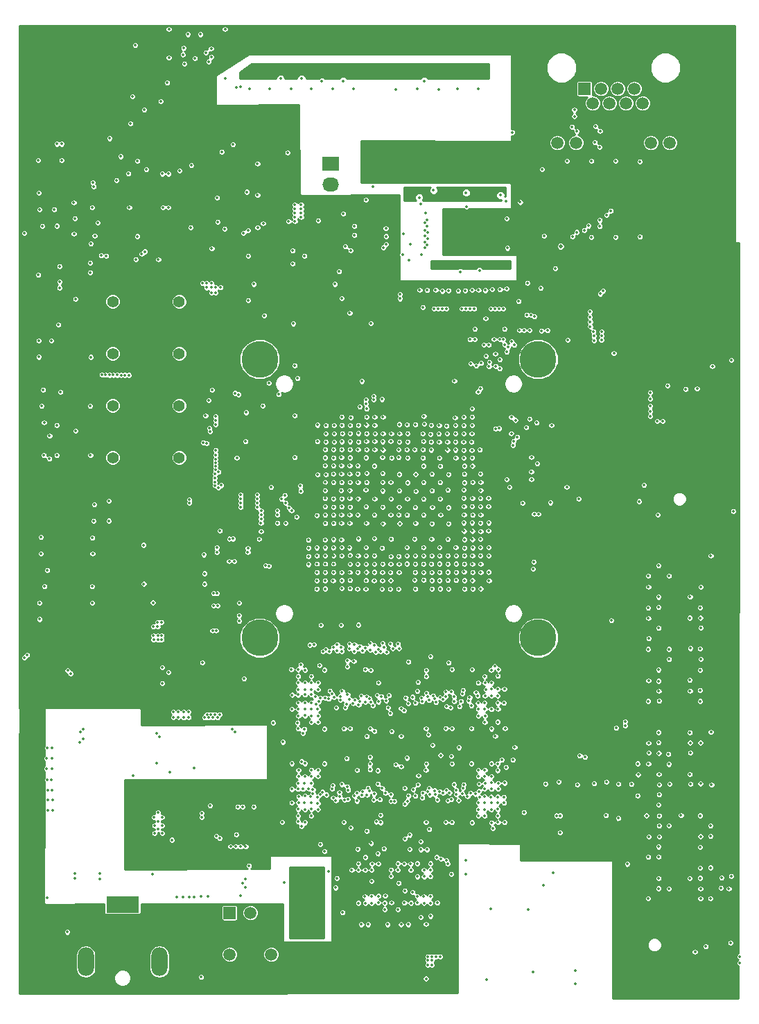
<source format=gbr>
G04 #@! TF.GenerationSoftware,KiCad,Pcbnew,5.0.0-rc3-6a2723a~65~ubuntu16.04.1*
G04 #@! TF.CreationDate,2018-11-29T22:42:39+06:00*
G04 #@! TF.ProjectId,Ki5,4B69352E6B696361645F706362000000,rev?*
G04 #@! TF.SameCoordinates,Original*
G04 #@! TF.FileFunction,Copper,L2,Inr,Plane*
G04 #@! TF.FilePolarity,Positive*
%FSLAX46Y46*%
G04 Gerber Fmt 4.6, Leading zero omitted, Abs format (unit mm)*
G04 Created by KiCad (PCBNEW 5.0.0-rc3-6a2723a~65~ubuntu16.04.1) date Thu Nov 29 22:42:39 2018*
%MOMM*%
%LPD*%
G01*
G04 APERTURE LIST*
G04 #@! TA.AperFunction,ViaPad*
%ADD10C,1.500000*%
G04 #@! TD*
G04 #@! TA.AperFunction,ViaPad*
%ADD11C,2.000000*%
G04 #@! TD*
G04 #@! TA.AperFunction,ViaPad*
%ADD12R,1.500000X1.500000*%
G04 #@! TD*
G04 #@! TA.AperFunction,ViaPad*
%ADD13O,2.000000X3.500000*%
G04 #@! TD*
G04 #@! TA.AperFunction,ViaPad*
%ADD14O,3.300000X2.000000*%
G04 #@! TD*
G04 #@! TA.AperFunction,ViaPad*
%ADD15R,4.000000X2.000000*%
G04 #@! TD*
G04 #@! TA.AperFunction,ViaPad*
%ADD16C,1.400000*%
G04 #@! TD*
G04 #@! TA.AperFunction,ViaPad*
%ADD17R,2.030000X1.730000*%
G04 #@! TD*
G04 #@! TA.AperFunction,ViaPad*
%ADD18O,2.030000X1.730000*%
G04 #@! TD*
G04 #@! TA.AperFunction,ViaPad*
%ADD19C,4.500000*%
G04 #@! TD*
G04 #@! TA.AperFunction,ViaPad*
%ADD20C,0.355600*%
G04 #@! TD*
G04 #@! TA.AperFunction,ViaPad*
%ADD21C,0.508000*%
G04 #@! TD*
G04 #@! TA.AperFunction,Conductor*
%ADD22C,0.254000*%
G04 #@! TD*
G04 APERTURE END LIST*
D10*
G04 #@! TO.N,/Ethernet/ELED1*
G04 #@! TO.C,J12*
X109480000Y-43430000D03*
G04 #@! TO.N,Net-(J12-Pad11)*
X107190000Y-43430000D03*
G04 #@! TO.N,/Ethernet/ELED0*
X98050000Y-43430000D03*
G04 #@! TO.N,Net-(J12-Pad9)*
X95760000Y-43430000D03*
D11*
G04 #@! TO.N,AGND*
X94490000Y-37720000D03*
X110750000Y-37720000D03*
D10*
G04 #@! TO.N,/Ethernet/MX1_P*
X106200000Y-38610000D03*
G04 #@! TO.N,/Ethernet/MX2_P*
X104160000Y-38610000D03*
G04 #@! TO.N,/Ethernet/MX3_N*
X102120000Y-38610000D03*
G04 #@! TO.N,/Ethernet/MX4_P*
X100080000Y-38610000D03*
G04 #@! TO.N,/Ethernet/MX1_N*
X105180000Y-36830000D03*
G04 #@! TO.N,/Ethernet/MX3_P*
X103140000Y-36830000D03*
G04 #@! TO.N,/Ethernet/MX2_N*
X101100000Y-36830000D03*
D12*
G04 #@! TO.N,/Ethernet/MX4_N*
X99060000Y-36830000D03*
G04 #@! TD*
D13*
G04 #@! TO.N,N/C*
G04 #@! TO.C,J8*
X47172000Y-143398000D03*
X38172000Y-143398000D03*
D14*
G04 #@! TO.N,AGND*
X42672000Y-142398000D03*
D15*
G04 #@! TO.N,Net-(D7-Pad2)*
X42672000Y-136398000D03*
G04 #@! TD*
D12*
G04 #@! TO.N,Net-(S4-Pad1)*
G04 #@! TO.C,S4*
X55753000Y-137414000D03*
D10*
G04 #@! TO.N,/Power.sch/PWR_ON*
X58293000Y-137414000D03*
G04 #@! TO.N,AGND*
X60833000Y-137414000D03*
G04 #@! TO.N,*
X55753000Y-142494000D03*
X60833000Y-142494000D03*
G04 #@! TD*
D16*
G04 #@! TO.N,/Freedom-U540_2/IO_PRCI_RSVD2*
G04 #@! TO.C,J3*
X41470600Y-62814200D03*
G04 #@! TO.N,AGND*
X42740600Y-64084200D03*
X42740600Y-61544200D03*
X40200600Y-61544200D03*
X40200600Y-64084200D03*
G04 #@! TD*
G04 #@! TO.N,AGND*
G04 #@! TO.C,J4*
X48303200Y-64084200D03*
X48303200Y-61544200D03*
X50843200Y-61544200D03*
X50843200Y-64084200D03*
G04 #@! TO.N,/Freedom-U540_2/IO_PRCI_RSVD13*
X49573200Y-62814200D03*
G04 #@! TD*
G04 #@! TO.N,AGND*
G04 #@! TO.C,J5*
X40200600Y-70434200D03*
X40200600Y-67894200D03*
X42740600Y-67894200D03*
X42740600Y-70434200D03*
G04 #@! TO.N,/Freedom-U540_2/IO_PRCI_RSVD14*
X41470600Y-69164200D03*
G04 #@! TD*
G04 #@! TO.N,AGND*
G04 #@! TO.C,J6*
X48303200Y-70434200D03*
X48303200Y-67894200D03*
X50843200Y-67894200D03*
X50843200Y-70434200D03*
G04 #@! TO.N,/Freedom-U540_2/IO_PRCI_RSVD15*
X49573200Y-69164200D03*
G04 #@! TD*
G04 #@! TO.N,AGND*
G04 #@! TO.C,J15*
X40200600Y-83134200D03*
X40200600Y-80594200D03*
X42740600Y-80594200D03*
X42740600Y-83134200D03*
G04 #@! TO.N,/Freedom-U540_1/IO_DDR_RSVD0*
X41470600Y-81864200D03*
G04 #@! TD*
G04 #@! TO.N,/Freedom-U540_1/IO_DDR_RSVD1*
G04 #@! TO.C,J16*
X49573200Y-81864200D03*
G04 #@! TO.N,AGND*
X50843200Y-83134200D03*
X50843200Y-80594200D03*
X48303200Y-80594200D03*
X48303200Y-83134200D03*
G04 #@! TD*
G04 #@! TO.N,/Freedom-U540_1/IO_DDR_RSVD2*
G04 #@! TO.C,J17*
X41470600Y-75514200D03*
G04 #@! TO.N,AGND*
X42740600Y-76784200D03*
X42740600Y-74244200D03*
X40200600Y-74244200D03*
X40200600Y-76784200D03*
G04 #@! TD*
G04 #@! TO.N,/Freedom-U540_1/IO_DDR_RSVD3*
G04 #@! TO.C,J18*
X49573200Y-75514200D03*
G04 #@! TO.N,AGND*
X50843200Y-76784200D03*
X50843200Y-74244200D03*
X48303200Y-74244200D03*
X48303200Y-76784200D03*
G04 #@! TD*
D17*
G04 #@! TO.N,Net-(J19-Pad1)*
G04 #@! TO.C,J19*
X68072000Y-46000000D03*
D18*
G04 #@! TO.N,+12V*
X68072000Y-48540000D03*
G04 #@! TO.N,AGND*
X68072000Y-51080000D03*
G04 #@! TD*
D19*
G04 #@! TO.N,AGND*
G04 #@! TO.C,M1*
X32897600Y-144590000D03*
G04 #@! TD*
G04 #@! TO.N,AGND*
G04 #@! TO.C,M2*
X32897600Y-32590000D03*
G04 #@! TD*
G04 #@! TO.N,AGND*
G04 #@! TO.C,M3*
X114897600Y-32590000D03*
G04 #@! TD*
G04 #@! TO.N,AGND*
G04 #@! TO.C,M4*
X107997600Y-145590000D03*
G04 #@! TD*
G04 #@! TO.N,AGND*
G04 #@! TO.C,M5*
X32897600Y-109590000D03*
G04 #@! TD*
G04 #@! TO.N,AGND*
G04 #@! TO.C,M6*
X107997600Y-82590000D03*
G04 #@! TD*
G04 #@! TO.N,N/C*
G04 #@! TO.C,*
X59411200Y-69856200D03*
G04 #@! TD*
G04 #@! TO.N,N/C*
G04 #@! TO.C,*
X93411200Y-69856200D03*
G04 #@! TD*
G04 #@! TO.N,N/C*
G04 #@! TO.C,*
X93411200Y-103856200D03*
G04 #@! TD*
G04 #@! TO.N,N/C*
G04 #@! TO.C,*
X59411200Y-103856200D03*
G04 #@! TD*
D20*
G04 #@! TO.N,+1V2*
X88519728Y-108522179D03*
X64125000Y-108550000D03*
X64125000Y-109350000D03*
X64950000Y-107775000D03*
X67350000Y-107775000D03*
X70125000Y-107375000D03*
X77600000Y-106775000D03*
X64053099Y-114221901D03*
X61032147Y-114209698D03*
X63348200Y-119200000D03*
X64150000Y-120750000D03*
X64150000Y-120000000D03*
X64950000Y-119200000D03*
X52675000Y-113600000D03*
X53175000Y-113600000D03*
X53700000Y-113600000D03*
X54275000Y-113600000D03*
X52975000Y-113200000D03*
X53450000Y-113200000D03*
X53950000Y-113200000D03*
X54550000Y-113200000D03*
X89382600Y-114909600D03*
X87731600Y-114960400D03*
X85293200Y-114935000D03*
X88493600Y-114122200D03*
X83743800Y-117246400D03*
X80518000Y-116972198D03*
X79730600Y-114935000D03*
X76682600Y-115874800D03*
X87706200Y-119202200D03*
X88468200Y-120040400D03*
X89484200Y-119634000D03*
X81508600Y-118186200D03*
X82905800Y-119227600D03*
X85293200Y-119206800D03*
X86106000Y-120015000D03*
X72644000Y-138836400D03*
X75057000Y-138836400D03*
X76682600Y-138836400D03*
X79730600Y-138811000D03*
X69545200Y-137388600D03*
X71475600Y-136220200D03*
X73888600Y-136194800D03*
X67792600Y-132384800D03*
X72288400Y-132207000D03*
X72313800Y-130632200D03*
X74574400Y-129590800D03*
X77724000Y-129667000D03*
X81051400Y-130632200D03*
X64109600Y-125603000D03*
X64947800Y-126390400D03*
X66802000Y-129032000D03*
X66522600Y-124790200D03*
X69697600Y-126365000D03*
X73657406Y-126311591D03*
X72517000Y-127431800D03*
X77749400Y-127914400D03*
X66545460Y-109334300D03*
X64889380Y-114983260D03*
X67348100Y-119209820D03*
X70050660Y-118597680D03*
X72880220Y-119278401D03*
X69717920Y-114942620D03*
X67315080Y-114970560D03*
X73443500Y-115248135D03*
X72519540Y-115879880D03*
X64912240Y-112544860D03*
X66520060Y-114150140D03*
X64145160Y-113370360D03*
X66540380Y-119999760D03*
X64681100Y-122318780D03*
X64907160Y-123964700D03*
X64119760Y-124785120D03*
X62166500Y-126365000D03*
X71480680Y-131414520D03*
X73911460Y-131437380D03*
X87746840Y-126413260D03*
X85341460Y-126400560D03*
X89329260Y-126382780D03*
X91691460Y-125140720D03*
X86131400Y-125592840D03*
X88503760Y-125559820D03*
X86088220Y-124810520D03*
X88511380Y-124787660D03*
X87680800Y-123271280D03*
X82895440Y-126372620D03*
X79730600Y-126372620D03*
X87721440Y-121569480D03*
X85344000Y-107741720D03*
X87690960Y-107787440D03*
X64940180Y-110804960D03*
X82897980Y-114922300D03*
X82892900Y-107703620D03*
X79722980Y-119994680D03*
X76014582Y-119326660D03*
X63275000Y-107700000D03*
X66540371Y-113370360D03*
X79740000Y-108560000D03*
X72970000Y-107810000D03*
X73600000Y-105590000D03*
X75539569Y-115290600D03*
X76682569Y-119555260D03*
X87725011Y-110142020D03*
G04 #@! TO.N,VD*
X70133673Y-106648342D03*
X47500000Y-107475000D03*
X82143600Y-114909600D03*
X82804000Y-118313200D03*
X77546200Y-138836400D03*
X70482460Y-114917220D03*
X82138520Y-126359920D03*
X82499200Y-106913680D03*
X90558620Y-117213380D03*
X70538340Y-127027940D03*
X77152500Y-128384300D03*
G04 #@! TO.N,VDD_DDR_VPP_N*
X64100000Y-107725000D03*
X70918500Y-106702380D03*
X79743800Y-107809591D03*
X62275000Y-116575000D03*
X88112600Y-107340400D03*
X80010000Y-115697000D03*
X77419200Y-118516400D03*
X71831200Y-138836400D03*
X79883000Y-129692400D03*
X64721740Y-115531900D03*
X72918320Y-114937540D03*
X88531700Y-126387860D03*
X80124300Y-127220980D03*
X79763620Y-119217440D03*
X64500000Y-126860000D03*
X80264053Y-106139053D03*
X72880000Y-119950000D03*
X72294819Y-107706000D03*
X72880221Y-118430000D03*
X88967700Y-118757700D03*
X90330000Y-118760000D03*
X87670000Y-136950000D03*
X74160000Y-126397900D03*
G04 #@! TO.N,+3V3*
X48323500Y-29591000D03*
X55181500Y-29591000D03*
X47525000Y-109400000D03*
X48275000Y-108075000D03*
X47040800Y-57683400D03*
X39014400Y-48285400D03*
X41935400Y-48006000D03*
X54279800Y-53086000D03*
X95681800Y-125552200D03*
X96113600Y-125552200D03*
X96088200Y-127635000D03*
X101727000Y-125526800D03*
X103251000Y-125882400D03*
X106654600Y-125552200D03*
X46370240Y-99560380D03*
X73240000Y-48760000D03*
X54220000Y-50160000D03*
X39260000Y-54790000D03*
X48300000Y-47230000D03*
X47510000Y-47230000D03*
X41080000Y-42910000D03*
X45295737Y-39435737D03*
X47310000Y-38400000D03*
X39630000Y-53210000D03*
X53560000Y-56360000D03*
X54040000Y-61750000D03*
X52260000Y-145260000D03*
X54550000Y-128320000D03*
X56720000Y-124470000D03*
X57330000Y-124470000D03*
X58700000Y-124459998D03*
X46450000Y-103570000D03*
X46970000Y-103580000D03*
X46460000Y-104110000D03*
X46970000Y-104110000D03*
X46430000Y-102500000D03*
X46960000Y-102500000D03*
X46960000Y-101950000D03*
X47420000Y-101940000D03*
X47450000Y-103570000D03*
X47450000Y-104100000D03*
X54040000Y-61110000D03*
X53500000Y-61120000D03*
X53520000Y-61760000D03*
X52960000Y-61120000D03*
X52960000Y-60610000D03*
X53510000Y-60610000D03*
X52420000Y-60600000D03*
X110880000Y-125530000D03*
G04 #@! TO.N,VAA*
X52400000Y-106875000D03*
X57513220Y-108849160D03*
X66880000Y-102300000D03*
X69370000Y-102300000D03*
X71477900Y-102270000D03*
G04 #@! TO.N,VCCQ*
X72415400Y-92837000D03*
X74379600Y-92887800D03*
X71488202Y-91769225D03*
X73430573Y-91742027D03*
X75476002Y-91795600D03*
X78331198Y-91795600D03*
X80399045Y-91784328D03*
X82399547Y-91832312D03*
X79400400Y-92837000D03*
X81381600Y-92837000D03*
X77393800Y-92837000D03*
X48870000Y-112910000D03*
X48890000Y-113570000D03*
X50740000Y-112890000D03*
X49500000Y-113530000D03*
X49490000Y-112910000D03*
X50110000Y-112910000D03*
X50760000Y-113580000D03*
X50150000Y-113600000D03*
G04 #@! TO.N,VDDA*
X44272200Y-57658000D03*
X55143400Y-53949600D03*
X55143400Y-53949600D03*
X43644562Y-41086912D03*
X51060000Y-46210000D03*
X50970000Y-53777500D03*
X44480000Y-54860000D03*
X44490000Y-45670000D03*
G04 #@! TO.N,Net-(C111-Pad2)*
X44196000Y-31559500D03*
G04 #@! TO.N,+5V*
X47000000Y-126300000D03*
X46550000Y-126775000D03*
X47500000Y-126775000D03*
X47025000Y-127200000D03*
X46550000Y-127725000D03*
X47525000Y-127725000D03*
X46525000Y-125750000D03*
X47475000Y-125750000D03*
X111455194Y-73507600D03*
X52325000Y-125250000D03*
X52325000Y-125750000D03*
X46975000Y-125200000D03*
X48425000Y-120250000D03*
X57708800Y-133273800D03*
X57302400Y-133807200D03*
X57632600Y-134289800D03*
X33970000Y-67590000D03*
X46320000Y-132680000D03*
X48680000Y-128520000D03*
X36850000Y-132660000D03*
X36870000Y-133220000D03*
X39900000Y-132660000D03*
X39900000Y-133280000D03*
X81440000Y-142750000D03*
X80930000Y-142750000D03*
X80440000Y-142750000D03*
X80430000Y-143230000D03*
X80430000Y-143800000D03*
X79970000Y-142750000D03*
X79970000Y-143240000D03*
X79970000Y-143790000D03*
X93730000Y-61190194D03*
G04 #@! TO.N,+12V*
X115824000Y-133159500D03*
X115760500Y-134366000D03*
X107124500Y-73914000D03*
X107124500Y-74676000D03*
X107124500Y-75565000D03*
X107124500Y-76200000D03*
X107124500Y-76835000D03*
X109220000Y-73076950D03*
X107950000Y-77406500D03*
X108648500Y-77406500D03*
X49250000Y-135500000D03*
X50025000Y-135475004D03*
X50775000Y-135475000D03*
X51375000Y-135475000D03*
X52275000Y-135450000D03*
X53100000Y-135450002D03*
X116992400Y-132943600D03*
X116725700Y-134493000D03*
X32410000Y-67590000D03*
X32410000Y-69580000D03*
G04 #@! TO.N,VDD_GIVDD_P*
X57721500Y-34671000D03*
X60198000Y-34671000D03*
X62738000Y-34671000D03*
X65278000Y-34671000D03*
X67818000Y-34671000D03*
X70421500Y-34671000D03*
X74993500Y-34607500D03*
X77660500Y-34671000D03*
X80200500Y-34734500D03*
X82613500Y-34734500D03*
X86296500Y-34734500D03*
X86253282Y-59085599D03*
X83934541Y-59227045D03*
X92100400Y-60553600D03*
X95504000Y-58775600D03*
X91059000Y-62801500D03*
X55854600Y-129311400D03*
X56515000Y-129311396D03*
X57073800Y-129336800D03*
X57708800Y-129336800D03*
X47599600Y-51333400D03*
X48234600Y-51333400D03*
X43484800Y-51333400D03*
X38938200Y-51333400D03*
X95961200Y-121437400D03*
X101752400Y-121437400D03*
X104800400Y-121716800D03*
X66141600Y-140208000D03*
X66649600Y-138988800D03*
X55709820Y-91775280D03*
X55684412Y-94513977D03*
X54168040Y-93433900D03*
X54168040Y-92844620D03*
X56616600Y-81881980D03*
X63290000Y-132050000D03*
X79840000Y-55910000D03*
X79589367Y-54137900D03*
X74860000Y-55830000D03*
X74840000Y-54860000D03*
X74820000Y-53900000D03*
X79710000Y-51980000D03*
X59980000Y-64540000D03*
X38790000Y-55760000D03*
X79080000Y-50950000D03*
X57432100Y-54460000D03*
X72380000Y-50400000D03*
X57690000Y-79898240D03*
X41000000Y-87160000D03*
X40990000Y-89570000D03*
X38800000Y-69590000D03*
X54560000Y-90800000D03*
X70980000Y-53600000D03*
X69640000Y-52100000D03*
X30665806Y-106278718D03*
X33380000Y-119860000D03*
X33370000Y-118600000D03*
X33520000Y-123670000D03*
X95250000Y-132530000D03*
X59150000Y-45980000D03*
X40030000Y-57210000D03*
X58020000Y-62660000D03*
X64900000Y-57250000D03*
X77630000Y-57770000D03*
X63720000Y-53010000D03*
X63720000Y-52490000D03*
X63710000Y-51990000D03*
X63710000Y-51500000D03*
X63710000Y-50990000D03*
X64480000Y-50980000D03*
X64480000Y-51510000D03*
X64480000Y-52000000D03*
X64480000Y-52500000D03*
X40120000Y-71760000D03*
X40590000Y-71770000D03*
X41060000Y-71780000D03*
X41530000Y-71780000D03*
X42000000Y-71780000D03*
X42480000Y-71790000D03*
X42950000Y-71790000D03*
X43430000Y-71790000D03*
X105570000Y-119210000D03*
X105570000Y-123120000D03*
X108050000Y-88840000D03*
G04 #@! TO.N,VDD_DDRPLL_N*
X76403200Y-88849200D03*
X75412600Y-88849200D03*
X91520000Y-87400000D03*
X92941989Y-88739842D03*
X33994000Y-121170000D03*
G04 #@! TO.N,AVDD_DDRPLL_N*
X74433452Y-84880703D03*
X54282309Y-99948242D03*
X56893460Y-101117400D03*
X34080000Y-122480000D03*
G04 #@! TO.N,VDD_GIVDD_N*
X73456800Y-86893400D03*
X56321960Y-94515940D03*
X57967880Y-93395800D03*
X34129603Y-123670000D03*
G04 #@! TO.N,VDD_GEMGXLPLL_N*
X74448376Y-85923001D03*
X54089303Y-102984300D03*
X56896000Y-101828600D03*
X34130000Y-124940000D03*
G04 #@! TO.N,VDD_IO_N*
X74396600Y-81838800D03*
X75514200Y-81889600D03*
X76377800Y-81838800D03*
X77470000Y-81889600D03*
X69870000Y-56100000D03*
X70990000Y-54711600D03*
X31030000Y-105950000D03*
X34080000Y-119860000D03*
G04 #@! TO.N,VMEM*
X51400000Y-119725000D03*
X46800000Y-119200000D03*
G04 #@! TO.N,AVDD_DDRPLL_P*
X53774340Y-99954080D03*
X53776880Y-98437700D03*
X53657500Y-102984300D03*
X33530921Y-122487698D03*
X33446199Y-117320000D03*
X33530000Y-124940000D03*
G04 #@! TO.N,/Power.sch/PWR_ON*
X57075000Y-135300000D03*
G04 #@! TO.N,VDD_DDRPLL_P*
X94930000Y-87360000D03*
X93450000Y-88750002D03*
X102680000Y-69140000D03*
X33486000Y-121170000D03*
G04 #@! TO.N,+3.3VA*
X97980500Y-144442298D03*
G04 #@! TO.N,+1V0*
X80804680Y-58449192D03*
X89611200Y-58267600D03*
G04 #@! TO.N,Net-(C181-Pad1)*
X89662000Y-56286400D03*
X89598500Y-52705000D03*
X88836500Y-49847500D03*
G04 #@! TO.N,+2V5*
X83756510Y-49311696D03*
X79375000Y-49562902D03*
X78422500Y-49530000D03*
X77597000Y-49593500D03*
X88880073Y-49060341D03*
X77870000Y-48990000D03*
X78570000Y-48980000D03*
X77980000Y-49380000D03*
X78890000Y-49340000D03*
X78020000Y-50320000D03*
G04 #@! TO.N,Net-(C193-Pad1)*
X91236800Y-50698400D03*
X94145234Y-54808128D03*
X89476698Y-50572100D03*
G04 #@! TO.N,/Ethernet/P0_D2_N*
X100965000Y-52898040D03*
G04 #@! TO.N,Net-(C200-Pad2)*
X99923600Y-54965600D03*
G04 #@! TO.N,Net-(C201-Pad2)*
X102870000Y-54965600D03*
G04 #@! TO.N,Net-(C202-Pad2)*
X105867200Y-54914800D03*
G04 #@! TO.N,VDD_OTP_N*
X71374000Y-83820000D03*
X56141572Y-91768739D03*
X57975500Y-92900500D03*
X34070000Y-118600000D03*
G04 #@! TO.N,VDD_COREPLL_N*
X74423536Y-83799712D03*
X54208683Y-98437700D03*
X56898540Y-99588320D03*
X34070000Y-117320000D03*
G04 #@! TO.N,Net-(C220-Pad2)*
X114699164Y-70711705D03*
X117030500Y-69977000D03*
G04 #@! TO.N,RESET_N*
X67437000Y-80873600D03*
X52959000Y-80131920D03*
X54770000Y-44550000D03*
X40680000Y-57240000D03*
X33740000Y-82020000D03*
X32510000Y-99590000D03*
G04 #@! TO.N,VDD*
X83280917Y-77008346D03*
X79450783Y-96790484D03*
X69418200Y-95885000D03*
X83362800Y-92811600D03*
X72440800Y-89865200D03*
X74472800Y-89916000D03*
X76511836Y-89912319D03*
X78449451Y-89889164D03*
X80467200Y-89916000D03*
X82473800Y-89916000D03*
X81506709Y-88854926D03*
X79425800Y-88874600D03*
X77419200Y-88874600D03*
X73431400Y-88874600D03*
X71399400Y-88849200D03*
X66395600Y-88900000D03*
X72415400Y-87858600D03*
X74429729Y-87888163D03*
X76428600Y-87884000D03*
X79425800Y-86918800D03*
X78383356Y-87950884D03*
X80492600Y-87934800D03*
X82511802Y-87960200D03*
X81432400Y-86893400D03*
X77444600Y-86893400D03*
X75438000Y-86893400D03*
X71424800Y-86868000D03*
X72364600Y-85801200D03*
X76454000Y-85902800D03*
X78476228Y-85972471D03*
X80467200Y-85902800D03*
X82397600Y-85826600D03*
X81432400Y-84886800D03*
X79425800Y-84886800D03*
X77470000Y-84912200D03*
X75412600Y-84861400D03*
X66497200Y-83947000D03*
X72476434Y-83757289D03*
X76454000Y-83896200D03*
X78460600Y-83896200D03*
X80441800Y-83870800D03*
X82486402Y-83921600D03*
X81483200Y-82905600D03*
X79425800Y-82880200D03*
X73431400Y-82880200D03*
X71399400Y-82854800D03*
X72415400Y-81864200D03*
X79375000Y-81889600D03*
X81356200Y-81915000D03*
X86319634Y-80912204D03*
X69443600Y-76885800D03*
X74472800Y-76911200D03*
X79468980Y-76796900D03*
X66456560Y-79903320D03*
X100190000Y-66480000D03*
X101200000Y-67020000D03*
X101190000Y-66530000D03*
X100230000Y-67020000D03*
X100270000Y-67560000D03*
X101150000Y-67530000D03*
X99760000Y-64040000D03*
X99740000Y-64690000D03*
X99790000Y-65320000D03*
X99790000Y-65870000D03*
X112840000Y-73460000D03*
G04 #@! TO.N,DDR_CLK_P*
X75448160Y-132971540D03*
X67830700Y-111302800D03*
X67571620Y-123019820D03*
X85158580Y-122801380D03*
X85053618Y-111145574D03*
X73030000Y-128930000D03*
X75420940Y-93924617D03*
X65516560Y-104729379D03*
G04 #@! TO.N,DDR_CLK_N*
X75460860Y-132176520D03*
X66837560Y-111185960D03*
X67073955Y-122681345D03*
X85788500Y-122920760D03*
X85260000Y-112150000D03*
X76410000Y-93900000D03*
X66040000Y-104691702D03*
G04 #@! TO.N,+3.3VP*
X116915452Y-141076904D03*
X113212748Y-129406075D03*
G04 #@! TO.N,Net-(D1-Pad2)*
X50106462Y-31892869D03*
G04 #@! TO.N,Net-(D1-Pad1)*
X50027887Y-32676341D03*
G04 #@! TO.N,Net-(D2-Pad2)*
X50652562Y-30209598D03*
G04 #@! TO.N,Net-(D2-Pad1)*
X50228500Y-33782000D03*
G04 #@! TO.N,Net-(D3-Pad1)*
X52852901Y-32429195D03*
G04 #@! TO.N,Net-(D3-Pad2)*
X52197000Y-30209598D03*
G04 #@! TO.N,Net-(D4-Pad1)*
X53512886Y-32976016D03*
G04 #@! TO.N,Net-(D4-Pad2)*
X53482792Y-31956714D03*
G04 #@! TO.N,/Freedom-U540_2/SD_CD*
X94043500Y-134048500D03*
X66461863Y-77881077D03*
X64050000Y-72200000D03*
X32850200Y-53600000D03*
X54650510Y-61102948D03*
X30650000Y-54480000D03*
G04 #@! TO.N,/Ethernet/P0_D2_P*
X100965000Y-53654960D03*
G04 #@! TO.N,/Ethernet/P0_D1_N*
X99581612Y-53580388D03*
G04 #@! TO.N,/Ethernet/P0_D1_P*
X99046388Y-54115612D03*
G04 #@! TO.N,/Ethernet/P0_D0_N*
X98146774Y-54349423D03*
G04 #@! TO.N,/Ethernet/P0_D0_P*
X97611550Y-54884647D03*
G04 #@! TO.N,/Ethernet/COL*
X89559483Y-61261276D03*
G04 #@! TO.N,/Ethernet/CRS*
X88776854Y-61347844D03*
G04 #@! TO.N,/Ethernet/RXD7*
X87818664Y-61344318D03*
G04 #@! TO.N,/Ethernet/RXD6*
X86988476Y-61452009D03*
G04 #@! TO.N,/Ethernet/RXD5*
X86153516Y-61421951D03*
G04 #@! TO.N,/Ethernet/RXD4*
X85366256Y-61407031D03*
G04 #@! TO.N,/Ethernet/RXD3*
X84522487Y-61478496D03*
G04 #@! TO.N,/Ethernet/RXD2*
X83653503Y-61521356D03*
G04 #@! TO.N,/Ethernet/RXD1*
X82499200Y-61468000D03*
G04 #@! TO.N,/Ethernet/RXD0*
X81715032Y-61539288D03*
G04 #@! TO.N,/Ethernet/RX_DV*
X80908452Y-61384282D03*
G04 #@! TO.N,/Ethernet/RX_ER*
X79884486Y-61443258D03*
G04 #@! TO.N,/Ethernet/RX_CLK*
X78957430Y-61428172D03*
G04 #@! TO.N,GEMGXL_TX_EN*
X59331860Y-91800680D03*
X76550000Y-61960000D03*
G04 #@! TO.N,GEMGXL_TX_ER*
X59578240Y-90853260D03*
X76557404Y-62469504D03*
G04 #@! TO.N,/Ethernet/TX_CLK*
X79146400Y-57099200D03*
G04 #@! TO.N,GEMGXL_GTX_CLK*
X69367400Y-85852000D03*
X71900000Y-72547900D03*
G04 #@! TO.N,GEMGXL_TXD0*
X57104280Y-86423500D03*
X79615904Y-56279099D03*
G04 #@! TO.N,GEMGXL_TXD1*
X57104280Y-86916260D03*
X79600480Y-55550719D03*
G04 #@! TO.N,GEMGXL_TXD2*
X57111900Y-87419180D03*
X79930000Y-55160000D03*
G04 #@! TO.N,GEMGXL_TXD3*
X57111900Y-87922100D03*
X79630000Y-54820000D03*
G04 #@! TO.N,GEMGXL_TXD4*
X59578240Y-88338660D03*
X79920000Y-54430000D03*
G04 #@! TO.N,GEMGXL_TXD5*
X59580780Y-88841580D03*
X79835398Y-53606700D03*
G04 #@! TO.N,GEMGXL_TXD6*
X59580780Y-89339420D03*
X79590000Y-53190000D03*
G04 #@! TO.N,GEMGXL_TXD7*
X59575700Y-89839800D03*
X79860000Y-52830000D03*
G04 #@! TO.N,GEMGXL_MDC*
X54366160Y-85506560D03*
X77823776Y-55842819D03*
X74510000Y-56230000D03*
G04 #@! TO.N,GEMGXL_MDIO*
X67411600Y-85852000D03*
X54716680Y-85247480D03*
X76974064Y-54554064D03*
G04 #@! TO.N,/Ethernet/GEMGXL_RST_2V5*
X78910000Y-50130000D03*
G04 #@! TO.N,/Ethernet/CLKOUT*
X80641200Y-49260000D03*
G04 #@! TO.N,/Ethernet/ELED1*
X84620917Y-49548286D03*
G04 #@! TO.N,/Ethernet/ELED0*
X84686840Y-51216355D03*
X93916500Y-46672500D03*
G04 #@! TO.N,PWR_BTN_N*
X32510000Y-101590000D03*
X43980000Y-120710000D03*
G04 #@! TO.N,UART0_TX*
X84455000Y-84912200D03*
X58010000Y-57250000D03*
X69122500Y-59150000D03*
X86380000Y-73410000D03*
X38960000Y-99590000D03*
G04 #@! TO.N,UART0_RX*
X84404200Y-83870800D03*
X58720000Y-60690000D03*
X68610000Y-60690000D03*
X86080000Y-73830000D03*
X38930000Y-97590000D03*
G04 #@! TO.N,/Freedom-U540_2/QSPI1_SCK_R*
X34830000Y-65660000D03*
X33150000Y-97590000D03*
G04 #@! TO.N,/Freedom-U540_2/QSPI1_DQ1_R*
X34980000Y-60390000D03*
X33490000Y-95600000D03*
G04 #@! TO.N,/Freedom-U540_2/UART1_TX*
X86385400Y-83820000D03*
X39010000Y-93580000D03*
G04 #@! TO.N,/Freedom-U540_2/QSPI1_CS0_R*
X38710000Y-58090000D03*
X32710000Y-93590000D03*
G04 #@! TO.N,/Freedom-U540_2/UART1_RX*
X86410800Y-84861400D03*
X38990000Y-91670000D03*
G04 #@! TO.N,/Freedom-U540_2/QSPI1_DQ0_R*
X34960000Y-61140000D03*
X32690000Y-91590000D03*
G04 #@! TO.N,/Freedom-U540_2/I2C0_SCL*
X39141400Y-89585800D03*
X85420200Y-84861400D03*
G04 #@! TO.N,/Freedom-U540_2/I2C0_SDA*
X39217600Y-87604600D03*
X84353400Y-85801200D03*
G04 #@! TO.N,/Freedom-U540_2/GPIO0*
X70434200Y-80873600D03*
X38745160Y-81594960D03*
X34620000Y-81590000D03*
G04 #@! TO.N,/Freedom-U540_2/GPIO1*
X53177516Y-74886744D03*
X33060000Y-81590000D03*
G04 #@! TO.N,/Freedom-U540_2/GPIO4*
X69469000Y-79908400D03*
X36921440Y-78605380D03*
G04 #@! TO.N,/Freedom-U540_2/GPIO5*
X68478400Y-77927200D03*
X33082283Y-77590703D03*
G04 #@! TO.N,/Freedom-U540_2/GPIO6*
X69469000Y-77901800D03*
X38704520Y-75582780D03*
G04 #@! TO.N,/Freedom-U540_2/GPIO7*
X67513200Y-77952600D03*
X32790183Y-75582780D03*
G04 #@! TO.N,/Freedom-U540_2/GPIO8*
X68503800Y-78943200D03*
X34625280Y-77894180D03*
X35090000Y-73870000D03*
G04 #@! TO.N,/Freedom-U540_2/GPIO9*
X52800000Y-76760000D03*
X32970000Y-73590000D03*
G04 #@! TO.N,/Freedom-U540_2/GPIO15*
X71424800Y-80873600D03*
X54061360Y-81528920D03*
X53580000Y-73606660D03*
G04 #@! TO.N,/Freedom-U540_2/PWM0_0*
X48133000Y-36131500D03*
X34671000Y-43586400D03*
X71450200Y-78892400D03*
X51520000Y-33140000D03*
G04 #@! TO.N,/Freedom-U540_2/PWM0_2*
X55181500Y-35560000D03*
X35229800Y-43586400D03*
X70485000Y-77927200D03*
G04 #@! TO.N,/Freedom-U540_2/PWM0_1*
X48323500Y-33083500D03*
X32359600Y-45593000D03*
X70530602Y-76962000D03*
G04 #@! TO.N,/Freedom-U540_2/PWM0_3*
X43878500Y-37782500D03*
X35204400Y-45593000D03*
X71450200Y-77901800D03*
X53200587Y-33523232D03*
G04 #@! TO.N,GEMGXL_RST*
X57760000Y-76360000D03*
X69440000Y-62420000D03*
G04 #@! TO.N,FASTLINK_FAIL*
X69494400Y-78917800D03*
X53258720Y-78265020D03*
X56150000Y-43670000D03*
X32450000Y-49560000D03*
G04 #@! TO.N,/Freedom-U540_2/EN_VDD_SD*
X59778900Y-75524360D03*
X32520000Y-51590000D03*
G04 #@! TO.N,/Freedom-U540_2/QSPI1_CS1_R*
X34330000Y-51580000D03*
X36710000Y-50750000D03*
G04 #@! TO.N,/Freedom-U540_2/QSPI1_CS2_R*
X34670000Y-53590000D03*
X36850000Y-52680000D03*
G04 #@! TO.N,/Freedom-U540_2/QSPI1_CS3_R*
X34950000Y-58520000D03*
X36720000Y-54570000D03*
G04 #@! TO.N,/Freedom-U540_2/PWM1_1*
X72466200Y-80899000D03*
X60530000Y-72760000D03*
X32380000Y-59570000D03*
G04 #@! TO.N,/Freedom-U540_2/PWM1_2*
X71501000Y-79933800D03*
X52534820Y-80027780D03*
X38720000Y-59282500D03*
G04 #@! TO.N,/Freedom-U540_2/PWM1_3*
X70459600Y-78917800D03*
X61710000Y-74150000D03*
X36910000Y-62520000D03*
G04 #@! TO.N,/Freedom-U540_2/IO_PRCI_RSVD2*
X69418200Y-84886800D03*
G04 #@! TO.N,/Freedom-U540_2/IO_PRCI_RSVD13*
X70408800Y-83845400D03*
G04 #@! TO.N,/Freedom-U540_2/IO_PRCI_RSVD14*
X70434200Y-84861400D03*
X56800000Y-74160000D03*
G04 #@! TO.N,/Freedom-U540_2/IO_PRCI_RSVD15*
X67513200Y-83947000D03*
X56390832Y-73989846D03*
G04 #@! TO.N,PG_1V8*
X117250000Y-88400000D03*
X58115200Y-131673600D03*
G04 #@! TO.N,CHIPLINK_RX_CLK*
X95060000Y-77920000D03*
X105760000Y-87200000D03*
G04 #@! TO.N,CHIPLINK_TX_DAT0*
X88240000Y-70710000D03*
X108140000Y-95050000D03*
G04 #@! TO.N,CHIPLINK_TX_DAT1*
X88740000Y-69900000D03*
X109430000Y-96300000D03*
G04 #@! TO.N,CHIPLINK_TX_DAT6*
X90190000Y-67720000D03*
X108140000Y-98880000D03*
G04 #@! TO.N,CHIPLINK_TX_DAT7*
X87060000Y-69450000D03*
X108120000Y-100130000D03*
G04 #@! TO.N,CHIPLINK_TX_DAT16*
X85680000Y-67430000D03*
X108153241Y-102676759D03*
G04 #@! TO.N,CHIPLINK_TX_DAT17*
X87416743Y-68091080D03*
X109420000Y-105240000D03*
G04 #@! TO.N,CHIPLINK_TX_DAT24*
X93810000Y-66390000D03*
X109430000Y-106480000D03*
G04 #@! TO.N,CHIPLINK_TX_DAT25*
X89600000Y-68970000D03*
X108130000Y-107770000D03*
G04 #@! TO.N,CHIPLINK_TX_SEND*
X85080000Y-67450000D03*
X85876546Y-70663454D03*
X108170000Y-110350000D03*
G04 #@! TO.N,CHIPLINK_TX_RST*
X85180000Y-70380000D03*
X108190000Y-111560000D03*
G04 #@! TO.N,CHIPLINK_RX_RST*
X79375000Y-80899000D03*
X109410000Y-134470000D03*
G04 #@! TO.N,CHIPLINK_RX_SEND*
X84353400Y-76911200D03*
X108160000Y-133210000D03*
G04 #@! TO.N,CHIPLINK_RX_DAT29*
X90144600Y-76936600D03*
X108160000Y-130580000D03*
G04 #@! TO.N,CHIPLINK_RX_DAT28*
X84328000Y-77952600D03*
X108140000Y-129360000D03*
G04 #@! TO.N,CHIPLINK_RX_DAT25*
X83337400Y-77927200D03*
X92400000Y-77140000D03*
X108190000Y-126810000D03*
G04 #@! TO.N,CHIPLINK_RX_DAT24*
X80340200Y-80924400D03*
X109390000Y-126780000D03*
G04 #@! TO.N,CHIPLINK_RX_DAT17*
X80340200Y-79933800D03*
X108190000Y-122990000D03*
G04 #@! TO.N,CHIPLINK_RX_DAT16*
X83337400Y-80924400D03*
X102940000Y-114870000D03*
X108210000Y-121790000D03*
G04 #@! TO.N,CHIPLINK_RX_DAT11*
X109372400Y-119278400D03*
X84328000Y-78943200D03*
X91990000Y-78190000D03*
G04 #@! TO.N,CHIPLINK_RX_DAT10*
X109347000Y-118033800D03*
X85318600Y-78943200D03*
X104040000Y-114070000D03*
X108170000Y-117940000D03*
G04 #@! TO.N,CHIPLINK_RX_DAT7*
X85318600Y-80949800D03*
X108130000Y-116650000D03*
G04 #@! TO.N,CHIPLINK_RX_DAT6*
X108153200Y-115392200D03*
X85293200Y-79947890D03*
G04 #@! TO.N,CHIPLINK_RX_DAT4*
X84353400Y-81915000D03*
X106910000Y-116700000D03*
G04 #@! TO.N,CHIPLINK_RX_DAT5*
X104040000Y-114570000D03*
X84302600Y-79947890D03*
X106960000Y-117880000D03*
G04 #@! TO.N,CHIPLINK_RX_DAT8*
X90144600Y-78917800D03*
X106900000Y-119227540D03*
G04 #@! TO.N,CHIPLINK_RX_DAT9*
X83312000Y-79933800D03*
X108180000Y-120510000D03*
G04 #@! TO.N,CHIPLINK_RX_DAT14*
X82346800Y-79933800D03*
X108140000Y-124250000D03*
G04 #@! TO.N,CHIPLINK_RX_DAT15*
X83337400Y-78917800D03*
X93240000Y-77620000D03*
X108200000Y-125570000D03*
G04 #@! TO.N,CHIPLINK_RX_DAT22*
X88214200Y-78333600D03*
X98500000Y-118250000D03*
X108230000Y-128120000D03*
G04 #@! TO.N,CHIPLINK_RX_DAT23*
X88645162Y-78306665D03*
X106940000Y-128130000D03*
X99160000Y-118420000D03*
G04 #@! TO.N,CHIPLINK_RX_DAT26*
X90652600Y-77292200D03*
X106880000Y-130610000D03*
G04 #@! TO.N,CHIPLINK_RX_DAT27*
X85344000Y-77927200D03*
X104330000Y-131470000D03*
G04 #@! TO.N,CHIPLINK_RX_DAT30*
X85369400Y-75895200D03*
X108160000Y-134450000D03*
G04 #@! TO.N,CHIPLINK_RX_DAT31*
X85369400Y-76885800D03*
X106870000Y-135660000D03*
G04 #@! TO.N,CHIPLINK_TX_DAT31*
X87010000Y-64880000D03*
X92820000Y-95460000D03*
G04 #@! TO.N,CHIPLINK_TX_DAT30*
X92950000Y-64650000D03*
X102362100Y-101750000D03*
X106890000Y-111590000D03*
G04 #@! TO.N,CHIPLINK_TX_DAT23*
X91700000Y-66320000D03*
X106910000Y-109070000D03*
G04 #@! TO.N,CHIPLINK_TX_DAT22*
X85688648Y-66185370D03*
X108140000Y-109130000D03*
G04 #@! TO.N,CHIPLINK_TX_DAT15*
X91150000Y-66330000D03*
X106870000Y-105240000D03*
G04 #@! TO.N,CHIPLINK_TX_DAT14*
X88710000Y-67437499D03*
X106930000Y-103940000D03*
G04 #@! TO.N,CHIPLINK_TX_DAT9*
X106900000Y-101450000D03*
X86490000Y-70340000D03*
G04 #@! TO.N,CHIPLINK_TX_DAT8*
X86810000Y-68091080D03*
X106870000Y-100210000D03*
G04 #@! TO.N,CHIPLINK_TX_DAT5*
X106900000Y-97640000D03*
X87429998Y-70760000D03*
G04 #@! TO.N,CHIPLINK_TX_DAT4*
X88747900Y-71010000D03*
X106890000Y-96310000D03*
G04 #@! TO.N,Net-(J9-PadH5)*
X114525000Y-93850000D03*
X62820000Y-44640000D03*
G04 #@! TO.N,CHIPLINK_TX_DAT2*
X89150000Y-67430000D03*
X113310000Y-97660000D03*
G04 #@! TO.N,CHIPLINK_TX_DAT3*
X88200000Y-69220000D03*
X111980000Y-98860000D03*
G04 #@! TO.N,CHIPLINK_TX_DAT10*
X111975000Y-101425000D03*
X89310000Y-68072500D03*
G04 #@! TO.N,CHIPLINK_TX_DAT11*
X113290000Y-102630000D03*
X87470000Y-70210002D03*
G04 #@! TO.N,CHIPLINK_TX_DAT18*
X89312662Y-66185370D03*
X112000000Y-105140000D03*
G04 #@! TO.N,CHIPLINK_TX_DAT19*
X94560000Y-66360000D03*
X113300000Y-106460000D03*
G04 #@! TO.N,CHIPLINK_TX_DAT26*
X92030000Y-64440000D03*
X111950000Y-109020000D03*
G04 #@! TO.N,CHIPLINK_TX_DAT27*
X111980000Y-110330000D03*
X106360000Y-85230000D03*
G04 #@! TO.N,CHIPLINK_RX_DAT0*
X85369400Y-81889600D03*
X92890000Y-94590000D03*
G04 #@! TO.N,/FMC.sch/FMC_GA1*
X112585500Y-142176500D03*
X111950500Y-133223000D03*
G04 #@! TO.N,Net-(J9-PadD31)*
X113258600Y-128092200D03*
G04 #@! TO.N,Net-(J9-PadD30)*
X113233200Y-125552200D03*
G04 #@! TO.N,CHIPLINK_RX_DAT19*
X81330800Y-79933800D03*
X112050000Y-121700000D03*
G04 #@! TO.N,CHIPLINK_RX_DAT18*
X82321400Y-78943200D03*
X111970000Y-120510000D03*
G04 #@! TO.N,CHIPLINK_RX_DAT13*
X90880000Y-79350000D03*
X112000000Y-117890000D03*
G04 #@! TO.N,CHIPLINK_RX_DAT12*
X111988600Y-116662200D03*
X83362800Y-81889600D03*
G04 #@! TO.N,CHIPLINK_RX_DAT1*
X111963200Y-115417600D03*
X90347800Y-80340200D03*
G04 #@! TO.N,CHIPLINK_RX_DAT2*
X90450000Y-79850000D03*
X114530000Y-115370000D03*
G04 #@! TO.N,CHIPLINK_RX_DAT3*
X113258600Y-116662200D03*
X84328000Y-80949800D03*
G04 #@! TO.N,CHIPLINK_RX_DAT20*
X82346800Y-80924400D03*
X114610000Y-121810000D03*
G04 #@! TO.N,CHIPLINK_RX_DAT21*
X79400400Y-79883000D03*
X113260000Y-121650000D03*
G04 #@! TO.N,/FMC.sch/FMC_SCL*
X118035713Y-142742947D03*
X114490500Y-126809500D03*
G04 #@! TO.N,/FMC.sch/FMC_SDA*
X118047784Y-143530257D03*
X114496943Y-128069443D03*
G04 #@! TO.N,/FMC.sch/FMC_GA0*
X113919000Y-141541500D03*
X113220500Y-131953000D03*
G04 #@! TO.N,Net-(J9-PadC35)*
X113233200Y-133172200D03*
X114503200Y-131902200D03*
X113258600Y-134493000D03*
X113258600Y-135686800D03*
X114452400Y-135661400D03*
G04 #@! TO.N,CHIPLINK_TX_DAT29*
X97030000Y-67500000D03*
X113220000Y-111590000D03*
G04 #@! TO.N,CHIPLINK_TX_DAT28*
X92520000Y-64460000D03*
X113190000Y-110240000D03*
G04 #@! TO.N,CHIPLINK_TX_DAT21*
X88030000Y-67430000D03*
X113200000Y-107790000D03*
G04 #@! TO.N,CHIPLINK_TX_DAT20*
X92360000Y-66330000D03*
X113190000Y-105200000D03*
G04 #@! TO.N,CHIPLINK_TX_DAT13*
X113250000Y-101425000D03*
X89730000Y-68390000D03*
G04 #@! TO.N,CHIPLINK_TX_DAT12*
X90530000Y-68130000D03*
X113220000Y-100170000D03*
G04 #@! TO.N,JTAG_TCK*
X68503800Y-79959200D03*
X57870000Y-49440000D03*
X58020000Y-54140000D03*
G04 #@! TO.N,JTAG_TDO*
X69418200Y-80873600D03*
X59150000Y-49840000D03*
X59160000Y-53777500D03*
G04 #@! TO.N,JTAG_TMS*
X70434200Y-81864200D03*
X59833454Y-53276546D03*
G04 #@! TO.N,JTAG_TDI*
X67487800Y-78943200D03*
X62940000Y-53020000D03*
G04 #@! TO.N,/Ethernet/MX4_N*
X97853500Y-39420800D03*
G04 #@! TO.N,/Ethernet/MX2_N*
X100369112Y-43409612D03*
G04 #@! TO.N,/Ethernet/MX3_P*
X100981822Y-42005454D03*
G04 #@! TO.N,/Ethernet/MX1_N*
X97575112Y-41504612D03*
G04 #@! TO.N,/Ethernet/MX3_N*
X100425046Y-41448678D03*
G04 #@! TO.N,/Ethernet/MX2_P*
X100925888Y-43966388D03*
G04 #@! TO.N,/Ethernet/MX1_P*
X98131888Y-42061388D03*
G04 #@! TO.N,Net-(J12-Pad11)*
X90297000Y-42164000D03*
G04 #@! TO.N,/Freedom-U540_2/IO_PRCI_RSVD3*
X68453000Y-81889600D03*
X54025800Y-82473800D03*
X52670000Y-97280000D03*
G04 #@! TO.N,/Freedom-U540_2/IO_PRCI_RSVD4*
X67411600Y-81864200D03*
X45265340Y-97279460D03*
X54028532Y-82042007D03*
G04 #@! TO.N,/Freedom-U540_2/IO_PRCI_RSVD5*
X69392800Y-82854800D03*
X53962300Y-83832700D03*
X52690000Y-96010000D03*
G04 #@! TO.N,/Freedom-U540_2/IO_PRCI_RSVD7*
X71424800Y-84886800D03*
X60140000Y-95060000D03*
G04 #@! TO.N,/Freedom-U540_2/IO_PRCI_RSVD8*
X72463590Y-84894982D03*
X60569931Y-95100140D03*
G04 #@! TO.N,/Freedom-U540_2/IO_PRCI_RSVD9*
X69392800Y-81838800D03*
X54015640Y-82913220D03*
X52600493Y-93709507D03*
G04 #@! TO.N,VDD_SOC_CORE_P*
X101349606Y-61520394D03*
X35960394Y-107850394D03*
G04 #@! TO.N,VDD_SOC_CORE_N*
X100990394Y-61879606D03*
X36319606Y-108209606D03*
G04 #@! TO.N,VDD_DDR_SOC_P*
X47204606Y-115904606D03*
X37520394Y-115329606D03*
G04 #@! TO.N,VDD_DDR_SOC_N*
X46845394Y-115545394D03*
X37879606Y-114970394D03*
G04 #@! TO.N,VDD_DDR_MEM_P*
X37470394Y-116579606D03*
X56429606Y-115329606D03*
G04 #@! TO.N,VDD_DDR_MEM_N*
X37829606Y-116220394D03*
X56070394Y-114970394D03*
G04 #@! TO.N,/Freedom-U540_1/IO_DDR_RSVD0*
X69392800Y-89860141D03*
G04 #@! TO.N,/Freedom-U540_1/IO_DDR_RSVD1*
X68453000Y-89890600D03*
G04 #@! TO.N,/Freedom-U540_1/IO_DDR_RSVD2*
X70408800Y-89865200D03*
X50823489Y-87406403D03*
G04 #@! TO.N,/Freedom-U540_1/IO_DDR_RSVD3*
X70408800Y-88849200D03*
X50815240Y-86974680D03*
G04 #@! TO.N,/FT2232/FT_JTAG_SRST*
X39161209Y-48773717D03*
G04 #@! TO.N,Net-(R1-Pad2)*
X64429640Y-107139740D03*
G04 #@! TO.N,Net-(R2-Pad2)*
X64119760Y-114955320D03*
G04 #@! TO.N,Net-(R3-Pad2)*
X64100000Y-126300000D03*
G04 #@! TO.N,Net-(R4-Pad2)*
X64525000Y-118950000D03*
G04 #@! TO.N,Net-(R5-Pad2)*
X88544400Y-107721400D03*
G04 #@! TO.N,Net-(R6-Pad2)*
X88188800Y-115849400D03*
G04 #@! TO.N,Net-(R7-Pad2)*
X88493600Y-119227600D03*
G04 #@! TO.N,Net-(R8-Pad2)*
X87894160Y-127096520D03*
G04 #@! TO.N,Net-(R9-Pad2)*
X71399400Y-129641600D03*
G04 #@! TO.N,/Freedom-U540_2/QSPI2_CS_R*
X98380000Y-86910000D03*
X105640000Y-120550000D03*
G04 #@! TO.N,/Freedom-U540_2/QSPI0_CS*
X73507600Y-78943200D03*
X63455096Y-58189757D03*
G04 #@! TO.N,/Freedom-U540_2/MSEL0*
X63246000Y-36893500D03*
X54045476Y-77805924D03*
X61980000Y-35627900D03*
G04 #@! TO.N,/Freedom-U540_2/MSEL1*
X65722500Y-36893500D03*
X67487800Y-79933800D03*
X53365400Y-78686660D03*
X64530000Y-35627900D03*
G04 #@! TO.N,/Freedom-U540_2/MSEL2*
X68326000Y-36893500D03*
X54053749Y-76868040D03*
X67020000Y-35940979D03*
G04 #@! TO.N,/Freedom-U540_2/MSEL3*
X70866000Y-36893500D03*
X54058820Y-77353160D03*
X69610000Y-35940000D03*
G04 #@! TO.N,PORESET_N*
X45212927Y-92532199D03*
X35900000Y-139770000D03*
G04 #@! TO.N,Net-(R38-Pad1)*
X56550000Y-127860000D03*
G04 #@! TO.N,/Power.sch/PWR_EN1*
X53350000Y-124350000D03*
X33470000Y-135560000D03*
X62410000Y-133720000D03*
X79730000Y-145450000D03*
G04 #@! TO.N,/Freedom-U540_2/IO_PRCI_RSVD0*
X76009500Y-36957000D03*
X63700662Y-81848960D03*
X66560000Y-52920000D03*
X63700000Y-70630000D03*
X63700000Y-76750000D03*
G04 #@! TO.N,/Freedom-U540_2/RTCXSEL*
X60642500Y-36893500D03*
X68427600Y-82854800D03*
X54391560Y-83624420D03*
X57073454Y-36623454D03*
G04 #@! TO.N,/Freedom-U540_2/IO_PRCI_RSVD1*
X78676500Y-36893500D03*
X68427600Y-84886800D03*
X53982620Y-85267800D03*
G04 #@! TO.N,/Freedom-U540_2/IO_PRCI_RSVD10*
X81280000Y-36957000D03*
X68427600Y-80873600D03*
X54043580Y-80944719D03*
X79520000Y-35890000D03*
G04 #@! TO.N,/Freedom-U540_2/IO_PRCI_RSVD12*
X83566000Y-36893500D03*
X69392800Y-83845400D03*
X53921660Y-84838540D03*
G04 #@! TO.N,/Freedom-U540_2/IO_PRCI_RSVD11*
X86106000Y-36893500D03*
X68402200Y-83845400D03*
X53924200Y-84373720D03*
G04 #@! TO.N,/Freedom-U540_2/HFXSEL*
X58166000Y-36830000D03*
X67386200Y-82829400D03*
X54038500Y-83372960D03*
X56566908Y-36716908D03*
G04 #@! TO.N,/Power.sch/EN_3V3*
X54110000Y-128040000D03*
G04 #@! TO.N,Net-(R70-Pad2)*
X70383400Y-92862400D03*
G04 #@! TO.N,/Freedom-U540_1/GEMGXL_TXD3_R*
X70408800Y-86842600D03*
X59105800Y-87927180D03*
G04 #@! TO.N,/Freedom-U540_1/GEMGXL_TXD2_R*
X68402200Y-86868000D03*
X59105800Y-87416640D03*
G04 #@! TO.N,/Freedom-U540_1/GEMGXL_TXD0_R*
X59110880Y-86420960D03*
X64414400Y-85940900D03*
G04 #@! TO.N,/Freedom-U540_1/GEMGXL_TXD1_R*
X59110880Y-86921340D03*
X67386200Y-86832440D03*
G04 #@! TO.N,/Freedom-U540_1/GEMGXL_TXD7_R*
X68427600Y-88874600D03*
X61587380Y-89839800D03*
G04 #@! TO.N,/Freedom-U540_1/GEMGXL_TXD4_R*
X67411600Y-87858600D03*
X61569600Y-88343740D03*
G04 #@! TO.N,/Freedom-U540_1/GEMGXL_TXD5_R*
X68427600Y-87884000D03*
X61582300Y-88841580D03*
G04 #@! TO.N,/Freedom-U540_1/GEMGXL_TX_ER_R*
X70434200Y-87884000D03*
X62577980Y-89857580D03*
G04 #@! TO.N,GEMGXL_RX_CLK*
X70408800Y-85852000D03*
X79340000Y-63500000D03*
X60800000Y-85480000D03*
G04 #@! TO.N,GEMGXL_RX_DV*
X62567820Y-87376000D03*
X81230000Y-63680000D03*
G04 #@! TO.N,GEMGXL_RX_ER*
X62080140Y-86926420D03*
X80720000Y-63680000D03*
G04 #@! TO.N,GEMGXL_RXD0*
X81730000Y-63680000D03*
X62480000Y-86450000D03*
G04 #@! TO.N,GEMGXL_RXD1*
X63004700Y-88005920D03*
X82230000Y-63670000D03*
G04 #@! TO.N,GEMGXL_RXD5*
X85630000Y-63680000D03*
X63908949Y-89087949D03*
G04 #@! TO.N,GEMGXL_RXD4*
X69418200Y-87858600D03*
X85120000Y-63670000D03*
G04 #@! TO.N,GEMGXL_RXD2*
X63304420Y-88336120D03*
X84130000Y-63680000D03*
G04 #@! TO.N,GEMGXL_RXD3*
X69418200Y-86868000D03*
X84630000Y-63680000D03*
G04 #@! TO.N,GEMGXL_RXD7*
X88130000Y-63690000D03*
X69392789Y-88849200D03*
G04 #@! TO.N,GEMGXL_RXD6*
X67411600Y-88874600D03*
X87630000Y-63700000D03*
G04 #@! TO.N,GEMGXL_RX_CRS*
X67411600Y-84861400D03*
X88630000Y-63700000D03*
G04 #@! TO.N,GEMGXL_RX_COL*
X64386460Y-85323680D03*
X89150000Y-63700000D03*
G04 #@! TO.N,Net-(R87-Pad2)*
X105854500Y-45720000D03*
G04 #@! TO.N,Net-(R89-Pad2)*
X99949000Y-45656500D03*
G04 #@! TO.N,Net-(R90-Pad2)*
X96964500Y-45656500D03*
G04 #@! TO.N,GEMGXL_TX_CLK*
X67437000Y-89890600D03*
X76850000Y-57070000D03*
G04 #@! TO.N,/Freedom-U540_2/QSPI2_SCK_R*
X100279200Y-121640600D03*
X96920000Y-85460000D03*
G04 #@! TO.N,/Freedom-U540_2/QSPI2_SCK*
X84404200Y-82880200D03*
X89941400Y-85471000D03*
G04 #@! TO.N,/Freedom-U540_2/QSPI2_HOLD*
X85394800Y-82880200D03*
X89585800Y-84531200D03*
G04 #@! TO.N,/Freedom-U540_2/QSPI2_HOLD_R*
X94310200Y-121666000D03*
X92600000Y-84500000D03*
G04 #@! TO.N,/Freedom-U540_2/QSPI2_MOSI_R*
X103251000Y-121691400D03*
X92600000Y-81820000D03*
G04 #@! TO.N,/Freedom-U540_2/QSPI2_MISO_R*
X98196400Y-121793000D03*
X92590000Y-83570000D03*
G04 #@! TO.N,/Freedom-U540_2/QSPI2_WP_R*
X93320000Y-82600000D03*
X109490000Y-121710000D03*
G04 #@! TO.N,/Freedom-U540_1/CHIPLINK_TX_CLK_R*
X79324200Y-78943200D03*
G04 #@! TO.N,/Freedom-U540_1/CHIPLINK_TX_SEND_R*
X78359000Y-80899000D03*
G04 #@! TO.N,/Freedom-U540_1/CHIPLINK_TX_RST_R*
X81330800Y-77952600D03*
G04 #@! TO.N,/Freedom-U540_1/CHIPLINK_TX_DAT5_R*
X83198400Y-72517000D03*
X82241679Y-77995764D03*
G04 #@! TO.N,/Freedom-U540_1/CHIPLINK_TX_DAT21_R*
X78435200Y-77825600D03*
G04 #@! TO.N,/Freedom-U540_1/CHIPLINK_TX_DAT6_R*
X77470000Y-78917800D03*
G04 #@! TO.N,/Freedom-U540_1/CHIPLINK_TX_DAT2_R*
X77470000Y-79933800D03*
G04 #@! TO.N,/Freedom-U540_1/CHIPLINK_TX_DAT12_R*
X77419200Y-77851000D03*
G04 #@! TO.N,/Freedom-U540_1/CHIPLINK_TX_DAT31_R*
X76377800Y-80899000D03*
G04 #@! TO.N,/Freedom-U540_1/CHIPLINK_TX_DAT30_R*
X75412600Y-79857600D03*
G04 #@! TO.N,/Freedom-U540_1/CHIPLINK_TX_DAT27_R*
X75488800Y-78943200D03*
G04 #@! TO.N,/Freedom-U540_1/CHIPLINK_TX_DAT28_R*
X74472800Y-78917800D03*
G04 #@! TO.N,/Freedom-U540_1/CHIPLINK_TX_DAT0_R*
X81298800Y-78968600D03*
G04 #@! TO.N,/Freedom-U540_1/CHIPLINK_TX_DAT1_R*
X80289400Y-78994000D03*
G04 #@! TO.N,/Freedom-U540_1/CHIPLINK_TX_DAT3_R*
X80365600Y-77901800D03*
G04 #@! TO.N,/Freedom-U540_1/CHIPLINK_TX_DAT4_R*
X79502000Y-77764636D03*
G04 #@! TO.N,/Freedom-U540_1/CHIPLINK_TX_DAT19_R*
X76479400Y-79933800D03*
G04 #@! TO.N,/Freedom-U540_1/CHIPLINK_TX_DAT23_R*
X76504800Y-78943200D03*
G04 #@! TO.N,/Freedom-U540_1/CHIPLINK_TX_DAT20_R*
X76479400Y-77800200D03*
G04 #@! TO.N,/Freedom-U540_1/CHIPLINK_TX_DAT15_R*
X77368400Y-80899000D03*
G04 #@! TO.N,/Freedom-U540_2/QSPI1_DQ1*
X73456800Y-79883000D03*
X72387460Y-75275440D03*
G04 #@! TO.N,/Freedom-U540_2/QSPI1_DQ3*
X73456800Y-80899000D03*
X73345040Y-74795112D03*
G04 #@! TO.N,/Freedom-U540_2/QSPI1_CS3*
X73456800Y-77901800D03*
X73329800Y-74363580D03*
G04 #@! TO.N,/Freedom-U540_2/QSPI1_CS0*
X74472800Y-80924400D03*
X74363580Y-74749660D03*
G04 #@! TO.N,/Freedom-U540_2/QSPI1_CS2*
X72466200Y-78917800D03*
X72395080Y-74820780D03*
G04 #@! TO.N,/Freedom-U540_2/QSPI1_SCK*
X72440800Y-79883000D03*
X71630530Y-75666600D03*
G04 #@! TO.N,DDR_ODT*
X74676000Y-136220200D03*
X67894200Y-105537000D03*
X86385400Y-93827600D03*
X67403980Y-111173260D03*
X66779130Y-123007863D03*
X84805520Y-123220480D03*
X84929989Y-111559310D03*
G04 #@! TO.N,DDR_CKE*
X68884800Y-104648000D03*
X87401400Y-92837000D03*
X75501500Y-136179560D03*
X68282820Y-110728760D03*
X68279001Y-122295320D03*
X84023200Y-111592360D03*
X84145120Y-122872500D03*
G04 #@! TO.N,DDR_CKE1*
X76301600Y-137007600D03*
X68402200Y-105029000D03*
X86385400Y-92837000D03*
X68765420Y-112387380D03*
X84246720Y-110253780D03*
X84340342Y-121767601D03*
X68720000Y-123720000D03*
G04 #@! TO.N,DDR_WE_N*
X77089000Y-136194800D03*
X69392800Y-105029000D03*
X78435200Y-97891600D03*
X69871054Y-112365807D03*
X69783780Y-123624416D03*
X82814160Y-110472220D03*
X83129120Y-121747280D03*
G04 #@! TO.N,DDR_CS0_N*
X67132200Y-105537000D03*
X85420200Y-92862400D03*
X76281280Y-132196840D03*
X68516973Y-111106814D03*
X68384420Y-123398280D03*
X84165440Y-110700820D03*
X84265728Y-122192918D03*
G04 #@! TO.N,DDR_CAS_N*
X68884800Y-105460800D03*
X76428600Y-94869000D03*
X76410820Y-133786880D03*
X69298827Y-111440562D03*
X83172300Y-111071660D03*
X83427507Y-122430744D03*
X73842100Y-130200000D03*
X69190000Y-123240000D03*
G04 #@! TO.N,DDR_CS1_N*
X67513200Y-105308400D03*
X84452673Y-91857596D03*
X76288900Y-131401820D03*
X67972940Y-110335060D03*
X68331080Y-121866660D03*
X83809840Y-112232440D03*
X83708240Y-123692920D03*
G04 #@! TO.N,DDR_RAS_N*
X69418200Y-105486200D03*
X76428600Y-95859600D03*
X77063600Y-131427220D03*
X69479160Y-110370620D03*
X69436701Y-121734580D03*
X82725260Y-112379760D03*
X82822603Y-123587796D03*
G04 #@! TO.N,DDR_BA0*
X78689200Y-136194800D03*
X77368400Y-94818200D03*
X71817506Y-110972647D03*
X72007315Y-122615957D03*
X80835500Y-123004580D03*
X71985789Y-105460000D03*
X80787250Y-111311590D03*
G04 #@! TO.N,DDR_BG0*
X77876400Y-136220200D03*
X70967600Y-105486200D03*
X77393800Y-93853000D03*
X70410077Y-111372310D03*
X70228460Y-122468640D03*
X81825315Y-122806019D03*
X81810906Y-111339308D03*
G04 #@! TO.N,DDR_A10*
X71361621Y-105220304D03*
X82473800Y-97917000D03*
X78107540Y-134914640D03*
X70109080Y-122021600D03*
X82242660Y-112214660D03*
X82417920Y-123743720D03*
X70160000Y-110770000D03*
G04 #@! TO.N,DDR_ACT_N*
X70358000Y-104622600D03*
X82397600Y-95834200D03*
X77134720Y-134713980D03*
X69278797Y-111009215D03*
X69148960Y-122740420D03*
X83179920Y-111612680D03*
X83441563Y-122979068D03*
G04 #@! TO.N,DDR_BA1*
X72288400Y-105079800D03*
X78343849Y-96803963D03*
X78686660Y-131401820D03*
X71676673Y-111641639D03*
X71894666Y-123077897D03*
X80614602Y-110913958D03*
X80764380Y-122507556D03*
G04 #@! TO.N,DDR_BG1*
X70993000Y-104698800D03*
X83413600Y-95859600D03*
X77858620Y-131434840D03*
X70832097Y-111850808D03*
X71005318Y-123154560D03*
X82138520Y-111033560D03*
X82219800Y-122483880D03*
G04 #@! TO.N,DDR_A3*
X71653400Y-104902000D03*
X79425800Y-95885000D03*
X78679040Y-132994400D03*
X71045089Y-111442976D03*
X71277832Y-122819601D03*
X80926961Y-111739335D03*
X81119980Y-123609100D03*
G04 #@! TO.N,DDR_A12*
X70358000Y-105156000D03*
X79425800Y-93853000D03*
X69993874Y-111951830D03*
X70205166Y-123530105D03*
X82179148Y-110451900D03*
X82603340Y-122760740D03*
X77870000Y-132220000D03*
G04 #@! TO.N,DDR_A4*
X72948800Y-104546400D03*
X81432400Y-97866200D03*
X78676500Y-135404860D03*
X71510799Y-112040314D03*
X71280020Y-123771660D03*
X81417281Y-122603354D03*
X84621546Y-132711546D03*
X81422270Y-111151096D03*
G04 #@! TO.N,DDR_A0*
X73888600Y-105232200D03*
X78384400Y-95859600D03*
X79471520Y-135422640D03*
X72452518Y-111046599D03*
X72805392Y-122581886D03*
X80200488Y-123010111D03*
X80101094Y-111472980D03*
X82820000Y-132687900D03*
G04 #@! TO.N,DDR_A6*
X79476600Y-136220200D03*
X73406000Y-104775000D03*
X79400400Y-94843600D03*
X72999726Y-111686807D03*
X72639809Y-122183083D03*
X79314040Y-122783600D03*
X79190000Y-111220000D03*
X84628454Y-131021546D03*
G04 #@! TO.N,DDR_A8*
X80289400Y-137820400D03*
X74422000Y-104546400D03*
X80416400Y-95885000D03*
X73901300Y-109334300D03*
X78102460Y-111075583D03*
X78176120Y-122361960D03*
X82240000Y-131030000D03*
X68859291Y-133186199D03*
X73830000Y-120050000D03*
G04 #@! TO.N,DDR_A1*
X80441800Y-97891600D03*
X79484220Y-132994400D03*
X72311685Y-111679252D03*
X72529677Y-123034199D03*
X79948408Y-122631300D03*
X72900000Y-105360000D03*
X79952832Y-111026013D03*
G04 #@! TO.N,DDR_A9*
X81407000Y-95859600D03*
X80261460Y-132976620D03*
X73930227Y-111662493D03*
X74114660Y-123595451D03*
X79262871Y-111650559D03*
X79280000Y-123370000D03*
X74570000Y-105000000D03*
G04 #@! TO.N,DDR_A5*
X74193930Y-105537530D03*
X78409800Y-93853000D03*
X79476600Y-132184140D03*
X72821790Y-111270428D03*
X73394488Y-122898756D03*
X80118928Y-122228199D03*
X79801545Y-110621570D03*
G04 #@! TO.N,DDR_A7*
X74904600Y-105613200D03*
X80416400Y-96850200D03*
X80261460Y-132179060D03*
X74297517Y-111013240D03*
X74388980Y-122234960D03*
X78750779Y-109277670D03*
X78799973Y-120682033D03*
G04 #@! TO.N,DDR_A13*
X75666600Y-105156000D03*
X81407000Y-96850200D03*
X80281780Y-131399280D03*
X74749661Y-122782725D03*
X77251560Y-111168180D03*
X77126015Y-122217180D03*
X74850000Y-111550000D03*
G04 #@! TO.N,DDR_ALERT_N*
X79095600Y-129692400D03*
X84429600Y-92887800D03*
X77038200Y-112748060D03*
X77444600Y-123781820D03*
X75360000Y-113090000D03*
X75876126Y-123787955D03*
G04 #@! TO.N,DDR_PARITY_IN*
X80264000Y-136220200D03*
X82397600Y-96824800D03*
X73761600Y-110871000D03*
X73870820Y-121666000D03*
X78729840Y-121772680D03*
X78670000Y-110380000D03*
X81580000Y-130830000D03*
X68710000Y-134354510D03*
X76428567Y-105156000D03*
G04 #@! TO.N,DDR_A11*
X81102200Y-136194800D03*
X76327000Y-104597200D03*
X80391000Y-94843600D03*
X75450700Y-122999500D03*
X77594460Y-123118880D03*
X79094167Y-128739900D03*
X74177900Y-125491547D03*
X67340000Y-129921001D03*
X75210000Y-110880000D03*
X77569998Y-111880000D03*
G04 #@! TO.N,DDR_A2*
X75387200Y-104597200D03*
X78409800Y-94843600D03*
X80291940Y-135399780D03*
X73230740Y-112118140D03*
X73322590Y-123616905D03*
X78447900Y-111818420D03*
X78437740Y-123162060D03*
X82370000Y-131450000D03*
G04 #@! TO.N,DDR_ODT1*
X74676000Y-137007600D03*
X87401400Y-93853000D03*
X66625274Y-111647960D03*
X66479420Y-123319540D03*
X85824060Y-110525178D03*
X86215220Y-122593100D03*
X66699279Y-107221119D03*
G04 #@! TO.N,/Freedom-U540_2/GPIO10*
X70459600Y-79908400D03*
X33746440Y-79225140D03*
G04 #@! TO.N,/Freedom-U540_2/HFXCLKIN*
X70408800Y-82854800D03*
G04 #@! TO.N,/Freedom-U540_2/QSPI0_DQ3*
X72440800Y-77876400D03*
X63510000Y-65520000D03*
G04 #@! TO.N,/Freedom-U540_2/QSPI0_SCK*
X74447400Y-79908400D03*
X73010000Y-65490000D03*
G04 #@! TO.N,/Freedom-U540_2/QSPI0_DQ0*
X72466200Y-76911200D03*
X70410000Y-64240000D03*
G04 #@! TO.N,/Freedom-U540_2/QSPI0_DQ1*
X72466200Y-75920600D03*
X63450000Y-56620000D03*
G04 #@! TO.N,/Freedom-U540_2/QSPI0_DQ2*
X73456800Y-76911200D03*
X70520000Y-56580000D03*
G04 #@! TO.N,Net-(U8-PadA3)*
X89283540Y-124012960D03*
G04 #@! TO.N,/FT2232/FT_JTAG_TCK*
X42460000Y-45110000D03*
G04 #@! TO.N,/FT2232/FT_JTAG_TDI*
X49620000Y-46860000D03*
G04 #@! TO.N,/FT2232/FT_JTAG_TDO*
X45560000Y-46710000D03*
G04 #@! TO.N,/FT2232/FT_JTAG_TMS*
X43390000Y-47210000D03*
G04 #@! TO.N,/FT2232/FT_UART_TX*
X45008800Y-57023000D03*
G04 #@! TO.N,/FT2232/FT_UART_RX*
X45364400Y-56718200D03*
D21*
G04 #@! TO.N,Net-(C199-Pad2)*
X96164400Y-56083200D03*
D20*
G04 #@! TO.N,/Ethernet/P0_D3_P*
X101776888Y-52274112D03*
G04 #@! TO.N,/Ethernet/P0_D3_N*
X102312112Y-51738888D03*
G04 #@! TO.N,/Ethernet/MX4_P*
X97853500Y-40208200D03*
G04 #@! TO.N,Net-(R88-Pad2)*
X102870000Y-45656500D03*
G04 #@! TO.N,AGND*
X50270400Y-131533800D03*
X50270400Y-130408800D03*
X51420400Y-130408800D03*
X51420400Y-131533800D03*
X49200000Y-122875000D03*
X48175000Y-122875000D03*
X48175000Y-121900000D03*
X49175000Y-121900000D03*
X106743500Y-139382500D03*
X105600500Y-138239500D03*
X106926673Y-138231470D03*
X108331000Y-139382500D03*
X109424602Y-138253754D03*
X110785132Y-139412229D03*
X113233200Y-139616428D03*
X110742801Y-138313717D03*
X117081300Y-138430000D03*
X114630449Y-138097487D03*
X114566700Y-136906000D03*
X113267892Y-136948992D03*
X117081300Y-135064500D03*
X110753333Y-136913616D03*
X109347000Y-136906000D03*
X105614602Y-136983754D03*
X105623699Y-134453147D03*
X106947986Y-133217364D03*
X110680500Y-134429500D03*
X110692171Y-133171202D03*
X109406796Y-133159111D03*
X117081300Y-133858000D03*
X114490500Y-88773000D03*
X86169500Y-53301900D03*
X85204300Y-53301900D03*
X84188300Y-53301900D03*
X83019900Y-53301900D03*
X86626700Y-52235100D03*
X85763100Y-52235100D03*
X84696300Y-52235100D03*
X83629500Y-52235100D03*
X82613500Y-52235100D03*
X86677500Y-54419500D03*
X85712300Y-54419500D03*
X84696300Y-54419500D03*
X83578700Y-54419500D03*
X82461100Y-54419500D03*
X86118700Y-55384700D03*
X85153500Y-55384700D03*
X84137500Y-55384700D03*
X83121500Y-55384700D03*
X83629500Y-56400700D03*
X112788700Y-71539100D03*
X112788700Y-70878700D03*
X111620300Y-71081900D03*
X111620300Y-70269100D03*
X110490000Y-71526400D03*
X110490000Y-70866000D03*
X112788700Y-70218300D03*
X110502700Y-70218300D03*
X47053500Y-34671000D03*
X43307000Y-31559500D03*
X47053500Y-32766000D03*
X47053500Y-31496000D03*
X42545000Y-31559500D03*
X39306500Y-32893000D03*
X39306500Y-31559500D03*
X40068500Y-35306000D03*
X41846500Y-34163000D03*
X58102500Y-31686500D03*
X60642500Y-31686500D03*
X63119000Y-31686500D03*
X65722500Y-31623000D03*
X68262500Y-31686500D03*
X70802500Y-31686500D03*
X75882500Y-31686500D03*
X78486000Y-31686500D03*
X81026000Y-31623000D03*
X83566000Y-31623000D03*
X86106000Y-31623000D03*
X88646000Y-31623000D03*
X51752500Y-31940500D03*
X55181500Y-31940500D03*
X49276000Y-34480500D03*
X52705000Y-34417000D03*
X109474000Y-143065500D03*
X109474000Y-142367000D03*
X115570000Y-140208000D03*
X103759000Y-144653000D03*
X104013000Y-136017000D03*
X104013000Y-133731000D03*
X117475000Y-71882000D03*
X115570000Y-69882902D03*
X108521500Y-71882000D03*
X107950000Y-71374000D03*
X108521500Y-70866000D03*
X107950000Y-70421500D03*
X108521500Y-69913500D03*
X111506000Y-76200000D03*
X104292400Y-79044800D03*
X114046000Y-68122800D03*
X85699600Y-56388000D03*
X84734400Y-56388000D03*
X86664800Y-56387996D03*
X82651600Y-56388000D03*
X93268800Y-58373860D03*
X91312997Y-60553600D03*
X93421200Y-56235600D03*
X92811600Y-53898771D03*
X95453200Y-59588400D03*
X96977200Y-57999902D03*
X99923600Y-57999902D03*
X102920800Y-57999902D03*
X105867200Y-57999902D03*
X83312000Y-45847000D03*
X82232500Y-47117000D03*
X83185000Y-47117000D03*
X84074817Y-47180500D03*
X89154000Y-44767500D03*
X88582500Y-48196500D03*
X90310977Y-49459187D03*
X111569500Y-45402500D03*
X114935000Y-41084500D03*
X83248498Y-75755500D03*
X115824000Y-88773000D03*
X114490500Y-89979500D03*
X114490500Y-91249500D03*
X115760500Y-92519500D03*
X115760500Y-93789500D03*
X115824000Y-95059500D03*
X114490500Y-97663000D03*
X114554000Y-98869500D03*
X115760500Y-98869500D03*
X115760500Y-100139500D03*
X114554000Y-101409500D03*
X114554000Y-102679500D03*
X115824000Y-103949500D03*
X115824000Y-105219500D03*
X115824000Y-109029500D03*
X115824000Y-110236000D03*
X115824000Y-114046000D03*
X115824000Y-115316000D03*
X115760500Y-111506000D03*
X115760500Y-112839500D03*
X115760500Y-116586000D03*
X115760500Y-117856000D03*
X115824000Y-119126000D03*
X115824000Y-120396000D03*
X115760500Y-121729500D03*
X115760500Y-122936000D03*
X115824000Y-124269500D03*
X115824000Y-125539500D03*
X115697000Y-126809500D03*
X117475000Y-127508000D03*
X117475000Y-128778000D03*
X115760500Y-130683000D03*
X117030500Y-131889500D03*
X97980500Y-146113500D03*
X92837000Y-144653000D03*
X92202000Y-137033000D03*
X83468800Y-144846000D03*
X87122000Y-145605500D03*
X89383756Y-108545812D03*
X63275000Y-108500000D03*
X63325000Y-109350000D03*
X64925000Y-108550000D03*
X65750000Y-107775000D03*
X66575000Y-107800000D03*
X68850000Y-107825000D03*
X69665950Y-107835277D03*
X71275000Y-107800000D03*
X73648643Y-107817068D03*
X76125000Y-108475000D03*
X78996901Y-107821901D03*
X63350000Y-114925000D03*
X63350000Y-113375000D03*
X63275000Y-118050000D03*
X63350000Y-120750000D03*
X48250000Y-106075000D03*
X50469400Y-107772200D03*
X51369400Y-107772200D03*
X50469400Y-109042200D03*
X50919400Y-108407200D03*
X51369400Y-109042200D03*
X49850000Y-111900000D03*
X53825000Y-112600000D03*
X55375000Y-112575000D03*
X48684200Y-122377200D03*
X51900000Y-123450000D03*
X53775000Y-123425000D03*
X57650000Y-128225000D03*
X58750000Y-128225000D03*
X52375000Y-126650000D03*
X52386100Y-127125000D03*
X51525000Y-125550000D03*
X51525000Y-127500000D03*
X45200000Y-123475000D03*
X50870400Y-130983800D03*
X52675000Y-138400000D03*
X50450000Y-143900000D03*
X33450000Y-138600000D03*
X33825000Y-139025000D03*
X113250000Y-92550000D03*
X113225000Y-90000000D03*
X113225000Y-91275000D03*
X114475000Y-95050000D03*
X111925000Y-95025000D03*
X110925000Y-88950000D03*
X109225000Y-88925000D03*
X108150000Y-91250000D03*
X109450000Y-91300000D03*
X109475000Y-90050000D03*
X105600000Y-90025000D03*
X105575000Y-91300000D03*
X105675000Y-93850000D03*
X105600000Y-95100000D03*
X105600000Y-98900000D03*
X105625000Y-97625000D03*
X106900000Y-98900000D03*
X108175000Y-97625000D03*
X109400000Y-98850000D03*
X111925000Y-97675000D03*
X113200000Y-96375000D03*
X113250000Y-98925000D03*
X109400000Y-95050000D03*
X106900000Y-95075000D03*
X108225000Y-92600000D03*
X110725000Y-92550000D03*
X105650000Y-101450000D03*
X108175000Y-101425000D03*
X110700000Y-101425000D03*
X112000000Y-100175000D03*
X105600000Y-103950000D03*
X106875000Y-102675000D03*
X110675000Y-105225000D03*
X112025000Y-104025000D03*
X113275000Y-104000000D03*
X110675000Y-107750000D03*
X114500000Y-106525000D03*
X114500000Y-107775000D03*
X113200000Y-109025000D03*
X114475000Y-109000000D03*
X114475000Y-110300000D03*
X106900000Y-106525000D03*
X105600000Y-107750000D03*
X108100000Y-106550000D03*
X108175000Y-105250000D03*
X105650000Y-110250000D03*
X105625000Y-111575000D03*
X106875000Y-110325000D03*
X109425000Y-110300000D03*
X109425000Y-111600000D03*
X110700000Y-110300000D03*
X105575000Y-114175000D03*
X108127800Y-114173000D03*
X109448600Y-114147600D03*
X110718600Y-114122200D03*
X113258600Y-114096800D03*
X114528600Y-114122200D03*
X113207800Y-115417600D03*
X105664000Y-116713000D03*
X109397800Y-116687600D03*
X110718600Y-116687600D03*
X105587800Y-117957600D03*
X108153200Y-119202200D03*
X109372400Y-120548400D03*
X110794800Y-120548400D03*
X113258600Y-120497600D03*
X114503200Y-120472200D03*
X114477800Y-119176800D03*
X113207800Y-124256800D03*
X114452400Y-124231400D03*
X114503200Y-125552200D03*
X110693200Y-122986800D03*
X109397800Y-125526800D03*
X105562400Y-121793000D03*
X105638600Y-129336800D03*
X104317800Y-130683000D03*
X106908600Y-129387600D03*
X109397800Y-129336800D03*
X110693200Y-130632200D03*
X111937800Y-129336800D03*
X111963200Y-125552200D03*
X114452400Y-129311400D03*
X61849000Y-129006600D03*
X61823600Y-129616200D03*
X61823600Y-130200400D03*
X43637200Y-57683400D03*
X47777400Y-57683400D03*
X65430400Y-76352400D03*
X38912800Y-46482000D03*
X41757600Y-48488600D03*
X52501800Y-54737000D03*
X55168800Y-54711600D03*
X54279800Y-52324000D03*
X47599600Y-52095400D03*
X48260000Y-52095400D03*
X45593000Y-51028600D03*
X43484800Y-52095400D03*
X38938200Y-52095400D03*
X41402000Y-50215800D03*
X89408000Y-114198400D03*
X89331800Y-113360200D03*
X89916012Y-116586000D03*
X87680800Y-114122200D03*
X86106000Y-114909600D03*
X85344000Y-116586000D03*
X81356200Y-114935000D03*
X78917800Y-114960400D03*
X78554002Y-117551200D03*
X86944200Y-119202200D03*
X89255600Y-119253000D03*
X89255600Y-120040400D03*
X81356200Y-119227600D03*
X83693000Y-119202200D03*
X86080600Y-119227600D03*
X87706200Y-119989600D03*
X95681800Y-126314200D03*
X96088200Y-126314200D03*
X98196400Y-125145800D03*
X101727000Y-126314200D03*
X103276400Y-126390400D03*
X105562400Y-125603000D03*
X106883200Y-126873000D03*
X97967800Y-129667000D03*
X100634800Y-129667000D03*
X93726000Y-121666000D03*
X95758000Y-120675400D03*
X99771200Y-123164600D03*
X101777800Y-120650000D03*
X102666800Y-121691400D03*
X104776537Y-120576211D03*
X66370200Y-146304000D03*
X74320400Y-146227800D03*
X64516000Y-144957800D03*
X66141600Y-141147800D03*
X73431400Y-138811000D03*
X74244200Y-138811000D03*
X75895200Y-138836400D03*
X78282800Y-138836400D03*
X81102200Y-138811000D03*
X69545200Y-136626600D03*
X68300600Y-130302000D03*
X70662800Y-131368800D03*
X70662800Y-130581400D03*
X73863200Y-130632200D03*
X75209400Y-129590800D03*
X76860400Y-129641600D03*
X78562200Y-129667000D03*
X81127600Y-129667000D03*
X63296800Y-126365000D03*
X65684400Y-126415800D03*
X66522600Y-126390400D03*
X68935600Y-126390400D03*
X71323200Y-126390400D03*
X73355200Y-128625600D03*
X76535398Y-125831600D03*
X65354200Y-97891600D03*
X68376800Y-97891600D03*
X73380600Y-97891600D03*
X79451200Y-97891600D03*
X83439000Y-97891600D03*
X65328800Y-96875600D03*
X65328800Y-95885000D03*
X69326849Y-94889837D03*
X71475600Y-92811600D03*
X73431400Y-92862400D03*
X75448202Y-92805066D03*
X70372858Y-91830905D03*
X72504202Y-91744800D03*
X74484715Y-91765068D03*
X77445893Y-91865667D03*
X79441790Y-91849425D03*
X81361399Y-91699881D03*
X83313557Y-91816470D03*
X87401400Y-91846400D03*
X87401400Y-94843600D03*
X78409800Y-92862400D03*
X80391000Y-92837000D03*
X82372200Y-92862400D03*
X71399400Y-89839800D03*
X73456800Y-89890600D03*
X75415306Y-89924184D03*
X77470000Y-89865200D03*
X79425800Y-89890600D03*
X81447058Y-89924012D03*
X82448400Y-88900000D03*
X80416400Y-88849200D03*
X78435200Y-88874600D03*
X74396600Y-88849200D03*
X72415400Y-88874600D03*
X65506600Y-88950800D03*
X71424800Y-87884000D03*
X73456800Y-87884000D03*
X75463400Y-87909400D03*
X77419200Y-87858600D03*
X79396672Y-87862483D03*
X81409706Y-87892184D03*
X82448400Y-86893400D03*
X80467200Y-86918800D03*
X78451530Y-86870931D03*
X76454000Y-86893400D03*
X74587419Y-86939000D03*
X72415400Y-86868000D03*
X68427600Y-85877400D03*
X71399400Y-85852000D03*
X73406000Y-85852000D03*
X75397607Y-85913405D03*
X77444600Y-85877400D03*
X79476600Y-85928200D03*
X81457800Y-85902800D03*
X82448400Y-84912200D03*
X80416400Y-84861400D03*
X78482347Y-84890736D03*
X76428600Y-84886800D03*
X73456800Y-84912200D03*
X65481200Y-83921600D03*
X73431400Y-83870800D03*
X75438000Y-83896200D03*
X77444600Y-83870800D03*
X79425800Y-83845400D03*
X81403516Y-83900326D03*
X82473800Y-82931000D03*
X80416400Y-82854800D03*
X78460600Y-82905600D03*
X77434759Y-82894999D03*
X76454540Y-82921215D03*
X75488800Y-82956400D03*
X74401762Y-82907173D03*
X72440800Y-82880200D03*
X71399400Y-81864200D03*
X73431400Y-81864200D03*
X80391000Y-81889600D03*
X82346800Y-81915000D03*
X81330800Y-80924400D03*
X87299800Y-80949800D03*
X65506600Y-79933800D03*
X69443600Y-75895200D03*
X73482200Y-75920600D03*
X87503000Y-76352400D03*
X87401400Y-85826600D03*
X87376000Y-88823800D03*
X79496922Y-75770740D03*
X46393100Y-100340160D03*
X51940460Y-100980240D03*
X47157640Y-92532200D03*
X56261000Y-83233260D03*
X59712860Y-85674200D03*
X65717420Y-114957860D03*
X65732660Y-119179340D03*
X66548000Y-119202200D03*
X68927980Y-119169180D03*
X69700140Y-119219980D03*
X71251510Y-119278401D03*
X73682860Y-119278401D03*
X68917820Y-114942620D03*
X71305420Y-114927380D03*
X66540380Y-114940080D03*
X71645780Y-117088920D03*
X74094340Y-117149880D03*
X64912240Y-114162840D03*
X64940180Y-119999760D03*
X63312040Y-125575060D03*
X64937640Y-125585220D03*
X63319660Y-124785120D03*
X60952380Y-125536960D03*
X72323960Y-131445000D03*
X86939120Y-126405640D03*
X86149180Y-126418340D03*
X89730580Y-128010920D03*
X91711780Y-125912880D03*
X87696040Y-125554740D03*
X89301320Y-125542040D03*
X83703160Y-126365000D03*
X81318100Y-126385320D03*
X86113620Y-107769660D03*
X87708740Y-108562140D03*
X83715860Y-114937540D03*
X81307940Y-107721400D03*
X83728560Y-107729020D03*
X78950820Y-119197120D03*
X63725000Y-107250000D03*
X57691020Y-81848960D03*
X97972110Y-120624600D03*
X58270000Y-128250000D03*
X63370000Y-119990000D03*
X54360000Y-107940000D03*
X54930000Y-107940000D03*
X55501154Y-107958846D03*
X72603872Y-105684202D03*
X76660000Y-114590000D03*
X76382851Y-120317229D03*
X79073823Y-126444823D03*
X89270000Y-124720000D03*
X64066804Y-100886804D03*
X68640000Y-100880000D03*
X75010000Y-101280000D03*
X73025001Y-101260000D03*
X73648644Y-106708990D03*
X71030000Y-138800000D03*
X73420000Y-46980000D03*
X74869000Y-46982000D03*
X76770000Y-46140000D03*
X78240000Y-45480000D03*
X76220000Y-52650000D03*
X59980000Y-65290000D03*
X53480000Y-47660000D03*
X54205100Y-49375100D03*
X38858247Y-54948266D03*
X46130000Y-46460000D03*
X48260000Y-46450000D03*
X43380000Y-46392500D03*
X44030000Y-47470000D03*
X42990000Y-45300000D03*
X43980000Y-45260000D03*
X44980000Y-45230000D03*
X43310000Y-42860000D03*
X45480000Y-43400000D03*
X44360000Y-41122600D03*
X47644527Y-40654700D03*
X48660000Y-42160000D03*
X47980000Y-43400000D03*
X50240000Y-38112700D03*
X57810000Y-58370000D03*
X57850000Y-55750000D03*
X43490000Y-54840000D03*
X50290000Y-47610000D03*
X71630000Y-51710000D03*
X73660000Y-53750000D03*
X38690000Y-57580000D03*
X38660000Y-65590000D03*
X32390000Y-61590000D03*
X32360000Y-65590000D03*
X56938998Y-78943199D03*
X30650000Y-104570000D03*
X36900000Y-104430000D03*
X43960000Y-121340000D03*
X45440000Y-121600000D03*
X80390000Y-145070000D03*
X80410000Y-145560000D03*
X31800000Y-127020000D03*
X53560000Y-57130000D03*
X55610000Y-126350000D03*
X53130000Y-128510000D03*
X53530000Y-42160000D03*
X49300000Y-42700000D03*
X49980000Y-45060000D03*
X62960000Y-49080000D03*
X57880000Y-45970000D03*
X49490000Y-56500000D03*
X54887900Y-62790000D03*
X57432100Y-62670000D03*
X70660000Y-57860000D03*
X76100000Y-50962800D03*
X110720000Y-126840000D03*
X110640000Y-117960000D03*
X106875000Y-114100000D03*
X112010000Y-111620000D03*
X110710000Y-103980000D03*
X66929148Y-104394029D03*
X71330002Y-96850000D03*
G04 #@! TO.N,DDR_DQ0*
X68376800Y-96875600D03*
X65742820Y-111787940D03*
G04 #@! TO.N,DDR_DQS0_P*
X70434200Y-96824800D03*
X64927480Y-111793020D03*
G04 #@! TO.N,DDR_RESET_N*
X79095600Y-137947400D03*
X85394800Y-93827600D03*
X75422760Y-123774200D03*
X75079860Y-112372140D03*
X77127100Y-124139960D03*
X76680000Y-112470000D03*
X71330000Y-120010000D03*
G04 #@! TO.N,DDR_DQ5*
X71399400Y-94869000D03*
X66184780Y-111048800D03*
G04 #@! TO.N,DDR_DQ3*
X69418200Y-96850200D03*
X66339938Y-111972053D03*
G04 #@! TO.N,DDR_DQ2*
X70451792Y-94869242D03*
X65717420Y-108546900D03*
G04 #@! TO.N,DDR_DQ7*
X71399400Y-95859600D03*
X65732660Y-110804960D03*
G04 #@! TO.N,DDR_DQ1*
X66370200Y-97891600D03*
X65747900Y-113370360D03*
G04 #@! TO.N,DDR_DQ4*
X67411600Y-97866200D03*
X64930020Y-113352580D03*
G04 #@! TO.N,DDR_DQ6*
X69443600Y-97815400D03*
X64112140Y-110815120D03*
G04 #@! TO.N,DDR_DQS0_N*
X70408800Y-95859600D03*
X64140080Y-111808260D03*
G04 #@! TO.N,DDR_DM0*
X69418200Y-93853000D03*
X63378080Y-110820200D03*
G04 #@! TO.N,DDR_DQ13*
X73431400Y-95834200D03*
X65719960Y-110157260D03*
G04 #@! TO.N,DDR_DQS1_P*
X72415400Y-96850200D03*
X64917320Y-110154720D03*
G04 #@! TO.N,DDR_DQ9*
X70434200Y-97840800D03*
X66512440Y-112537240D03*
G04 #@! TO.N,DDR_DQ12*
X72364600Y-97917000D03*
X66522600Y-110157260D03*
G04 #@! TO.N,DDR_DQ10*
X70459600Y-93802200D03*
X65704720Y-114170460D03*
G04 #@! TO.N,DDR_DQ11*
X71348600Y-97891600D03*
X65725040Y-112555020D03*
G04 #@! TO.N,DDR_DQ15*
X73406000Y-94869000D03*
X65719960Y-109357160D03*
G04 #@! TO.N,DDR_DQ14*
X73380600Y-96875600D03*
X64947800Y-109326680D03*
G04 #@! TO.N,DDR_DQ8*
X72390000Y-94869000D03*
X64122300Y-112552480D03*
G04 #@! TO.N,DDR_DQS1_N*
X72440800Y-95834200D03*
X64112140Y-110159800D03*
G04 #@! TO.N,DDR_DM1*
X71424800Y-93827600D03*
X63347600Y-112570260D03*
G04 #@! TO.N,DDR_DQ19*
X65354200Y-93903800D03*
X65628520Y-123220480D03*
G04 #@! TO.N,DDR_DQS2_P*
X65379600Y-92887800D03*
X64970660Y-123179840D03*
G04 #@! TO.N,DDR_DQ17*
X66395600Y-96875600D03*
X65920000Y-122400000D03*
G04 #@! TO.N,DDR_DQ22*
X66421000Y-95859600D03*
X65922838Y-122904521D03*
G04 #@! TO.N,DDR_DQ20*
X66421000Y-93853000D03*
X65725040Y-119979440D03*
G04 #@! TO.N,DDR_DQ18*
X65354200Y-94894400D03*
X65417700Y-122298460D03*
G04 #@! TO.N,DDR_DQ23*
X66395600Y-92862400D03*
X65732660Y-124785120D03*
G04 #@! TO.N,DDR_DQ21*
X67411600Y-93853000D03*
X64932560Y-124797820D03*
G04 #@! TO.N,DDR_DQ16*
X66421000Y-94843600D03*
X64091820Y-122308620D03*
G04 #@! TO.N,DDR_DQS2_N*
X65354200Y-91922600D03*
X64160400Y-123210320D03*
G04 #@! TO.N,DDR_DM2*
X67411600Y-92862400D03*
X63345060Y-122334020D03*
G04 #@! TO.N,DDR_DQ25*
X68427600Y-94843600D03*
X65707260Y-121594880D03*
G04 #@! TO.N,DDR_DQS3_P*
X69392800Y-91871800D03*
X64869060Y-121630440D03*
G04 #@! TO.N,DDR_DQ30*
X68427600Y-95859600D03*
X66514452Y-124043452D03*
G04 #@! TO.N,DDR_DQ29*
X67386200Y-96875600D03*
X66520060Y-120769380D03*
G04 #@! TO.N,DDR_DQ28*
X69443600Y-92837000D03*
X65692020Y-125605540D03*
G04 #@! TO.N,DDR_DQ31*
X67386200Y-91897200D03*
X65722500Y-123972320D03*
G04 #@! TO.N,DDR_DQ27*
X67411600Y-95859600D03*
X65712340Y-120789700D03*
G04 #@! TO.N,DDR_DQ24*
X67437000Y-94843600D03*
X64914780Y-120777000D03*
G04 #@! TO.N,DDR_DQ26*
X68402200Y-92862400D03*
X64150240Y-123995180D03*
G04 #@! TO.N,DDR_DQS3_N*
X68427600Y-91846400D03*
X64099440Y-121602500D03*
G04 #@! TO.N,DDR_DM3*
X68427600Y-93853000D03*
X63319660Y-123972320D03*
G04 #@! TO.N,DDR_DQ39*
X82397600Y-93827600D03*
X86908640Y-112562640D03*
G04 #@! TO.N,DDR_DQS4_P*
X83380000Y-94820000D03*
X87700000Y-112580000D03*
G04 #@! TO.N,DDR_DQ34*
X81381600Y-94818200D03*
X86100000Y-109370000D03*
G04 #@! TO.N,DDR_DQ35*
X83388200Y-96824800D03*
X86100920Y-112567720D03*
G04 #@! TO.N,DDR_DQ33*
X84455000Y-97891600D03*
X86901020Y-108574840D03*
G04 #@! TO.N,DDR_DQ37*
X84378800Y-95808800D03*
X87090000Y-110160000D03*
G04 #@! TO.N,DDR_DQ38*
X84404200Y-96850200D03*
X86139020Y-113365280D03*
G04 #@! TO.N,DDR_DQ32*
X80416400Y-93853000D03*
X86949280Y-113372900D03*
G04 #@! TO.N,DDR_DQ36*
X85445600Y-97891600D03*
X88496140Y-110121700D03*
G04 #@! TO.N,DDR_DQS4_N*
X82400000Y-94840000D03*
X88530000Y-112560000D03*
G04 #@! TO.N,DDR_DM4*
X81407000Y-93853000D03*
X89301320Y-110121700D03*
G04 #@! TO.N,DDR_DQ41*
X86410800Y-97866200D03*
X86926420Y-110957360D03*
G04 #@! TO.N,DDR_DQS5_P*
X87721440Y-110952280D03*
X85400000Y-94850000D03*
G04 #@! TO.N,DDR_DQ44*
X87426800Y-96875600D03*
X86083140Y-111833660D03*
G04 #@! TO.N,DDR_DQ42*
X85420200Y-95859600D03*
X86055200Y-110924340D03*
G04 #@! TO.N,DDR_DQ46*
X86918800Y-114147600D03*
X87376000Y-95834200D03*
G04 #@! TO.N,DDR_DQ47*
X86410800Y-94843600D03*
X86888320Y-111833660D03*
G04 #@! TO.N,DDR_DQ43*
X85394800Y-96850200D03*
X86936580Y-109364780D03*
G04 #@! TO.N,DDR_DQ40*
X83413600Y-93853000D03*
X87741760Y-109372400D03*
G04 #@! TO.N,DDR_DQ45*
X86410800Y-95859600D03*
X88506300Y-111810800D03*
G04 #@! TO.N,DDR_DQS5_N*
X88485980Y-110957360D03*
X84400000Y-94840000D03*
G04 #@! TO.N,DDR_DM5*
X84404200Y-93827600D03*
X89265760Y-111810800D03*
G04 #@! TO.N,DDR_DQ53*
X85344000Y-89814400D03*
X86906100Y-123987560D03*
G04 #@! TO.N,DDR_DQS6_P*
X87688420Y-124005340D03*
X85394800Y-91846400D03*
G04 #@! TO.N,DDR_DQ49*
X84378800Y-87807800D03*
X86106000Y-120792240D03*
G04 #@! TO.N,DDR_DQ48*
X85394800Y-86842600D03*
X86106000Y-123987560D03*
G04 #@! TO.N,DDR_DQ54*
X86918800Y-119989600D03*
X84353400Y-86791800D03*
G04 #@! TO.N,DDR_DQ51*
X84378800Y-90830400D03*
X86939120Y-121594880D03*
G04 #@! TO.N,DDR_DQ50*
X85369400Y-87807800D03*
X86906100Y-124795280D03*
G04 #@! TO.N,DDR_DQ52*
X85420200Y-88874600D03*
X87696040Y-124805440D03*
G04 #@! TO.N,DDR_DQ55*
X84353400Y-89814400D03*
X88536780Y-121584720D03*
G04 #@! TO.N,DDR_DQS6_N*
X86385400Y-91821000D03*
X88503760Y-123997720D03*
G04 #@! TO.N,DDR_DM6*
X84378800Y-88823800D03*
X89324180Y-121572020D03*
G04 #@! TO.N,DDR_DQ58*
X86385400Y-86842600D03*
X86895940Y-122301000D03*
G04 #@! TO.N,DDR_DQS7_P*
X86410800Y-90855800D03*
X87713820Y-122316240D03*
G04 #@! TO.N,DDR_DQ61*
X86410800Y-88849200D03*
X86316820Y-123332240D03*
G04 #@! TO.N,DDR_DQ56*
X86410800Y-85852000D03*
X86207300Y-121686320D03*
G04 #@! TO.N,DDR_DQ60*
X87350600Y-87807800D03*
X86913720Y-125575060D03*
G04 #@! TO.N,DDR_DQ59*
X87376000Y-89814400D03*
X86868000Y-123238260D03*
G04 #@! TO.N,DDR_DQ63*
X86385400Y-87833200D03*
X86911180Y-120779540D03*
G04 #@! TO.N,DDR_DQ57*
X87350600Y-90805000D03*
X87729060Y-120779540D03*
G04 #@! TO.N,DDR_DQ62*
X86385400Y-89839800D03*
X88483440Y-123271280D03*
G04 #@! TO.N,DDR_DQS7_N*
X85394800Y-90830400D03*
X88536780Y-122316240D03*
G04 #@! TO.N,DDR_DM7*
X87350600Y-86791800D03*
X89265760Y-123283980D03*
G04 #@! TO.N,DDR_ECC_DQ4*
X75336400Y-97917000D03*
X73908920Y-135379460D03*
G04 #@! TO.N,DDR_ECC_DQS_P*
X74396600Y-96875600D03*
X73101200Y-135387080D03*
G04 #@! TO.N,DDR_ECC_DQ1*
X73085960Y-133563360D03*
X74345771Y-97917000D03*
G04 #@! TO.N,DDR_ECC_DQ6*
X76352400Y-97917000D03*
X74736960Y-135354060D03*
G04 #@! TO.N,DDR_ECC_DQ3*
X75412600Y-96850200D03*
X73124060Y-131437380D03*
G04 #@! TO.N,DDR_ECC_DQ7*
X75387200Y-95885000D03*
X73091040Y-132201920D03*
G04 #@! TO.N,DDR_ECC_DQ0*
X73101200Y-136220200D03*
X72415400Y-93853000D03*
G04 #@! TO.N,DDR_ECC_DQ5*
X72313800Y-136220200D03*
X75412600Y-94843600D03*
G04 #@! TO.N,DDR_ECC_DQ2*
X74422000Y-94843600D03*
X71483220Y-132194300D03*
G04 #@! TO.N,DDR_ECC_DQS_N*
X74396600Y-95859600D03*
X72273160Y-135415020D03*
G04 #@! TO.N,DDR_ECC_DM*
X70662800Y-132181600D03*
X73431400Y-93827600D03*
G04 #@! TD*
D22*
G04 #@! TO.N,AGND*
X65506599Y-95707201D02*
X65328800Y-95885000D01*
X65989199Y-95224601D02*
X65506599Y-95707201D01*
X68992085Y-95224601D02*
X65989199Y-95224601D01*
X69326849Y-94889837D02*
X68992085Y-95224601D01*
X70195059Y-92008704D02*
X70372858Y-91830905D01*
X69601081Y-93243401D02*
X70002399Y-92842083D01*
X68473317Y-93243401D02*
X69601081Y-93243401D01*
X68046599Y-93670119D02*
X68473317Y-93243401D01*
X68046599Y-94226599D02*
X68046599Y-93670119D01*
X70002399Y-92201364D02*
X70195059Y-92008704D01*
X70002399Y-92842083D02*
X70002399Y-92201364D01*
X68282599Y-94462599D02*
X68046599Y-94226599D01*
X68899611Y-94462599D02*
X68282599Y-94462599D01*
X69326849Y-94889837D02*
X68899611Y-94462599D01*
X71297801Y-92989399D02*
X71475600Y-92811600D01*
X71043799Y-93243401D02*
X71297801Y-92989399D01*
X70605682Y-94220000D02*
X71043799Y-93781883D01*
X69996686Y-94220000D02*
X70605682Y-94220000D01*
X71043799Y-93781883D02*
X71043799Y-93243401D01*
X69326849Y-94889837D02*
X69996686Y-94220000D01*
X65658999Y-84099399D02*
X65481200Y-83921600D01*
X66802001Y-85242401D02*
X65658999Y-84099399D01*
X67365883Y-85242401D02*
X66802001Y-85242401D01*
X68000882Y-85877400D02*
X67365883Y-85242401D01*
X68427600Y-85877400D02*
X68000882Y-85877400D01*
X71221601Y-85674201D02*
X71399400Y-85852000D01*
X70815201Y-85267801D02*
X71221601Y-85674201D01*
X69037199Y-85267801D02*
X70815201Y-85267801D01*
X68427600Y-85877400D02*
X69037199Y-85267801D01*
X67376043Y-86451439D02*
X65928561Y-86451439D01*
X67950082Y-85877400D02*
X67376043Y-86451439D01*
X68427600Y-85877400D02*
X67950082Y-85877400D01*
X65506600Y-86873400D02*
X65506600Y-88950800D01*
X65928561Y-86451439D02*
X65506600Y-86873400D01*
X72237601Y-86690201D02*
X72415400Y-86868000D01*
X72008999Y-86461599D02*
X72237601Y-86690201D01*
X69011799Y-86461599D02*
X72008999Y-86461599D01*
X68427600Y-85877400D02*
X69011799Y-86461599D01*
X71711203Y-97231201D02*
X71507801Y-97027799D01*
X68848400Y-97420000D02*
X70760002Y-97420000D01*
X71507801Y-97027799D02*
X71330002Y-96850000D01*
X70760002Y-97420000D02*
X71152203Y-97027799D01*
X70225919Y-96240601D02*
X70720603Y-96240601D01*
X70027799Y-96042481D02*
X70225919Y-96240601D01*
X70720603Y-96240601D02*
X71152203Y-96672201D01*
X71152203Y-96672201D02*
X71330002Y-96850000D01*
X69326849Y-94889837D02*
X70027799Y-95590787D01*
X71152203Y-97027799D02*
X71330002Y-96850000D01*
X68376800Y-97891600D02*
X68848400Y-97420000D01*
X72720201Y-97231201D02*
X71711203Y-97231201D01*
X73380600Y-97891600D02*
X72720201Y-97231201D01*
X70027799Y-95590787D02*
X70027799Y-96042481D01*
G04 #@! TD*
G04 #@! TO.N,AGND*
G36*
X117475000Y-51454876D02*
X117448284Y-51472906D01*
X117420944Y-51514234D01*
X117411500Y-51562293D01*
X117411500Y-55562500D01*
X117421167Y-55611101D01*
X117448697Y-55652303D01*
X117489899Y-55679833D01*
X117538500Y-55689500D01*
X117981684Y-55689500D01*
X117938361Y-59891891D01*
X117947527Y-59940589D01*
X117974630Y-59982072D01*
X117982864Y-59987697D01*
X117864174Y-142346624D01*
X117791118Y-142376885D01*
X117669651Y-142498352D01*
X117603913Y-142657057D01*
X117603913Y-142828837D01*
X117669651Y-142987542D01*
X117791118Y-143109009D01*
X117863032Y-143138797D01*
X117863031Y-143139408D01*
X117803189Y-143164195D01*
X117681722Y-143285662D01*
X117615984Y-143444367D01*
X117615984Y-143616147D01*
X117681722Y-143774852D01*
X117803189Y-143896319D01*
X117861906Y-143920640D01*
X117856183Y-147891500D01*
X102552564Y-147891500D01*
X102559381Y-141138167D01*
X106763600Y-141138167D01*
X106763600Y-141491833D01*
X106898942Y-141818578D01*
X107149022Y-142068658D01*
X107475767Y-142204000D01*
X107829433Y-142204000D01*
X108103181Y-142090610D01*
X112153700Y-142090610D01*
X112153700Y-142262390D01*
X112219438Y-142421095D01*
X112340905Y-142542562D01*
X112499610Y-142608300D01*
X112671390Y-142608300D01*
X112830095Y-142542562D01*
X112951562Y-142421095D01*
X113017300Y-142262390D01*
X113017300Y-142090610D01*
X112951562Y-141931905D01*
X112830095Y-141810438D01*
X112671390Y-141744700D01*
X112499610Y-141744700D01*
X112340905Y-141810438D01*
X112219438Y-141931905D01*
X112153700Y-142090610D01*
X108103181Y-142090610D01*
X108156178Y-142068658D01*
X108406258Y-141818578D01*
X108541600Y-141491833D01*
X108541600Y-141455610D01*
X113487200Y-141455610D01*
X113487200Y-141627390D01*
X113552938Y-141786095D01*
X113674405Y-141907562D01*
X113833110Y-141973300D01*
X114004890Y-141973300D01*
X114163595Y-141907562D01*
X114285062Y-141786095D01*
X114350800Y-141627390D01*
X114350800Y-141455610D01*
X114285062Y-141296905D01*
X114163595Y-141175438D01*
X114004890Y-141109700D01*
X113833110Y-141109700D01*
X113674405Y-141175438D01*
X113552938Y-141296905D01*
X113487200Y-141455610D01*
X108541600Y-141455610D01*
X108541600Y-141138167D01*
X108480648Y-140991014D01*
X116483652Y-140991014D01*
X116483652Y-141162794D01*
X116549390Y-141321499D01*
X116670857Y-141442966D01*
X116829562Y-141508704D01*
X117001342Y-141508704D01*
X117160047Y-141442966D01*
X117281514Y-141321499D01*
X117347252Y-141162794D01*
X117347252Y-140991014D01*
X117281514Y-140832309D01*
X117160047Y-140710842D01*
X117001342Y-140645104D01*
X116829562Y-140645104D01*
X116670857Y-140710842D01*
X116549390Y-140832309D01*
X116483652Y-140991014D01*
X108480648Y-140991014D01*
X108406258Y-140811422D01*
X108156178Y-140561342D01*
X107829433Y-140426000D01*
X107475767Y-140426000D01*
X107149022Y-140561342D01*
X106898942Y-140811422D01*
X106763600Y-141138167D01*
X102559381Y-141138167D01*
X102564998Y-135574110D01*
X106438200Y-135574110D01*
X106438200Y-135745890D01*
X106503938Y-135904595D01*
X106625405Y-136026062D01*
X106784110Y-136091800D01*
X106955890Y-136091800D01*
X107114595Y-136026062D01*
X107236062Y-135904595D01*
X107301800Y-135745890D01*
X107301800Y-135600910D01*
X112826800Y-135600910D01*
X112826800Y-135772690D01*
X112892538Y-135931395D01*
X113014005Y-136052862D01*
X113172710Y-136118600D01*
X113344490Y-136118600D01*
X113503195Y-136052862D01*
X113624662Y-135931395D01*
X113690400Y-135772690D01*
X113690400Y-135600910D01*
X113679879Y-135575510D01*
X114020600Y-135575510D01*
X114020600Y-135747290D01*
X114086338Y-135905995D01*
X114207805Y-136027462D01*
X114366510Y-136093200D01*
X114538290Y-136093200D01*
X114696995Y-136027462D01*
X114818462Y-135905995D01*
X114884200Y-135747290D01*
X114884200Y-135575510D01*
X114818462Y-135416805D01*
X114696995Y-135295338D01*
X114538290Y-135229600D01*
X114366510Y-135229600D01*
X114207805Y-135295338D01*
X114086338Y-135416805D01*
X114020600Y-135575510D01*
X113679879Y-135575510D01*
X113624662Y-135442205D01*
X113503195Y-135320738D01*
X113344490Y-135255000D01*
X113172710Y-135255000D01*
X113014005Y-135320738D01*
X112892538Y-135442205D01*
X112826800Y-135600910D01*
X107301800Y-135600910D01*
X107301800Y-135574110D01*
X107236062Y-135415405D01*
X107114595Y-135293938D01*
X106955890Y-135228200D01*
X106784110Y-135228200D01*
X106625405Y-135293938D01*
X106503938Y-135415405D01*
X106438200Y-135574110D01*
X102564998Y-135574110D01*
X102566219Y-134364110D01*
X107728200Y-134364110D01*
X107728200Y-134535890D01*
X107793938Y-134694595D01*
X107915405Y-134816062D01*
X108074110Y-134881800D01*
X108245890Y-134881800D01*
X108404595Y-134816062D01*
X108526062Y-134694595D01*
X108591800Y-134535890D01*
X108591800Y-134384110D01*
X108978200Y-134384110D01*
X108978200Y-134555890D01*
X109043938Y-134714595D01*
X109165405Y-134836062D01*
X109324110Y-134901800D01*
X109495890Y-134901800D01*
X109654595Y-134836062D01*
X109776062Y-134714595D01*
X109841800Y-134555890D01*
X109841800Y-134407110D01*
X112826800Y-134407110D01*
X112826800Y-134578890D01*
X112892538Y-134737595D01*
X113014005Y-134859062D01*
X113172710Y-134924800D01*
X113344490Y-134924800D01*
X113503195Y-134859062D01*
X113624662Y-134737595D01*
X113690400Y-134578890D01*
X113690400Y-134407110D01*
X113637795Y-134280110D01*
X115328700Y-134280110D01*
X115328700Y-134451890D01*
X115394438Y-134610595D01*
X115515905Y-134732062D01*
X115674610Y-134797800D01*
X115846390Y-134797800D01*
X116005095Y-134732062D01*
X116126562Y-134610595D01*
X116192300Y-134451890D01*
X116192300Y-134407110D01*
X116293900Y-134407110D01*
X116293900Y-134578890D01*
X116359638Y-134737595D01*
X116481105Y-134859062D01*
X116639810Y-134924800D01*
X116811590Y-134924800D01*
X116970295Y-134859062D01*
X117091762Y-134737595D01*
X117157500Y-134578890D01*
X117157500Y-134407110D01*
X117091762Y-134248405D01*
X116970295Y-134126938D01*
X116811590Y-134061200D01*
X116639810Y-134061200D01*
X116481105Y-134126938D01*
X116359638Y-134248405D01*
X116293900Y-134407110D01*
X116192300Y-134407110D01*
X116192300Y-134280110D01*
X116126562Y-134121405D01*
X116005095Y-133999938D01*
X115846390Y-133934200D01*
X115674610Y-133934200D01*
X115515905Y-133999938D01*
X115394438Y-134121405D01*
X115328700Y-134280110D01*
X113637795Y-134280110D01*
X113624662Y-134248405D01*
X113503195Y-134126938D01*
X113344490Y-134061200D01*
X113172710Y-134061200D01*
X113014005Y-134126938D01*
X112892538Y-134248405D01*
X112826800Y-134407110D01*
X109841800Y-134407110D01*
X109841800Y-134384110D01*
X109776062Y-134225405D01*
X109654595Y-134103938D01*
X109495890Y-134038200D01*
X109324110Y-134038200D01*
X109165405Y-134103938D01*
X109043938Y-134225405D01*
X108978200Y-134384110D01*
X108591800Y-134384110D01*
X108591800Y-134364110D01*
X108526062Y-134205405D01*
X108404595Y-134083938D01*
X108245890Y-134018200D01*
X108074110Y-134018200D01*
X107915405Y-134083938D01*
X107793938Y-134205405D01*
X107728200Y-134364110D01*
X102566219Y-134364110D01*
X102567471Y-133124110D01*
X107728200Y-133124110D01*
X107728200Y-133295890D01*
X107793938Y-133454595D01*
X107915405Y-133576062D01*
X108074110Y-133641800D01*
X108245890Y-133641800D01*
X108404595Y-133576062D01*
X108526062Y-133454595D01*
X108591800Y-133295890D01*
X108591800Y-133137110D01*
X111518700Y-133137110D01*
X111518700Y-133308890D01*
X111584438Y-133467595D01*
X111705905Y-133589062D01*
X111864610Y-133654800D01*
X112036390Y-133654800D01*
X112195095Y-133589062D01*
X112316562Y-133467595D01*
X112382300Y-133308890D01*
X112382300Y-133137110D01*
X112361258Y-133086310D01*
X112801400Y-133086310D01*
X112801400Y-133258090D01*
X112867138Y-133416795D01*
X112988605Y-133538262D01*
X113147310Y-133604000D01*
X113319090Y-133604000D01*
X113477795Y-133538262D01*
X113599262Y-133416795D01*
X113665000Y-133258090D01*
X113665000Y-133086310D01*
X113659740Y-133073610D01*
X115392200Y-133073610D01*
X115392200Y-133245390D01*
X115457938Y-133404095D01*
X115579405Y-133525562D01*
X115738110Y-133591300D01*
X115909890Y-133591300D01*
X116068595Y-133525562D01*
X116190062Y-133404095D01*
X116255800Y-133245390D01*
X116255800Y-133073610D01*
X116190062Y-132914905D01*
X116132867Y-132857710D01*
X116560600Y-132857710D01*
X116560600Y-133029490D01*
X116626338Y-133188195D01*
X116747805Y-133309662D01*
X116906510Y-133375400D01*
X117078290Y-133375400D01*
X117236995Y-133309662D01*
X117358462Y-133188195D01*
X117424200Y-133029490D01*
X117424200Y-132857710D01*
X117358462Y-132699005D01*
X117236995Y-132577538D01*
X117078290Y-132511800D01*
X116906510Y-132511800D01*
X116747805Y-132577538D01*
X116626338Y-132699005D01*
X116560600Y-132857710D01*
X116132867Y-132857710D01*
X116068595Y-132793438D01*
X115909890Y-132727700D01*
X115738110Y-132727700D01*
X115579405Y-132793438D01*
X115457938Y-132914905D01*
X115392200Y-133073610D01*
X113659740Y-133073610D01*
X113599262Y-132927605D01*
X113477795Y-132806138D01*
X113319090Y-132740400D01*
X113147310Y-132740400D01*
X112988605Y-132806138D01*
X112867138Y-132927605D01*
X112801400Y-133086310D01*
X112361258Y-133086310D01*
X112316562Y-132978405D01*
X112195095Y-132856938D01*
X112036390Y-132791200D01*
X111864610Y-132791200D01*
X111705905Y-132856938D01*
X111584438Y-132978405D01*
X111518700Y-133137110D01*
X108591800Y-133137110D01*
X108591800Y-133124110D01*
X108526062Y-132965405D01*
X108404595Y-132843938D01*
X108245890Y-132778200D01*
X108074110Y-132778200D01*
X107915405Y-132843938D01*
X107793938Y-132965405D01*
X107728200Y-133124110D01*
X102567471Y-133124110D01*
X102569228Y-131384110D01*
X103898200Y-131384110D01*
X103898200Y-131555890D01*
X103963938Y-131714595D01*
X104085405Y-131836062D01*
X104244110Y-131901800D01*
X104415890Y-131901800D01*
X104499638Y-131867110D01*
X112788700Y-131867110D01*
X112788700Y-132038890D01*
X112854438Y-132197595D01*
X112975905Y-132319062D01*
X113134610Y-132384800D01*
X113306390Y-132384800D01*
X113465095Y-132319062D01*
X113586562Y-132197595D01*
X113652300Y-132038890D01*
X113652300Y-131867110D01*
X113631258Y-131816310D01*
X114071400Y-131816310D01*
X114071400Y-131988090D01*
X114137138Y-132146795D01*
X114258605Y-132268262D01*
X114417310Y-132334000D01*
X114589090Y-132334000D01*
X114747795Y-132268262D01*
X114869262Y-132146795D01*
X114935000Y-131988090D01*
X114935000Y-131816310D01*
X114869262Y-131657605D01*
X114747795Y-131536138D01*
X114589090Y-131470400D01*
X114417310Y-131470400D01*
X114258605Y-131536138D01*
X114137138Y-131657605D01*
X114071400Y-131816310D01*
X113631258Y-131816310D01*
X113586562Y-131708405D01*
X113465095Y-131586938D01*
X113306390Y-131521200D01*
X113134610Y-131521200D01*
X112975905Y-131586938D01*
X112854438Y-131708405D01*
X112788700Y-131867110D01*
X104499638Y-131867110D01*
X104574595Y-131836062D01*
X104696062Y-131714595D01*
X104761800Y-131555890D01*
X104761800Y-131384110D01*
X104696062Y-131225405D01*
X104574595Y-131103938D01*
X104415890Y-131038200D01*
X104244110Y-131038200D01*
X104085405Y-131103938D01*
X103963938Y-131225405D01*
X103898200Y-131384110D01*
X102569228Y-131384110D01*
X102569452Y-131162892D01*
X102559834Y-131114282D01*
X102532345Y-131073052D01*
X102491171Y-131045480D01*
X102442706Y-131035764D01*
X91287600Y-131013453D01*
X91287600Y-130524110D01*
X106448200Y-130524110D01*
X106448200Y-130695890D01*
X106513938Y-130854595D01*
X106635405Y-130976062D01*
X106794110Y-131041800D01*
X106965890Y-131041800D01*
X107124595Y-130976062D01*
X107246062Y-130854595D01*
X107311800Y-130695890D01*
X107311800Y-130524110D01*
X107299374Y-130494110D01*
X107728200Y-130494110D01*
X107728200Y-130665890D01*
X107793938Y-130824595D01*
X107915405Y-130946062D01*
X108074110Y-131011800D01*
X108245890Y-131011800D01*
X108404595Y-130946062D01*
X108526062Y-130824595D01*
X108591800Y-130665890D01*
X108591800Y-130494110D01*
X108526062Y-130335405D01*
X108404595Y-130213938D01*
X108245890Y-130148200D01*
X108074110Y-130148200D01*
X107915405Y-130213938D01*
X107793938Y-130335405D01*
X107728200Y-130494110D01*
X107299374Y-130494110D01*
X107246062Y-130365405D01*
X107124595Y-130243938D01*
X106965890Y-130178200D01*
X106794110Y-130178200D01*
X106635405Y-130243938D01*
X106513938Y-130365405D01*
X106448200Y-130524110D01*
X91287600Y-130524110D01*
X91287600Y-129274110D01*
X107708200Y-129274110D01*
X107708200Y-129445890D01*
X107773938Y-129604595D01*
X107895405Y-129726062D01*
X108054110Y-129791800D01*
X108225890Y-129791800D01*
X108384595Y-129726062D01*
X108506062Y-129604595D01*
X108571800Y-129445890D01*
X108571800Y-129320185D01*
X112780948Y-129320185D01*
X112780948Y-129491965D01*
X112846686Y-129650670D01*
X112968153Y-129772137D01*
X113126858Y-129837875D01*
X113298638Y-129837875D01*
X113457343Y-129772137D01*
X113578810Y-129650670D01*
X113644548Y-129491965D01*
X113644548Y-129320185D01*
X113578810Y-129161480D01*
X113457343Y-129040013D01*
X113298638Y-128974275D01*
X113126858Y-128974275D01*
X112968153Y-129040013D01*
X112846686Y-129161480D01*
X112780948Y-129320185D01*
X108571800Y-129320185D01*
X108571800Y-129274110D01*
X108506062Y-129115405D01*
X108384595Y-128993938D01*
X108225890Y-128928200D01*
X108054110Y-128928200D01*
X107895405Y-128993938D01*
X107773938Y-129115405D01*
X107708200Y-129274110D01*
X91287600Y-129274110D01*
X91287600Y-129078369D01*
X91277933Y-129029768D01*
X91250403Y-128988566D01*
X91209201Y-128961036D01*
X91161391Y-128951371D01*
X83719191Y-128905002D01*
X83670531Y-128914367D01*
X83629159Y-128941640D01*
X83601372Y-128982669D01*
X83591400Y-129031823D01*
X83566176Y-147167600D01*
X62824821Y-147167600D01*
X62776220Y-147177267D01*
X62735018Y-147204797D01*
X62707488Y-147245999D01*
X62707092Y-147248000D01*
X30077000Y-147248000D01*
X30077000Y-142524494D01*
X36918000Y-142524494D01*
X36918000Y-144271507D01*
X36990759Y-144637286D01*
X37267918Y-145052083D01*
X37682715Y-145329242D01*
X38172000Y-145426567D01*
X38661286Y-145329242D01*
X38872151Y-145188346D01*
X41618000Y-145188346D01*
X41618000Y-145607654D01*
X41778462Y-145995043D01*
X42074957Y-146291538D01*
X42462346Y-146452000D01*
X42881654Y-146452000D01*
X43269043Y-146291538D01*
X43565538Y-145995043D01*
X43726000Y-145607654D01*
X43726000Y-145188346D01*
X43565538Y-144800957D01*
X43269043Y-144504462D01*
X42881654Y-144344000D01*
X42462346Y-144344000D01*
X42074957Y-144504462D01*
X41778462Y-144800957D01*
X41618000Y-145188346D01*
X38872151Y-145188346D01*
X39076083Y-145052083D01*
X39353242Y-144637286D01*
X39426000Y-144271507D01*
X39426000Y-142524494D01*
X45918000Y-142524494D01*
X45918000Y-144271507D01*
X45990759Y-144637286D01*
X46267918Y-145052083D01*
X46682715Y-145329242D01*
X47172000Y-145426567D01*
X47661286Y-145329242D01*
X47893457Y-145174110D01*
X51828200Y-145174110D01*
X51828200Y-145345890D01*
X51893938Y-145504595D01*
X52015405Y-145626062D01*
X52174110Y-145691800D01*
X52345890Y-145691800D01*
X52504595Y-145626062D01*
X52626062Y-145504595D01*
X52684253Y-145364110D01*
X79298200Y-145364110D01*
X79298200Y-145535890D01*
X79363938Y-145694595D01*
X79485405Y-145816062D01*
X79644110Y-145881800D01*
X79815890Y-145881800D01*
X79974595Y-145816062D01*
X80096062Y-145694595D01*
X80161800Y-145535890D01*
X80161800Y-145364110D01*
X80096062Y-145205405D01*
X79974595Y-145083938D01*
X79815890Y-145018200D01*
X79644110Y-145018200D01*
X79485405Y-145083938D01*
X79363938Y-145205405D01*
X79298200Y-145364110D01*
X52684253Y-145364110D01*
X52691800Y-145345890D01*
X52691800Y-145174110D01*
X52626062Y-145015405D01*
X52504595Y-144893938D01*
X52345890Y-144828200D01*
X52174110Y-144828200D01*
X52015405Y-144893938D01*
X51893938Y-145015405D01*
X51828200Y-145174110D01*
X47893457Y-145174110D01*
X48076083Y-145052083D01*
X48353242Y-144637286D01*
X48426000Y-144271507D01*
X48426000Y-142524493D01*
X48380211Y-142294292D01*
X54749000Y-142294292D01*
X54749000Y-142693708D01*
X54901850Y-143062721D01*
X55184279Y-143345150D01*
X55553292Y-143498000D01*
X55952708Y-143498000D01*
X56321721Y-143345150D01*
X56604150Y-143062721D01*
X56757000Y-142693708D01*
X56757000Y-142294292D01*
X59829000Y-142294292D01*
X59829000Y-142693708D01*
X59981850Y-143062721D01*
X60264279Y-143345150D01*
X60633292Y-143498000D01*
X61032708Y-143498000D01*
X61401721Y-143345150D01*
X61684150Y-143062721D01*
X61837000Y-142693708D01*
X61837000Y-142664110D01*
X79538200Y-142664110D01*
X79538200Y-142835890D01*
X79603938Y-142994595D01*
X79604343Y-142995000D01*
X79603938Y-142995405D01*
X79538200Y-143154110D01*
X79538200Y-143325890D01*
X79603938Y-143484595D01*
X79634343Y-143515000D01*
X79603938Y-143545405D01*
X79538200Y-143704110D01*
X79538200Y-143875890D01*
X79603938Y-144034595D01*
X79725405Y-144156062D01*
X79884110Y-144221800D01*
X80055890Y-144221800D01*
X80187929Y-144167107D01*
X80344110Y-144231800D01*
X80515890Y-144231800D01*
X80674595Y-144166062D01*
X80796062Y-144044595D01*
X80861800Y-143885890D01*
X80861800Y-143714110D01*
X80796062Y-143555405D01*
X80755657Y-143515000D01*
X80796062Y-143474595D01*
X80861800Y-143315890D01*
X80861800Y-143181800D01*
X81015890Y-143181800D01*
X81174595Y-143116062D01*
X81185000Y-143105657D01*
X81195405Y-143116062D01*
X81354110Y-143181800D01*
X81525890Y-143181800D01*
X81684595Y-143116062D01*
X81806062Y-142994595D01*
X81871800Y-142835890D01*
X81871800Y-142664110D01*
X81806062Y-142505405D01*
X81684595Y-142383938D01*
X81525890Y-142318200D01*
X81354110Y-142318200D01*
X81195405Y-142383938D01*
X81185000Y-142394343D01*
X81174595Y-142383938D01*
X81015890Y-142318200D01*
X80844110Y-142318200D01*
X80685405Y-142383938D01*
X80685000Y-142384343D01*
X80684595Y-142383938D01*
X80525890Y-142318200D01*
X80354110Y-142318200D01*
X80205000Y-142379964D01*
X80055890Y-142318200D01*
X79884110Y-142318200D01*
X79725405Y-142383938D01*
X79603938Y-142505405D01*
X79538200Y-142664110D01*
X61837000Y-142664110D01*
X61837000Y-142294292D01*
X61684150Y-141925279D01*
X61401721Y-141642850D01*
X61032708Y-141490000D01*
X60633292Y-141490000D01*
X60264279Y-141642850D01*
X59981850Y-141925279D01*
X59829000Y-142294292D01*
X56757000Y-142294292D01*
X56604150Y-141925279D01*
X56321721Y-141642850D01*
X55952708Y-141490000D01*
X55553292Y-141490000D01*
X55184279Y-141642850D01*
X54901850Y-141925279D01*
X54749000Y-142294292D01*
X48380211Y-142294292D01*
X48353242Y-142158714D01*
X48076083Y-141743917D01*
X47661285Y-141466758D01*
X47172000Y-141369433D01*
X46682714Y-141466758D01*
X46267917Y-141743917D01*
X45990758Y-142158715D01*
X45918000Y-142524494D01*
X39426000Y-142524494D01*
X39426000Y-142524493D01*
X39353242Y-142158714D01*
X39076083Y-141743917D01*
X38661285Y-141466758D01*
X38172000Y-141369433D01*
X37682714Y-141466758D01*
X37267917Y-141743917D01*
X36990758Y-142158715D01*
X36918000Y-142524494D01*
X30077000Y-142524494D01*
X30077000Y-139684110D01*
X35468200Y-139684110D01*
X35468200Y-139855890D01*
X35533938Y-140014595D01*
X35655405Y-140136062D01*
X35814110Y-140201800D01*
X35985890Y-140201800D01*
X36144595Y-140136062D01*
X36266062Y-140014595D01*
X36331800Y-139855890D01*
X36331800Y-139684110D01*
X36266062Y-139525405D01*
X36144595Y-139403938D01*
X35985890Y-139338200D01*
X35814110Y-139338200D01*
X35655405Y-139403938D01*
X35533938Y-139525405D01*
X35468200Y-139684110D01*
X30077000Y-139684110D01*
X30077000Y-138325000D01*
X30076991Y-138323451D01*
X30052328Y-136301123D01*
X30057457Y-136275297D01*
X30101366Y-118514110D01*
X32938200Y-118514110D01*
X32938200Y-118685890D01*
X33003938Y-118844595D01*
X33101859Y-118942516D01*
X33100894Y-119528449D01*
X33013938Y-119615405D01*
X32948200Y-119774110D01*
X32948200Y-119945890D01*
X33013938Y-120104595D01*
X33099803Y-120190460D01*
X33098507Y-120977144D01*
X33054200Y-121084110D01*
X33054200Y-121255890D01*
X33097874Y-121361328D01*
X33094236Y-123569538D01*
X33088200Y-123584110D01*
X33088200Y-123755890D01*
X33093906Y-123769666D01*
X33074769Y-135385825D01*
X33038200Y-135474110D01*
X33038200Y-135645890D01*
X33074198Y-135732795D01*
X33073321Y-136264828D01*
X33082908Y-136313444D01*
X33110371Y-136354691D01*
X33151527Y-136382289D01*
X33200560Y-136392037D01*
X40413024Y-136378438D01*
X40413024Y-137398000D01*
X40432737Y-137497106D01*
X40488876Y-137581124D01*
X40572894Y-137637263D01*
X40672000Y-137656976D01*
X44672000Y-137656976D01*
X44771106Y-137637263D01*
X44855124Y-137581124D01*
X44911263Y-137497106D01*
X44930976Y-137398000D01*
X44930976Y-136664000D01*
X54744024Y-136664000D01*
X54744024Y-138164000D01*
X54763737Y-138263106D01*
X54819876Y-138347124D01*
X54903894Y-138403263D01*
X55003000Y-138422976D01*
X56503000Y-138422976D01*
X56602106Y-138403263D01*
X56686124Y-138347124D01*
X56742263Y-138263106D01*
X56761976Y-138164000D01*
X56761976Y-137214292D01*
X57289000Y-137214292D01*
X57289000Y-137613708D01*
X57441850Y-137982721D01*
X57724279Y-138265150D01*
X58093292Y-138418000D01*
X58492708Y-138418000D01*
X58861721Y-138265150D01*
X59144150Y-137982721D01*
X59297000Y-137613708D01*
X59297000Y-137214292D01*
X59144150Y-136845279D01*
X58861721Y-136562850D01*
X58492708Y-136410000D01*
X58093292Y-136410000D01*
X57724279Y-136562850D01*
X57441850Y-136845279D01*
X57289000Y-137214292D01*
X56761976Y-137214292D01*
X56761976Y-136664000D01*
X56742263Y-136564894D01*
X56686124Y-136480876D01*
X56602106Y-136424737D01*
X56503000Y-136405024D01*
X55003000Y-136405024D01*
X54903894Y-136424737D01*
X54819876Y-136480876D01*
X54763737Y-136564894D01*
X54744024Y-136664000D01*
X44930976Y-136664000D01*
X44930976Y-136369919D01*
X62263283Y-136337239D01*
X62273363Y-140852883D01*
X62283139Y-140901463D01*
X62310761Y-140942603D01*
X62352024Y-140970041D01*
X62400421Y-140979600D01*
X68090058Y-140977000D01*
X68138654Y-140967310D01*
X68179844Y-140939762D01*
X68207355Y-140898547D01*
X68216999Y-140850404D01*
X68223673Y-138750510D01*
X71399400Y-138750510D01*
X71399400Y-138922290D01*
X71465138Y-139080995D01*
X71586605Y-139202462D01*
X71745310Y-139268200D01*
X71917090Y-139268200D01*
X72075795Y-139202462D01*
X72197262Y-139080995D01*
X72237600Y-138983611D01*
X72277938Y-139080995D01*
X72399405Y-139202462D01*
X72558110Y-139268200D01*
X72729890Y-139268200D01*
X72888595Y-139202462D01*
X73010062Y-139080995D01*
X73075800Y-138922290D01*
X73075800Y-138750510D01*
X74625200Y-138750510D01*
X74625200Y-138922290D01*
X74690938Y-139080995D01*
X74812405Y-139202462D01*
X74971110Y-139268200D01*
X75142890Y-139268200D01*
X75301595Y-139202462D01*
X75423062Y-139080995D01*
X75488800Y-138922290D01*
X75488800Y-138750510D01*
X76250800Y-138750510D01*
X76250800Y-138922290D01*
X76316538Y-139080995D01*
X76438005Y-139202462D01*
X76596710Y-139268200D01*
X76768490Y-139268200D01*
X76927195Y-139202462D01*
X77048662Y-139080995D01*
X77114400Y-138922290D01*
X77180138Y-139080995D01*
X77301605Y-139202462D01*
X77460310Y-139268200D01*
X77632090Y-139268200D01*
X77790795Y-139202462D01*
X77912262Y-139080995D01*
X77978000Y-138922290D01*
X77978000Y-138750510D01*
X77967479Y-138725110D01*
X79298800Y-138725110D01*
X79298800Y-138896890D01*
X79364538Y-139055595D01*
X79486005Y-139177062D01*
X79644710Y-139242800D01*
X79816490Y-139242800D01*
X79975195Y-139177062D01*
X80096662Y-139055595D01*
X80162400Y-138896890D01*
X80162400Y-138725110D01*
X80096662Y-138566405D01*
X79975195Y-138444938D01*
X79816490Y-138379200D01*
X79644710Y-138379200D01*
X79486005Y-138444938D01*
X79364538Y-138566405D01*
X79298800Y-138725110D01*
X77967479Y-138725110D01*
X77912262Y-138591805D01*
X77790795Y-138470338D01*
X77632090Y-138404600D01*
X77460310Y-138404600D01*
X77301605Y-138470338D01*
X77180138Y-138591805D01*
X77114400Y-138750510D01*
X77048662Y-138591805D01*
X76927195Y-138470338D01*
X76768490Y-138404600D01*
X76596710Y-138404600D01*
X76438005Y-138470338D01*
X76316538Y-138591805D01*
X76250800Y-138750510D01*
X75488800Y-138750510D01*
X75423062Y-138591805D01*
X75301595Y-138470338D01*
X75142890Y-138404600D01*
X74971110Y-138404600D01*
X74812405Y-138470338D01*
X74690938Y-138591805D01*
X74625200Y-138750510D01*
X73075800Y-138750510D01*
X73010062Y-138591805D01*
X72888595Y-138470338D01*
X72729890Y-138404600D01*
X72558110Y-138404600D01*
X72399405Y-138470338D01*
X72277938Y-138591805D01*
X72237600Y-138689189D01*
X72197262Y-138591805D01*
X72075795Y-138470338D01*
X71917090Y-138404600D01*
X71745310Y-138404600D01*
X71586605Y-138470338D01*
X71465138Y-138591805D01*
X71399400Y-138750510D01*
X68223673Y-138750510D01*
X68226498Y-137861510D01*
X78663800Y-137861510D01*
X78663800Y-138033290D01*
X78729538Y-138191995D01*
X78851005Y-138313462D01*
X79009710Y-138379200D01*
X79181490Y-138379200D01*
X79340195Y-138313462D01*
X79461662Y-138191995D01*
X79527400Y-138033290D01*
X79527400Y-137861510D01*
X79474795Y-137734510D01*
X79857600Y-137734510D01*
X79857600Y-137906290D01*
X79923338Y-138064995D01*
X80044805Y-138186462D01*
X80203510Y-138252200D01*
X80375290Y-138252200D01*
X80533995Y-138186462D01*
X80655462Y-138064995D01*
X80721200Y-137906290D01*
X80721200Y-137734510D01*
X80655462Y-137575805D01*
X80533995Y-137454338D01*
X80375290Y-137388600D01*
X80203510Y-137388600D01*
X80044805Y-137454338D01*
X79923338Y-137575805D01*
X79857600Y-137734510D01*
X79474795Y-137734510D01*
X79461662Y-137702805D01*
X79340195Y-137581338D01*
X79181490Y-137515600D01*
X79009710Y-137515600D01*
X78851005Y-137581338D01*
X78729538Y-137702805D01*
X78663800Y-137861510D01*
X68226498Y-137861510D01*
X68228275Y-137302710D01*
X69113400Y-137302710D01*
X69113400Y-137474490D01*
X69179138Y-137633195D01*
X69300605Y-137754662D01*
X69459310Y-137820400D01*
X69631090Y-137820400D01*
X69789795Y-137754662D01*
X69911262Y-137633195D01*
X69977000Y-137474490D01*
X69977000Y-137302710D01*
X69911262Y-137144005D01*
X69789795Y-137022538D01*
X69631090Y-136956800D01*
X69459310Y-136956800D01*
X69300605Y-137022538D01*
X69179138Y-137144005D01*
X69113400Y-137302710D01*
X68228275Y-137302710D01*
X68231988Y-136134310D01*
X71043800Y-136134310D01*
X71043800Y-136306090D01*
X71109538Y-136464795D01*
X71231005Y-136586262D01*
X71389710Y-136652000D01*
X71561490Y-136652000D01*
X71720195Y-136586262D01*
X71841662Y-136464795D01*
X71894700Y-136336750D01*
X71947738Y-136464795D01*
X72069205Y-136586262D01*
X72227910Y-136652000D01*
X72399690Y-136652000D01*
X72558395Y-136586262D01*
X72679862Y-136464795D01*
X72707500Y-136398071D01*
X72735138Y-136464795D01*
X72856605Y-136586262D01*
X73015310Y-136652000D01*
X73187090Y-136652000D01*
X73345795Y-136586262D01*
X73467262Y-136464795D01*
X73500161Y-136385371D01*
X73522538Y-136439395D01*
X73644005Y-136560862D01*
X73802710Y-136626600D01*
X73974490Y-136626600D01*
X74133195Y-136560862D01*
X74254662Y-136439395D01*
X74277039Y-136385371D01*
X74309938Y-136464795D01*
X74431405Y-136586262D01*
X74498129Y-136613900D01*
X74431405Y-136641538D01*
X74309938Y-136763005D01*
X74244200Y-136921710D01*
X74244200Y-137093490D01*
X74309938Y-137252195D01*
X74431405Y-137373662D01*
X74590110Y-137439400D01*
X74761890Y-137439400D01*
X74920595Y-137373662D01*
X75042062Y-137252195D01*
X75107800Y-137093490D01*
X75107800Y-136921710D01*
X75869800Y-136921710D01*
X75869800Y-137093490D01*
X75935538Y-137252195D01*
X76057005Y-137373662D01*
X76215710Y-137439400D01*
X76387490Y-137439400D01*
X76546195Y-137373662D01*
X76667662Y-137252195D01*
X76733400Y-137093490D01*
X76733400Y-136921710D01*
X76667662Y-136763005D01*
X76546195Y-136641538D01*
X76387490Y-136575800D01*
X76215710Y-136575800D01*
X76057005Y-136641538D01*
X75935538Y-136763005D01*
X75869800Y-136921710D01*
X75107800Y-136921710D01*
X75042062Y-136763005D01*
X74920595Y-136641538D01*
X74853871Y-136613900D01*
X74920595Y-136586262D01*
X75042062Y-136464795D01*
X75097167Y-136331761D01*
X75135438Y-136424155D01*
X75256905Y-136545622D01*
X75415610Y-136611360D01*
X75587390Y-136611360D01*
X75746095Y-136545622D01*
X75867562Y-136424155D01*
X75933300Y-136265450D01*
X75933300Y-136108910D01*
X76657200Y-136108910D01*
X76657200Y-136280690D01*
X76722938Y-136439395D01*
X76844405Y-136560862D01*
X77003110Y-136626600D01*
X77174890Y-136626600D01*
X77333595Y-136560862D01*
X77455062Y-136439395D01*
X77477439Y-136385371D01*
X77510338Y-136464795D01*
X77631805Y-136586262D01*
X77790510Y-136652000D01*
X77962290Y-136652000D01*
X78120995Y-136586262D01*
X78242462Y-136464795D01*
X78288061Y-136354711D01*
X78323138Y-136439395D01*
X78444605Y-136560862D01*
X78603310Y-136626600D01*
X78775090Y-136626600D01*
X78933795Y-136560862D01*
X79055262Y-136439395D01*
X79077639Y-136385371D01*
X79110538Y-136464795D01*
X79232005Y-136586262D01*
X79390710Y-136652000D01*
X79562490Y-136652000D01*
X79721195Y-136586262D01*
X79842662Y-136464795D01*
X79870300Y-136398071D01*
X79897938Y-136464795D01*
X80019405Y-136586262D01*
X80178110Y-136652000D01*
X80349890Y-136652000D01*
X80508595Y-136586262D01*
X80630062Y-136464795D01*
X80688361Y-136324050D01*
X80736138Y-136439395D01*
X80857605Y-136560862D01*
X81016310Y-136626600D01*
X81188090Y-136626600D01*
X81346795Y-136560862D01*
X81468262Y-136439395D01*
X81534000Y-136280690D01*
X81534000Y-136108910D01*
X81468262Y-135950205D01*
X81346795Y-135828738D01*
X81188090Y-135763000D01*
X81016310Y-135763000D01*
X80857605Y-135828738D01*
X80736138Y-135950205D01*
X80677839Y-136090950D01*
X80630062Y-135975605D01*
X80508595Y-135854138D01*
X80415983Y-135815777D01*
X80536535Y-135765842D01*
X80658002Y-135644375D01*
X80723740Y-135485670D01*
X80723740Y-135313890D01*
X80658002Y-135155185D01*
X80536535Y-135033718D01*
X80377830Y-134967980D01*
X80206050Y-134967980D01*
X80047345Y-135033718D01*
X79925878Y-135155185D01*
X79876996Y-135273197D01*
X79837582Y-135178045D01*
X79716115Y-135056578D01*
X79557410Y-134990840D01*
X79385630Y-134990840D01*
X79226925Y-135056578D01*
X79105458Y-135178045D01*
X79077692Y-135245077D01*
X79042562Y-135160265D01*
X78921095Y-135038798D01*
X78762390Y-134973060D01*
X78590610Y-134973060D01*
X78539340Y-134994297D01*
X78539340Y-134828750D01*
X78473602Y-134670045D01*
X78352135Y-134548578D01*
X78193430Y-134482840D01*
X78021650Y-134482840D01*
X77862945Y-134548578D01*
X77741478Y-134670045D01*
X77675740Y-134828750D01*
X77675740Y-135000530D01*
X77741478Y-135159235D01*
X77862945Y-135280702D01*
X78021650Y-135346440D01*
X78193430Y-135346440D01*
X78244700Y-135325203D01*
X78244700Y-135490750D01*
X78310438Y-135649455D01*
X78431905Y-135770922D01*
X78508045Y-135802460D01*
X78444605Y-135828738D01*
X78323138Y-135950205D01*
X78277539Y-136060289D01*
X78242462Y-135975605D01*
X78120995Y-135854138D01*
X77962290Y-135788400D01*
X77790510Y-135788400D01*
X77631805Y-135854138D01*
X77510338Y-135975605D01*
X77487961Y-136029629D01*
X77455062Y-135950205D01*
X77333595Y-135828738D01*
X77174890Y-135763000D01*
X77003110Y-135763000D01*
X76844405Y-135828738D01*
X76722938Y-135950205D01*
X76657200Y-136108910D01*
X75933300Y-136108910D01*
X75933300Y-136093670D01*
X75867562Y-135934965D01*
X75746095Y-135813498D01*
X75587390Y-135747760D01*
X75415610Y-135747760D01*
X75256905Y-135813498D01*
X75135438Y-135934965D01*
X75080333Y-136067999D01*
X75042062Y-135975605D01*
X74920595Y-135854138D01*
X74761890Y-135788400D01*
X74590110Y-135788400D01*
X74431405Y-135854138D01*
X74309938Y-135975605D01*
X74287561Y-136029629D01*
X74254662Y-135950205D01*
X74133195Y-135828738D01*
X74042905Y-135791338D01*
X74153515Y-135745522D01*
X74274982Y-135624055D01*
X74328201Y-135495575D01*
X74370898Y-135598655D01*
X74492365Y-135720122D01*
X74651070Y-135785860D01*
X74822850Y-135785860D01*
X74981555Y-135720122D01*
X75103022Y-135598655D01*
X75168760Y-135439950D01*
X75168760Y-135268170D01*
X75103022Y-135109465D01*
X74981555Y-134987998D01*
X74822850Y-134922260D01*
X74651070Y-134922260D01*
X74492365Y-134987998D01*
X74370898Y-135109465D01*
X74317679Y-135237945D01*
X74274982Y-135134865D01*
X74153515Y-135013398D01*
X73994810Y-134947660D01*
X73823030Y-134947660D01*
X73664325Y-135013398D01*
X73542858Y-135134865D01*
X73503482Y-135229927D01*
X73467262Y-135142485D01*
X73345795Y-135021018D01*
X73187090Y-134955280D01*
X73015310Y-134955280D01*
X72856605Y-135021018D01*
X72735138Y-135142485D01*
X72681393Y-135272235D01*
X72639222Y-135170425D01*
X72517755Y-135048958D01*
X72359050Y-134983220D01*
X72187270Y-134983220D01*
X72028565Y-135048958D01*
X71907098Y-135170425D01*
X71841360Y-135329130D01*
X71841360Y-135500910D01*
X71907098Y-135659615D01*
X72028565Y-135781082D01*
X72137071Y-135826027D01*
X72069205Y-135854138D01*
X71947738Y-135975605D01*
X71894700Y-136103650D01*
X71841662Y-135975605D01*
X71720195Y-135854138D01*
X71561490Y-135788400D01*
X71389710Y-135788400D01*
X71231005Y-135854138D01*
X71109538Y-135975605D01*
X71043800Y-136134310D01*
X68231988Y-136134310D01*
X68237919Y-134268620D01*
X68278200Y-134268620D01*
X68278200Y-134440400D01*
X68343938Y-134599105D01*
X68465405Y-134720572D01*
X68624110Y-134786310D01*
X68795890Y-134786310D01*
X68954595Y-134720572D01*
X69047077Y-134628090D01*
X76702920Y-134628090D01*
X76702920Y-134799870D01*
X76768658Y-134958575D01*
X76890125Y-135080042D01*
X77048830Y-135145780D01*
X77220610Y-135145780D01*
X77379315Y-135080042D01*
X77500782Y-134958575D01*
X77566520Y-134799870D01*
X77566520Y-134628090D01*
X77500782Y-134469385D01*
X77379315Y-134347918D01*
X77220610Y-134282180D01*
X77048830Y-134282180D01*
X76890125Y-134347918D01*
X76768658Y-134469385D01*
X76702920Y-134628090D01*
X69047077Y-134628090D01*
X69076062Y-134599105D01*
X69141800Y-134440400D01*
X69141800Y-134268620D01*
X69076062Y-134109915D01*
X68954595Y-133988448D01*
X68795890Y-133922710D01*
X68624110Y-133922710D01*
X68465405Y-133988448D01*
X68343938Y-134109915D01*
X68278200Y-134268620D01*
X68237919Y-134268620D01*
X68241632Y-133100309D01*
X68427491Y-133100309D01*
X68427491Y-133272089D01*
X68493229Y-133430794D01*
X68614696Y-133552261D01*
X68773401Y-133617999D01*
X68945181Y-133617999D01*
X69103886Y-133552261D01*
X69178677Y-133477470D01*
X72654160Y-133477470D01*
X72654160Y-133649250D01*
X72719898Y-133807955D01*
X72841365Y-133929422D01*
X73000070Y-133995160D01*
X73171850Y-133995160D01*
X73330555Y-133929422D01*
X73452022Y-133807955D01*
X73496328Y-133700990D01*
X75979020Y-133700990D01*
X75979020Y-133872770D01*
X76044758Y-134031475D01*
X76166225Y-134152942D01*
X76324930Y-134218680D01*
X76496710Y-134218680D01*
X76655415Y-134152942D01*
X76776882Y-134031475D01*
X76842620Y-133872770D01*
X76842620Y-133700990D01*
X76776882Y-133542285D01*
X76655415Y-133420818D01*
X76496710Y-133355080D01*
X76324930Y-133355080D01*
X76166225Y-133420818D01*
X76044758Y-133542285D01*
X75979020Y-133700990D01*
X73496328Y-133700990D01*
X73517760Y-133649250D01*
X73517760Y-133477470D01*
X73452022Y-133318765D01*
X73330555Y-133197298D01*
X73171850Y-133131560D01*
X73000070Y-133131560D01*
X72841365Y-133197298D01*
X72719898Y-133318765D01*
X72654160Y-133477470D01*
X69178677Y-133477470D01*
X69225353Y-133430794D01*
X69291091Y-133272089D01*
X69291091Y-133100309D01*
X69225353Y-132941604D01*
X69169399Y-132885650D01*
X75016360Y-132885650D01*
X75016360Y-133057430D01*
X75082098Y-133216135D01*
X75203565Y-133337602D01*
X75362270Y-133403340D01*
X75534050Y-133403340D01*
X75692755Y-133337602D01*
X75814222Y-133216135D01*
X75879960Y-133057430D01*
X75879960Y-132908510D01*
X78247240Y-132908510D01*
X78247240Y-133080290D01*
X78312978Y-133238995D01*
X78434445Y-133360462D01*
X78593150Y-133426200D01*
X78764930Y-133426200D01*
X78923635Y-133360462D01*
X79045102Y-133238995D01*
X79081630Y-133150809D01*
X79118158Y-133238995D01*
X79239625Y-133360462D01*
X79398330Y-133426200D01*
X79570110Y-133426200D01*
X79728815Y-133360462D01*
X79850282Y-133238995D01*
X79876522Y-133175645D01*
X79895398Y-133221215D01*
X80016865Y-133342682D01*
X80175570Y-133408420D01*
X80347350Y-133408420D01*
X80506055Y-133342682D01*
X80627522Y-133221215D01*
X80693260Y-133062510D01*
X80693260Y-132890730D01*
X80627522Y-132732025D01*
X80506055Y-132610558D01*
X80485419Y-132602010D01*
X82388200Y-132602010D01*
X82388200Y-132773790D01*
X82453938Y-132932495D01*
X82575405Y-133053962D01*
X82734110Y-133119700D01*
X82905890Y-133119700D01*
X83064595Y-133053962D01*
X83186062Y-132932495D01*
X83251800Y-132773790D01*
X83251800Y-132602010D01*
X83186062Y-132443305D01*
X83064595Y-132321838D01*
X82905890Y-132256100D01*
X82734110Y-132256100D01*
X82575405Y-132321838D01*
X82453938Y-132443305D01*
X82388200Y-132602010D01*
X80485419Y-132602010D01*
X80427067Y-132577840D01*
X80506055Y-132545122D01*
X80627522Y-132423655D01*
X80693260Y-132264950D01*
X80693260Y-132093170D01*
X80627522Y-131934465D01*
X80506055Y-131812998D01*
X80458689Y-131793378D01*
X80526375Y-131765342D01*
X80647842Y-131643875D01*
X80713580Y-131485170D01*
X80713580Y-131313390D01*
X80647842Y-131154685D01*
X80526375Y-131033218D01*
X80367670Y-130967480D01*
X80195890Y-130967480D01*
X80037185Y-131033218D01*
X79915718Y-131154685D01*
X79849980Y-131313390D01*
X79849980Y-131485170D01*
X79915718Y-131643875D01*
X80037185Y-131765342D01*
X80084551Y-131784962D01*
X80016865Y-131812998D01*
X79895398Y-131934465D01*
X79867978Y-132000663D01*
X79842662Y-131939545D01*
X79721195Y-131818078D01*
X79562490Y-131752340D01*
X79390710Y-131752340D01*
X79232005Y-131818078D01*
X79110538Y-131939545D01*
X79044800Y-132098250D01*
X79044800Y-132270030D01*
X79110538Y-132428735D01*
X79232005Y-132550202D01*
X79330133Y-132590848D01*
X79239625Y-132628338D01*
X79118158Y-132749805D01*
X79081630Y-132837991D01*
X79045102Y-132749805D01*
X78923635Y-132628338D01*
X78764930Y-132562600D01*
X78593150Y-132562600D01*
X78434445Y-132628338D01*
X78312978Y-132749805D01*
X78247240Y-132908510D01*
X75879960Y-132908510D01*
X75879960Y-132885650D01*
X75814222Y-132726945D01*
X75692755Y-132605478D01*
X75623183Y-132576660D01*
X75705455Y-132542582D01*
X75826922Y-132421115D01*
X75866862Y-132324693D01*
X75915218Y-132441435D01*
X76036685Y-132562902D01*
X76195390Y-132628640D01*
X76367170Y-132628640D01*
X76525875Y-132562902D01*
X76647342Y-132441435D01*
X76713080Y-132282730D01*
X76713080Y-132110950D01*
X76647342Y-131952245D01*
X76525875Y-131830778D01*
X76453763Y-131800908D01*
X76533495Y-131767882D01*
X76654962Y-131646415D01*
X76670989Y-131607721D01*
X76697538Y-131671815D01*
X76819005Y-131793282D01*
X76977710Y-131859020D01*
X77149490Y-131859020D01*
X77308195Y-131793282D01*
X77429662Y-131671815D01*
X77459532Y-131599703D01*
X77492558Y-131679435D01*
X77614025Y-131800902D01*
X77683735Y-131829777D01*
X77625405Y-131853938D01*
X77503938Y-131975405D01*
X77438200Y-132134110D01*
X77438200Y-132305890D01*
X77503938Y-132464595D01*
X77625405Y-132586062D01*
X77784110Y-132651800D01*
X77955890Y-132651800D01*
X78114595Y-132586062D01*
X78236062Y-132464595D01*
X78301800Y-132305890D01*
X78301800Y-132134110D01*
X78236062Y-131975405D01*
X78114595Y-131853938D01*
X78044885Y-131825063D01*
X78103215Y-131800902D01*
X78224682Y-131679435D01*
X78279479Y-131547145D01*
X78320598Y-131646415D01*
X78442065Y-131767882D01*
X78600770Y-131833620D01*
X78772550Y-131833620D01*
X78931255Y-131767882D01*
X79052722Y-131646415D01*
X79118460Y-131487710D01*
X79118460Y-131315930D01*
X79052722Y-131157225D01*
X78931255Y-131035758D01*
X78772550Y-130970020D01*
X78600770Y-130970020D01*
X78442065Y-131035758D01*
X78320598Y-131157225D01*
X78265801Y-131289515D01*
X78224682Y-131190245D01*
X78103215Y-131068778D01*
X77944510Y-131003040D01*
X77772730Y-131003040D01*
X77614025Y-131068778D01*
X77492558Y-131190245D01*
X77462688Y-131262357D01*
X77429662Y-131182625D01*
X77308195Y-131061158D01*
X77149490Y-130995420D01*
X76977710Y-130995420D01*
X76819005Y-131061158D01*
X76697538Y-131182625D01*
X76681511Y-131221319D01*
X76654962Y-131157225D01*
X76533495Y-131035758D01*
X76374790Y-130970020D01*
X76203010Y-130970020D01*
X76044305Y-131035758D01*
X75922838Y-131157225D01*
X75857100Y-131315930D01*
X75857100Y-131487710D01*
X75922838Y-131646415D01*
X76044305Y-131767882D01*
X76116417Y-131797752D01*
X76036685Y-131830778D01*
X75915218Y-131952245D01*
X75875278Y-132048667D01*
X75826922Y-131931925D01*
X75705455Y-131810458D01*
X75546750Y-131744720D01*
X75374970Y-131744720D01*
X75216265Y-131810458D01*
X75094798Y-131931925D01*
X75029060Y-132090630D01*
X75029060Y-132262410D01*
X75094798Y-132421115D01*
X75216265Y-132542582D01*
X75285837Y-132571400D01*
X75203565Y-132605478D01*
X75082098Y-132726945D01*
X75016360Y-132885650D01*
X69169399Y-132885650D01*
X69103886Y-132820137D01*
X68945181Y-132754399D01*
X68773401Y-132754399D01*
X68614696Y-132820137D01*
X68493229Y-132941604D01*
X68427491Y-133100309D01*
X68241632Y-133100309D01*
X68244825Y-132095710D01*
X70231000Y-132095710D01*
X70231000Y-132267490D01*
X70296738Y-132426195D01*
X70418205Y-132547662D01*
X70576910Y-132613400D01*
X70748690Y-132613400D01*
X70907395Y-132547662D01*
X71028862Y-132426195D01*
X71070380Y-132325963D01*
X71117158Y-132438895D01*
X71238625Y-132560362D01*
X71397330Y-132626100D01*
X71569110Y-132626100D01*
X71727815Y-132560362D01*
X71849282Y-132438895D01*
X71883180Y-132357059D01*
X71922338Y-132451595D01*
X72043805Y-132573062D01*
X72202510Y-132638800D01*
X72374290Y-132638800D01*
X72532995Y-132573062D01*
X72654462Y-132451595D01*
X72690772Y-132363935D01*
X72724978Y-132446515D01*
X72846445Y-132567982D01*
X73005150Y-132633720D01*
X73176930Y-132633720D01*
X73335635Y-132567982D01*
X73457102Y-132446515D01*
X73522840Y-132287810D01*
X73522840Y-132116030D01*
X73457102Y-131957325D01*
X73335635Y-131835858D01*
X73313016Y-131826489D01*
X73368655Y-131803442D01*
X73490122Y-131681975D01*
X73517760Y-131615251D01*
X73545398Y-131681975D01*
X73666865Y-131803442D01*
X73825570Y-131869180D01*
X73997350Y-131869180D01*
X74156055Y-131803442D01*
X74277522Y-131681975D01*
X74343260Y-131523270D01*
X74343260Y-131351490D01*
X74277522Y-131192785D01*
X74156055Y-131071318D01*
X73997350Y-131005580D01*
X73825570Y-131005580D01*
X73666865Y-131071318D01*
X73545398Y-131192785D01*
X73517760Y-131259509D01*
X73490122Y-131192785D01*
X73368655Y-131071318D01*
X73209950Y-131005580D01*
X73038170Y-131005580D01*
X72879465Y-131071318D01*
X72757998Y-131192785D01*
X72692260Y-131351490D01*
X72692260Y-131523270D01*
X72757998Y-131681975D01*
X72879465Y-131803442D01*
X72902084Y-131812811D01*
X72846445Y-131835858D01*
X72724978Y-131957325D01*
X72688668Y-132044985D01*
X72654462Y-131962405D01*
X72532995Y-131840938D01*
X72374290Y-131775200D01*
X72202510Y-131775200D01*
X72043805Y-131840938D01*
X71922338Y-131962405D01*
X71888440Y-132044241D01*
X71849282Y-131949705D01*
X71727815Y-131828238D01*
X71669019Y-131803884D01*
X71725275Y-131780582D01*
X71846742Y-131659115D01*
X71912480Y-131500410D01*
X71912480Y-131328630D01*
X71846742Y-131169925D01*
X71725275Y-131048458D01*
X71566570Y-130982720D01*
X71394790Y-130982720D01*
X71236085Y-131048458D01*
X71114618Y-131169925D01*
X71048880Y-131328630D01*
X71048880Y-131500410D01*
X71114618Y-131659115D01*
X71236085Y-131780582D01*
X71294881Y-131804936D01*
X71238625Y-131828238D01*
X71117158Y-131949705D01*
X71075640Y-132049937D01*
X71028862Y-131937005D01*
X70907395Y-131815538D01*
X70748690Y-131749800D01*
X70576910Y-131749800D01*
X70418205Y-131815538D01*
X70296738Y-131937005D01*
X70231000Y-132095710D01*
X68244825Y-132095710D01*
X68249750Y-130546310D01*
X71882000Y-130546310D01*
X71882000Y-130718090D01*
X71947738Y-130876795D01*
X72069205Y-130998262D01*
X72227910Y-131064000D01*
X72399690Y-131064000D01*
X72558395Y-130998262D01*
X72679862Y-130876795D01*
X72745600Y-130718090D01*
X72745600Y-130546310D01*
X72679862Y-130387605D01*
X72558395Y-130266138D01*
X72399690Y-130200400D01*
X72227910Y-130200400D01*
X72069205Y-130266138D01*
X71947738Y-130387605D01*
X71882000Y-130546310D01*
X68249750Y-130546310D01*
X68249799Y-130531004D01*
X68240287Y-130482372D01*
X68212888Y-130441083D01*
X68171773Y-130413422D01*
X68122800Y-130403600D01*
X60795577Y-130403600D01*
X60746976Y-130413267D01*
X60705774Y-130440797D01*
X60678244Y-130481999D01*
X60668577Y-130530943D01*
X60672657Y-132043212D01*
X58341857Y-132047092D01*
X58359795Y-132039662D01*
X58481262Y-131918195D01*
X58547000Y-131759490D01*
X58547000Y-131587710D01*
X58481262Y-131429005D01*
X58359795Y-131307538D01*
X58201090Y-131241800D01*
X58029310Y-131241800D01*
X57870605Y-131307538D01*
X57749138Y-131429005D01*
X57683400Y-131587710D01*
X57683400Y-131759490D01*
X57749138Y-131918195D01*
X57870605Y-132039662D01*
X57890358Y-132047844D01*
X42907343Y-132072788D01*
X42913357Y-129835111D01*
X66908200Y-129835111D01*
X66908200Y-130006891D01*
X66973938Y-130165596D01*
X67095405Y-130287063D01*
X67254110Y-130352801D01*
X67425890Y-130352801D01*
X67584595Y-130287063D01*
X67706062Y-130165596D01*
X67727388Y-130114110D01*
X73410300Y-130114110D01*
X73410300Y-130285890D01*
X73476038Y-130444595D01*
X73597505Y-130566062D01*
X73756210Y-130631800D01*
X73927990Y-130631800D01*
X74086695Y-130566062D01*
X74106447Y-130546310D01*
X80619600Y-130546310D01*
X80619600Y-130718090D01*
X80685338Y-130876795D01*
X80806805Y-130998262D01*
X80965510Y-131064000D01*
X81137290Y-131064000D01*
X81198967Y-131038452D01*
X81213938Y-131074595D01*
X81335405Y-131196062D01*
X81494110Y-131261800D01*
X81665890Y-131261800D01*
X81824595Y-131196062D01*
X81836484Y-131184173D01*
X81873938Y-131274595D01*
X81945596Y-131346253D01*
X81938200Y-131364110D01*
X81938200Y-131535890D01*
X82003938Y-131694595D01*
X82125405Y-131816062D01*
X82284110Y-131881800D01*
X82455890Y-131881800D01*
X82614595Y-131816062D01*
X82736062Y-131694595D01*
X82801800Y-131535890D01*
X82801800Y-131364110D01*
X82736062Y-131205405D01*
X82664404Y-131133747D01*
X82671800Y-131115890D01*
X82671800Y-130944110D01*
X82606062Y-130785405D01*
X82484595Y-130663938D01*
X82325890Y-130598200D01*
X82154110Y-130598200D01*
X81995405Y-130663938D01*
X81983516Y-130675827D01*
X81946062Y-130585405D01*
X81824595Y-130463938D01*
X81665890Y-130398200D01*
X81494110Y-130398200D01*
X81432433Y-130423748D01*
X81417462Y-130387605D01*
X81295995Y-130266138D01*
X81137290Y-130200400D01*
X80965510Y-130200400D01*
X80806805Y-130266138D01*
X80685338Y-130387605D01*
X80619600Y-130546310D01*
X74106447Y-130546310D01*
X74208162Y-130444595D01*
X74273900Y-130285890D01*
X74273900Y-130114110D01*
X74208162Y-129955405D01*
X74086695Y-129833938D01*
X73927990Y-129768200D01*
X73756210Y-129768200D01*
X73597505Y-129833938D01*
X73476038Y-129955405D01*
X73410300Y-130114110D01*
X67727388Y-130114110D01*
X67771800Y-130006891D01*
X67771800Y-129835111D01*
X67706062Y-129676406D01*
X67585366Y-129555710D01*
X70967600Y-129555710D01*
X70967600Y-129727490D01*
X71033338Y-129886195D01*
X71154805Y-130007662D01*
X71313510Y-130073400D01*
X71485290Y-130073400D01*
X71643995Y-130007662D01*
X71765462Y-129886195D01*
X71831200Y-129727490D01*
X71831200Y-129555710D01*
X71810158Y-129504910D01*
X74142600Y-129504910D01*
X74142600Y-129676690D01*
X74208338Y-129835395D01*
X74329805Y-129956862D01*
X74488510Y-130022600D01*
X74660290Y-130022600D01*
X74818995Y-129956862D01*
X74940462Y-129835395D01*
X75006200Y-129676690D01*
X75006200Y-129581110D01*
X77292200Y-129581110D01*
X77292200Y-129752890D01*
X77357938Y-129911595D01*
X77479405Y-130033062D01*
X77638110Y-130098800D01*
X77809890Y-130098800D01*
X77968595Y-130033062D01*
X78090062Y-129911595D01*
X78155800Y-129752890D01*
X78155800Y-129606510D01*
X78663800Y-129606510D01*
X78663800Y-129778290D01*
X78729538Y-129936995D01*
X78851005Y-130058462D01*
X79009710Y-130124200D01*
X79181490Y-130124200D01*
X79340195Y-130058462D01*
X79461662Y-129936995D01*
X79489300Y-129870271D01*
X79516938Y-129936995D01*
X79638405Y-130058462D01*
X79797110Y-130124200D01*
X79968890Y-130124200D01*
X80127595Y-130058462D01*
X80249062Y-129936995D01*
X80314800Y-129778290D01*
X80314800Y-129606510D01*
X80249062Y-129447805D01*
X80127595Y-129326338D01*
X79968890Y-129260600D01*
X79797110Y-129260600D01*
X79638405Y-129326338D01*
X79516938Y-129447805D01*
X79489300Y-129514529D01*
X79461662Y-129447805D01*
X79340195Y-129326338D01*
X79181490Y-129260600D01*
X79009710Y-129260600D01*
X78851005Y-129326338D01*
X78729538Y-129447805D01*
X78663800Y-129606510D01*
X78155800Y-129606510D01*
X78155800Y-129581110D01*
X78090062Y-129422405D01*
X77968595Y-129300938D01*
X77809890Y-129235200D01*
X77638110Y-129235200D01*
X77479405Y-129300938D01*
X77357938Y-129422405D01*
X77292200Y-129581110D01*
X75006200Y-129581110D01*
X75006200Y-129504910D01*
X74940462Y-129346205D01*
X74818995Y-129224738D01*
X74660290Y-129159000D01*
X74488510Y-129159000D01*
X74329805Y-129224738D01*
X74208338Y-129346205D01*
X74142600Y-129504910D01*
X71810158Y-129504910D01*
X71765462Y-129397005D01*
X71643995Y-129275538D01*
X71485290Y-129209800D01*
X71313510Y-129209800D01*
X71154805Y-129275538D01*
X71033338Y-129397005D01*
X70967600Y-129555710D01*
X67585366Y-129555710D01*
X67584595Y-129554939D01*
X67425890Y-129489201D01*
X67254110Y-129489201D01*
X67095405Y-129554939D01*
X66973938Y-129676406D01*
X66908200Y-129835111D01*
X42913357Y-129835111D01*
X42914996Y-129225510D01*
X55422800Y-129225510D01*
X55422800Y-129397290D01*
X55488538Y-129555995D01*
X55610005Y-129677462D01*
X55768710Y-129743200D01*
X55940490Y-129743200D01*
X56099195Y-129677462D01*
X56184802Y-129591855D01*
X56270405Y-129677458D01*
X56429110Y-129743196D01*
X56600890Y-129743196D01*
X56759595Y-129677458D01*
X56781698Y-129655355D01*
X56829205Y-129702862D01*
X56987910Y-129768600D01*
X57159690Y-129768600D01*
X57318395Y-129702862D01*
X57391300Y-129629957D01*
X57464205Y-129702862D01*
X57622910Y-129768600D01*
X57794690Y-129768600D01*
X57953395Y-129702862D01*
X58074862Y-129581395D01*
X58140600Y-129422690D01*
X58140600Y-129250910D01*
X58074862Y-129092205D01*
X57953395Y-128970738D01*
X57893938Y-128946110D01*
X66370200Y-128946110D01*
X66370200Y-129117890D01*
X66435938Y-129276595D01*
X66557405Y-129398062D01*
X66716110Y-129463800D01*
X66887890Y-129463800D01*
X67046595Y-129398062D01*
X67168062Y-129276595D01*
X67233800Y-129117890D01*
X67233800Y-128946110D01*
X67191551Y-128844110D01*
X72598200Y-128844110D01*
X72598200Y-129015890D01*
X72663938Y-129174595D01*
X72785405Y-129296062D01*
X72944110Y-129361800D01*
X73115890Y-129361800D01*
X73274595Y-129296062D01*
X73396062Y-129174595D01*
X73461800Y-129015890D01*
X73461800Y-128844110D01*
X73396062Y-128685405D01*
X73274595Y-128563938D01*
X73115890Y-128498200D01*
X72944110Y-128498200D01*
X72785405Y-128563938D01*
X72663938Y-128685405D01*
X72598200Y-128844110D01*
X67191551Y-128844110D01*
X67168062Y-128787405D01*
X67046595Y-128665938D01*
X66887890Y-128600200D01*
X66716110Y-128600200D01*
X66557405Y-128665938D01*
X66435938Y-128787405D01*
X66370200Y-128946110D01*
X57893938Y-128946110D01*
X57794690Y-128905000D01*
X57622910Y-128905000D01*
X57464205Y-128970738D01*
X57391300Y-129043643D01*
X57318395Y-128970738D01*
X57159690Y-128905000D01*
X56987910Y-128905000D01*
X56829205Y-128970738D01*
X56807102Y-128992841D01*
X56759595Y-128945334D01*
X56600890Y-128879596D01*
X56429110Y-128879596D01*
X56270405Y-128945334D01*
X56184798Y-129030941D01*
X56099195Y-128945338D01*
X55940490Y-128879600D01*
X55768710Y-128879600D01*
X55610005Y-128945338D01*
X55488538Y-129066805D01*
X55422800Y-129225510D01*
X42914996Y-129225510D01*
X42917124Y-128434110D01*
X48248200Y-128434110D01*
X48248200Y-128605890D01*
X48313938Y-128764595D01*
X48435405Y-128886062D01*
X48594110Y-128951800D01*
X48765890Y-128951800D01*
X48924595Y-128886062D01*
X49046062Y-128764595D01*
X49111800Y-128605890D01*
X49111800Y-128434110D01*
X49046062Y-128275405D01*
X48924595Y-128153938D01*
X48765890Y-128088200D01*
X48594110Y-128088200D01*
X48435405Y-128153938D01*
X48313938Y-128275405D01*
X48248200Y-128434110D01*
X42917124Y-128434110D01*
X42924570Y-125664110D01*
X46093200Y-125664110D01*
X46093200Y-125835890D01*
X46158938Y-125994595D01*
X46280405Y-126116062D01*
X46439110Y-126181800D01*
X46581583Y-126181800D01*
X46568200Y-126214110D01*
X46568200Y-126343200D01*
X46464110Y-126343200D01*
X46305405Y-126408938D01*
X46183938Y-126530405D01*
X46118200Y-126689110D01*
X46118200Y-126860890D01*
X46183938Y-127019595D01*
X46305405Y-127141062D01*
X46464110Y-127206800D01*
X46593200Y-127206800D01*
X46593200Y-127285890D01*
X46596228Y-127293200D01*
X46464110Y-127293200D01*
X46305405Y-127358938D01*
X46183938Y-127480405D01*
X46118200Y-127639110D01*
X46118200Y-127810890D01*
X46183938Y-127969595D01*
X46305405Y-128091062D01*
X46464110Y-128156800D01*
X46635890Y-128156800D01*
X46794595Y-128091062D01*
X46916062Y-127969595D01*
X46981800Y-127810890D01*
X46981800Y-127639110D01*
X46978772Y-127631800D01*
X47096228Y-127631800D01*
X47093200Y-127639110D01*
X47093200Y-127810890D01*
X47158938Y-127969595D01*
X47280405Y-128091062D01*
X47439110Y-128156800D01*
X47610890Y-128156800D01*
X47769595Y-128091062D01*
X47891062Y-127969595D01*
X47897476Y-127954110D01*
X53678200Y-127954110D01*
X53678200Y-128125890D01*
X53743938Y-128284595D01*
X53865405Y-128406062D01*
X54024110Y-128471800D01*
X54145501Y-128471800D01*
X54183938Y-128564595D01*
X54305405Y-128686062D01*
X54464110Y-128751800D01*
X54635890Y-128751800D01*
X54794595Y-128686062D01*
X54916062Y-128564595D01*
X54981800Y-128405890D01*
X54981800Y-128298410D01*
X76720700Y-128298410D01*
X76720700Y-128470190D01*
X76786438Y-128628895D01*
X76907905Y-128750362D01*
X77066610Y-128816100D01*
X77238390Y-128816100D01*
X77397095Y-128750362D01*
X77493447Y-128654010D01*
X78662367Y-128654010D01*
X78662367Y-128825790D01*
X78728105Y-128984495D01*
X78849572Y-129105962D01*
X79008277Y-129171700D01*
X79180057Y-129171700D01*
X79338762Y-129105962D01*
X79460229Y-128984495D01*
X79525967Y-128825790D01*
X79525967Y-128654010D01*
X79460229Y-128495305D01*
X79338762Y-128373838D01*
X79180057Y-128308100D01*
X79008277Y-128308100D01*
X78849572Y-128373838D01*
X78728105Y-128495305D01*
X78662367Y-128654010D01*
X77493447Y-128654010D01*
X77518562Y-128628895D01*
X77584300Y-128470190D01*
X77584300Y-128313390D01*
X77663510Y-128346200D01*
X77835290Y-128346200D01*
X77993995Y-128280462D01*
X78115462Y-128158995D01*
X78181200Y-128000290D01*
X78181200Y-127828510D01*
X78115462Y-127669805D01*
X77993995Y-127548338D01*
X77835290Y-127482600D01*
X77663510Y-127482600D01*
X77504805Y-127548338D01*
X77383338Y-127669805D01*
X77317600Y-127828510D01*
X77317600Y-127985310D01*
X77238390Y-127952500D01*
X77066610Y-127952500D01*
X76907905Y-128018238D01*
X76786438Y-128139705D01*
X76720700Y-128298410D01*
X54981800Y-128298410D01*
X54981800Y-128234110D01*
X54916062Y-128075405D01*
X54794595Y-127953938D01*
X54635890Y-127888200D01*
X54514499Y-127888200D01*
X54476062Y-127795405D01*
X54454767Y-127774110D01*
X56118200Y-127774110D01*
X56118200Y-127945890D01*
X56183938Y-128104595D01*
X56305405Y-128226062D01*
X56464110Y-128291800D01*
X56635890Y-128291800D01*
X56794595Y-128226062D01*
X56916062Y-128104595D01*
X56981800Y-127945890D01*
X56981800Y-127774110D01*
X56916062Y-127615405D01*
X56794595Y-127493938D01*
X56635890Y-127428200D01*
X56464110Y-127428200D01*
X56305405Y-127493938D01*
X56183938Y-127615405D01*
X56118200Y-127774110D01*
X54454767Y-127774110D01*
X54354595Y-127673938D01*
X54195890Y-127608200D01*
X54024110Y-127608200D01*
X53865405Y-127673938D01*
X53743938Y-127795405D01*
X53678200Y-127954110D01*
X47897476Y-127954110D01*
X47956800Y-127810890D01*
X47956800Y-127639110D01*
X47891062Y-127480405D01*
X47769595Y-127358938D01*
X47610890Y-127293200D01*
X47453772Y-127293200D01*
X47456800Y-127285890D01*
X47456800Y-127206800D01*
X47585890Y-127206800D01*
X47744595Y-127141062D01*
X47866062Y-127019595D01*
X47931800Y-126860890D01*
X47931800Y-126689110D01*
X47866062Y-126530405D01*
X47744595Y-126408938D01*
X47585890Y-126343200D01*
X47431800Y-126343200D01*
X47431800Y-126279110D01*
X61734700Y-126279110D01*
X61734700Y-126450890D01*
X61800438Y-126609595D01*
X61921905Y-126731062D01*
X62080610Y-126796800D01*
X62252390Y-126796800D01*
X62411095Y-126731062D01*
X62532562Y-126609595D01*
X62598300Y-126450890D01*
X62598300Y-126279110D01*
X62532562Y-126120405D01*
X62411095Y-125998938D01*
X62252390Y-125933200D01*
X62080610Y-125933200D01*
X61921905Y-125998938D01*
X61800438Y-126120405D01*
X61734700Y-126279110D01*
X47431800Y-126279110D01*
X47431800Y-126214110D01*
X47418417Y-126181800D01*
X47560890Y-126181800D01*
X47719595Y-126116062D01*
X47841062Y-125994595D01*
X47906800Y-125835890D01*
X47906800Y-125664110D01*
X47841062Y-125505405D01*
X47719595Y-125383938D01*
X47560890Y-125318200D01*
X47393417Y-125318200D01*
X47406800Y-125285890D01*
X47406800Y-125164110D01*
X51893200Y-125164110D01*
X51893200Y-125335890D01*
X51958938Y-125494595D01*
X51964343Y-125500000D01*
X51958938Y-125505405D01*
X51893200Y-125664110D01*
X51893200Y-125835890D01*
X51958938Y-125994595D01*
X52080405Y-126116062D01*
X52239110Y-126181800D01*
X52410890Y-126181800D01*
X52569595Y-126116062D01*
X52691062Y-125994595D01*
X52756800Y-125835890D01*
X52756800Y-125664110D01*
X52691062Y-125505405D01*
X52685657Y-125500000D01*
X52691062Y-125494595D01*
X52756800Y-125335890D01*
X52756800Y-125164110D01*
X52691062Y-125005405D01*
X52569595Y-124883938D01*
X52410890Y-124818200D01*
X52239110Y-124818200D01*
X52080405Y-124883938D01*
X51958938Y-125005405D01*
X51893200Y-125164110D01*
X47406800Y-125164110D01*
X47406800Y-125114110D01*
X47341062Y-124955405D01*
X47219595Y-124833938D01*
X47060890Y-124768200D01*
X46889110Y-124768200D01*
X46730405Y-124833938D01*
X46608938Y-124955405D01*
X46543200Y-125114110D01*
X46543200Y-125285890D01*
X46556583Y-125318200D01*
X46439110Y-125318200D01*
X46280405Y-125383938D01*
X46158938Y-125505405D01*
X46093200Y-125664110D01*
X42924570Y-125664110D01*
X42928333Y-124264110D01*
X52918200Y-124264110D01*
X52918200Y-124435890D01*
X52983938Y-124594595D01*
X53105405Y-124716062D01*
X53264110Y-124781800D01*
X53435890Y-124781800D01*
X53594595Y-124716062D01*
X53716062Y-124594595D01*
X53781800Y-124435890D01*
X53781800Y-124384110D01*
X56288200Y-124384110D01*
X56288200Y-124555890D01*
X56353938Y-124714595D01*
X56475405Y-124836062D01*
X56634110Y-124901800D01*
X56805890Y-124901800D01*
X56964595Y-124836062D01*
X57025000Y-124775657D01*
X57085405Y-124836062D01*
X57244110Y-124901800D01*
X57415890Y-124901800D01*
X57574595Y-124836062D01*
X57696062Y-124714595D01*
X57761800Y-124555890D01*
X57761800Y-124384110D01*
X57757658Y-124374108D01*
X58268200Y-124374108D01*
X58268200Y-124545888D01*
X58333938Y-124704593D01*
X58455405Y-124826060D01*
X58614110Y-124891798D01*
X58785890Y-124891798D01*
X58944595Y-124826060D01*
X59066062Y-124704593D01*
X59131800Y-124545888D01*
X59131800Y-124374108D01*
X59066062Y-124215403D01*
X58944595Y-124093936D01*
X58785890Y-124028198D01*
X58614110Y-124028198D01*
X58455405Y-124093936D01*
X58333938Y-124215403D01*
X58268200Y-124374108D01*
X57757658Y-124374108D01*
X57696062Y-124225405D01*
X57574595Y-124103938D01*
X57415890Y-124038200D01*
X57244110Y-124038200D01*
X57085405Y-124103938D01*
X57025000Y-124164343D01*
X56964595Y-124103938D01*
X56805890Y-124038200D01*
X56634110Y-124038200D01*
X56475405Y-124103938D01*
X56353938Y-124225405D01*
X56288200Y-124384110D01*
X53781800Y-124384110D01*
X53781800Y-124264110D01*
X53716062Y-124105405D01*
X53594595Y-123983938D01*
X53435890Y-123918200D01*
X53264110Y-123918200D01*
X53105405Y-123983938D01*
X52983938Y-124105405D01*
X52918200Y-124264110D01*
X42928333Y-124264110D01*
X42929348Y-123886430D01*
X62887860Y-123886430D01*
X62887860Y-124058210D01*
X62953598Y-124216915D01*
X63075065Y-124338382D01*
X63233770Y-124404120D01*
X63405550Y-124404120D01*
X63564255Y-124338382D01*
X63685722Y-124216915D01*
X63730216Y-124109499D01*
X63784178Y-124239775D01*
X63905645Y-124361242D01*
X63960195Y-124383837D01*
X63875165Y-124419058D01*
X63753698Y-124540525D01*
X63687960Y-124699230D01*
X63687960Y-124871010D01*
X63753698Y-125029715D01*
X63875165Y-125151182D01*
X63973601Y-125191956D01*
X63865005Y-125236938D01*
X63743538Y-125358405D01*
X63677800Y-125517110D01*
X63677800Y-125688890D01*
X63743538Y-125847595D01*
X63842643Y-125946700D01*
X63733938Y-126055405D01*
X63668200Y-126214110D01*
X63668200Y-126385890D01*
X63733938Y-126544595D01*
X63855405Y-126666062D01*
X64014110Y-126731800D01*
X64085725Y-126731800D01*
X64068200Y-126774110D01*
X64068200Y-126945890D01*
X64133938Y-127104595D01*
X64255405Y-127226062D01*
X64414110Y-127291800D01*
X64585890Y-127291800D01*
X64744595Y-127226062D01*
X64866062Y-127104595D01*
X64931800Y-126945890D01*
X64931800Y-126942050D01*
X70106540Y-126942050D01*
X70106540Y-127113830D01*
X70172278Y-127272535D01*
X70293745Y-127394002D01*
X70452450Y-127459740D01*
X70624230Y-127459740D01*
X70782935Y-127394002D01*
X70831027Y-127345910D01*
X72085200Y-127345910D01*
X72085200Y-127517690D01*
X72150938Y-127676395D01*
X72272405Y-127797862D01*
X72431110Y-127863600D01*
X72602890Y-127863600D01*
X72761595Y-127797862D01*
X72883062Y-127676395D01*
X72948800Y-127517690D01*
X72948800Y-127345910D01*
X72883062Y-127187205D01*
X72830947Y-127135090D01*
X79692500Y-127135090D01*
X79692500Y-127306870D01*
X79758238Y-127465575D01*
X79879705Y-127587042D01*
X80038410Y-127652780D01*
X80210190Y-127652780D01*
X80368895Y-127587042D01*
X80406827Y-127549110D01*
X95656400Y-127549110D01*
X95656400Y-127720890D01*
X95722138Y-127879595D01*
X95843605Y-128001062D01*
X96002310Y-128066800D01*
X96174090Y-128066800D01*
X96228868Y-128044110D01*
X106508200Y-128044110D01*
X106508200Y-128215890D01*
X106573938Y-128374595D01*
X106695405Y-128496062D01*
X106854110Y-128561800D01*
X107025890Y-128561800D01*
X107184595Y-128496062D01*
X107306062Y-128374595D01*
X107371800Y-128215890D01*
X107371800Y-128044110D01*
X107367658Y-128034110D01*
X107798200Y-128034110D01*
X107798200Y-128205890D01*
X107863938Y-128364595D01*
X107985405Y-128486062D01*
X108144110Y-128551800D01*
X108315890Y-128551800D01*
X108474595Y-128486062D01*
X108596062Y-128364595D01*
X108661800Y-128205890D01*
X108661800Y-128034110D01*
X108650285Y-128006310D01*
X112826800Y-128006310D01*
X112826800Y-128178090D01*
X112892538Y-128336795D01*
X113014005Y-128458262D01*
X113172710Y-128524000D01*
X113344490Y-128524000D01*
X113503195Y-128458262D01*
X113624662Y-128336795D01*
X113690400Y-128178090D01*
X113690400Y-128006310D01*
X113680974Y-127983553D01*
X114065143Y-127983553D01*
X114065143Y-128155333D01*
X114130881Y-128314038D01*
X114252348Y-128435505D01*
X114411053Y-128501243D01*
X114582833Y-128501243D01*
X114741538Y-128435505D01*
X114863005Y-128314038D01*
X114928743Y-128155333D01*
X114928743Y-127983553D01*
X114863005Y-127824848D01*
X114741538Y-127703381D01*
X114582833Y-127637643D01*
X114411053Y-127637643D01*
X114252348Y-127703381D01*
X114130881Y-127824848D01*
X114065143Y-127983553D01*
X113680974Y-127983553D01*
X113624662Y-127847605D01*
X113503195Y-127726138D01*
X113344490Y-127660400D01*
X113172710Y-127660400D01*
X113014005Y-127726138D01*
X112892538Y-127847605D01*
X112826800Y-128006310D01*
X108650285Y-128006310D01*
X108596062Y-127875405D01*
X108474595Y-127753938D01*
X108315890Y-127688200D01*
X108144110Y-127688200D01*
X107985405Y-127753938D01*
X107863938Y-127875405D01*
X107798200Y-128034110D01*
X107367658Y-128034110D01*
X107306062Y-127885405D01*
X107184595Y-127763938D01*
X107025890Y-127698200D01*
X106854110Y-127698200D01*
X106695405Y-127763938D01*
X106573938Y-127885405D01*
X106508200Y-128044110D01*
X96228868Y-128044110D01*
X96332795Y-128001062D01*
X96454262Y-127879595D01*
X96520000Y-127720890D01*
X96520000Y-127549110D01*
X96454262Y-127390405D01*
X96332795Y-127268938D01*
X96174090Y-127203200D01*
X96002310Y-127203200D01*
X95843605Y-127268938D01*
X95722138Y-127390405D01*
X95656400Y-127549110D01*
X80406827Y-127549110D01*
X80490362Y-127465575D01*
X80556100Y-127306870D01*
X80556100Y-127135090D01*
X80490362Y-126976385D01*
X80368895Y-126854918D01*
X80210190Y-126789180D01*
X80038410Y-126789180D01*
X79879705Y-126854918D01*
X79758238Y-126976385D01*
X79692500Y-127135090D01*
X72830947Y-127135090D01*
X72761595Y-127065738D01*
X72602890Y-127000000D01*
X72431110Y-127000000D01*
X72272405Y-127065738D01*
X72150938Y-127187205D01*
X72085200Y-127345910D01*
X70831027Y-127345910D01*
X70904402Y-127272535D01*
X70970140Y-127113830D01*
X70970140Y-126942050D01*
X70904402Y-126783345D01*
X70782935Y-126661878D01*
X70624230Y-126596140D01*
X70452450Y-126596140D01*
X70293745Y-126661878D01*
X70172278Y-126783345D01*
X70106540Y-126942050D01*
X64931800Y-126942050D01*
X64931800Y-126822200D01*
X65033690Y-126822200D01*
X65192395Y-126756462D01*
X65313862Y-126634995D01*
X65379600Y-126476290D01*
X65379600Y-126304510D01*
X65369079Y-126279110D01*
X69265800Y-126279110D01*
X69265800Y-126450890D01*
X69331538Y-126609595D01*
X69453005Y-126731062D01*
X69611710Y-126796800D01*
X69783490Y-126796800D01*
X69942195Y-126731062D01*
X70063662Y-126609595D01*
X70129400Y-126450890D01*
X70129400Y-126279110D01*
X70107278Y-126225701D01*
X73225606Y-126225701D01*
X73225606Y-126397481D01*
X73291344Y-126556186D01*
X73412811Y-126677653D01*
X73571516Y-126743391D01*
X73743296Y-126743391D01*
X73850449Y-126699006D01*
X73915405Y-126763962D01*
X74074110Y-126829700D01*
X74245890Y-126829700D01*
X74404595Y-126763962D01*
X74526062Y-126642495D01*
X74591800Y-126483790D01*
X74591800Y-126312010D01*
X74581329Y-126286730D01*
X79298800Y-126286730D01*
X79298800Y-126458510D01*
X79364538Y-126617215D01*
X79486005Y-126738682D01*
X79644710Y-126804420D01*
X79816490Y-126804420D01*
X79975195Y-126738682D01*
X80096662Y-126617215D01*
X80162400Y-126458510D01*
X80162400Y-126286730D01*
X80157140Y-126274030D01*
X81706720Y-126274030D01*
X81706720Y-126445810D01*
X81772458Y-126604515D01*
X81893925Y-126725982D01*
X82052630Y-126791720D01*
X82224410Y-126791720D01*
X82383115Y-126725982D01*
X82504582Y-126604515D01*
X82514350Y-126580934D01*
X82529378Y-126617215D01*
X82650845Y-126738682D01*
X82809550Y-126804420D01*
X82981330Y-126804420D01*
X83140035Y-126738682D01*
X83261502Y-126617215D01*
X83327240Y-126458510D01*
X83327240Y-126314670D01*
X84909660Y-126314670D01*
X84909660Y-126486450D01*
X84975398Y-126645155D01*
X85096865Y-126766622D01*
X85255570Y-126832360D01*
X85427350Y-126832360D01*
X85586055Y-126766622D01*
X85707522Y-126645155D01*
X85773260Y-126486450D01*
X85773260Y-126314670D01*
X85707522Y-126155965D01*
X85586055Y-126034498D01*
X85427350Y-125968760D01*
X85255570Y-125968760D01*
X85096865Y-126034498D01*
X84975398Y-126155965D01*
X84909660Y-126314670D01*
X83327240Y-126314670D01*
X83327240Y-126286730D01*
X83261502Y-126128025D01*
X83140035Y-126006558D01*
X82981330Y-125940820D01*
X82809550Y-125940820D01*
X82650845Y-126006558D01*
X82529378Y-126128025D01*
X82519610Y-126151606D01*
X82504582Y-126115325D01*
X82383115Y-125993858D01*
X82224410Y-125928120D01*
X82052630Y-125928120D01*
X81893925Y-125993858D01*
X81772458Y-126115325D01*
X81706720Y-126274030D01*
X80157140Y-126274030D01*
X80096662Y-126128025D01*
X79975195Y-126006558D01*
X79816490Y-125940820D01*
X79644710Y-125940820D01*
X79486005Y-126006558D01*
X79364538Y-126128025D01*
X79298800Y-126286730D01*
X74581329Y-126286730D01*
X74526062Y-126153305D01*
X74404595Y-126031838D01*
X74245890Y-125966100D01*
X74074110Y-125966100D01*
X73966957Y-126010485D01*
X73902001Y-125945529D01*
X73743296Y-125879791D01*
X73571516Y-125879791D01*
X73412811Y-125945529D01*
X73291344Y-126066996D01*
X73225606Y-126225701D01*
X70107278Y-126225701D01*
X70063662Y-126120405D01*
X69942195Y-125998938D01*
X69783490Y-125933200D01*
X69611710Y-125933200D01*
X69453005Y-125998938D01*
X69331538Y-126120405D01*
X69265800Y-126279110D01*
X65369079Y-126279110D01*
X65313862Y-126145805D01*
X65192395Y-126024338D01*
X65033690Y-125958600D01*
X64861910Y-125958600D01*
X64703205Y-126024338D01*
X64581738Y-126145805D01*
X64531800Y-126266366D01*
X64531800Y-126214110D01*
X64466062Y-126055405D01*
X64366957Y-125956300D01*
X64475662Y-125847595D01*
X64541400Y-125688890D01*
X64541400Y-125517110D01*
X64475662Y-125358405D01*
X64354195Y-125236938D01*
X64255759Y-125196164D01*
X64364355Y-125151182D01*
X64485822Y-125029715D01*
X64523530Y-124938681D01*
X64566498Y-125042415D01*
X64687965Y-125163882D01*
X64846670Y-125229620D01*
X65018450Y-125229620D01*
X65177155Y-125163882D01*
X65298622Y-125042415D01*
X65335240Y-124954011D01*
X65366598Y-125029715D01*
X65488065Y-125151182D01*
X65574327Y-125186913D01*
X65447425Y-125239478D01*
X65325958Y-125360945D01*
X65260220Y-125519650D01*
X65260220Y-125691430D01*
X65325958Y-125850135D01*
X65447425Y-125971602D01*
X65606130Y-126037340D01*
X65777910Y-126037340D01*
X65936615Y-125971602D01*
X66058082Y-125850135D01*
X66123820Y-125691430D01*
X66123820Y-125519650D01*
X66076603Y-125405657D01*
X73746100Y-125405657D01*
X73746100Y-125577437D01*
X73811838Y-125736142D01*
X73933305Y-125857609D01*
X74092010Y-125923347D01*
X74263790Y-125923347D01*
X74422495Y-125857609D01*
X74543962Y-125736142D01*
X74609700Y-125577437D01*
X74609700Y-125405657D01*
X74543962Y-125246952D01*
X74422495Y-125125485D01*
X74263790Y-125059747D01*
X74092010Y-125059747D01*
X73933305Y-125125485D01*
X73811838Y-125246952D01*
X73746100Y-125405657D01*
X66076603Y-125405657D01*
X66058082Y-125360945D01*
X65936615Y-125239478D01*
X65850353Y-125203747D01*
X65977255Y-125151182D01*
X66098722Y-125029715D01*
X66126578Y-124962465D01*
X66156538Y-125034795D01*
X66278005Y-125156262D01*
X66436710Y-125222000D01*
X66608490Y-125222000D01*
X66767195Y-125156262D01*
X66888662Y-125034795D01*
X66954400Y-124876090D01*
X66954400Y-124704310D01*
X66888662Y-124545605D01*
X66767195Y-124424138D01*
X66745468Y-124415138D01*
X66759047Y-124409514D01*
X66880514Y-124288047D01*
X66946252Y-124129342D01*
X66946252Y-123957562D01*
X66880514Y-123798857D01*
X66759047Y-123677390D01*
X66740082Y-123669535D01*
X66845482Y-123564135D01*
X66903672Y-123423653D01*
X67023725Y-123373925D01*
X67145192Y-123252458D01*
X67172899Y-123185569D01*
X67205558Y-123264415D01*
X67327025Y-123385882D01*
X67485730Y-123451620D01*
X67657510Y-123451620D01*
X67816215Y-123385882D01*
X67889707Y-123312390D01*
X67952620Y-123312390D01*
X67952620Y-123484170D01*
X68018358Y-123642875D01*
X68139825Y-123764342D01*
X68298156Y-123829925D01*
X68353938Y-123964595D01*
X68475405Y-124086062D01*
X68634110Y-124151800D01*
X68805890Y-124151800D01*
X68964595Y-124086062D01*
X69086062Y-123964595D01*
X69151800Y-123805890D01*
X69151800Y-123671800D01*
X69275890Y-123671800D01*
X69351980Y-123640282D01*
X69351980Y-123710306D01*
X69417718Y-123869011D01*
X69539185Y-123990478D01*
X69697890Y-124056216D01*
X69869670Y-124056216D01*
X70028375Y-123990478D01*
X70075203Y-123943650D01*
X70119276Y-123961905D01*
X70291056Y-123961905D01*
X70449761Y-123896167D01*
X70571228Y-123774700D01*
X70636966Y-123615995D01*
X70636966Y-123444215D01*
X70571228Y-123285510D01*
X70449761Y-123164043D01*
X70291056Y-123098305D01*
X70119276Y-123098305D01*
X69960571Y-123164043D01*
X69913743Y-123210871D01*
X69869670Y-123192616D01*
X69697890Y-123192616D01*
X69621800Y-123224134D01*
X69621800Y-123154110D01*
X69586410Y-123068670D01*
X70573518Y-123068670D01*
X70573518Y-123240450D01*
X70639256Y-123399155D01*
X70760723Y-123520622D01*
X70893795Y-123575742D01*
X70848220Y-123685770D01*
X70848220Y-123857550D01*
X70913958Y-124016255D01*
X71035425Y-124137722D01*
X71194130Y-124203460D01*
X71365910Y-124203460D01*
X71524615Y-124137722D01*
X71646082Y-124016255D01*
X71711820Y-123857550D01*
X71711820Y-123685770D01*
X71646082Y-123527065D01*
X71524615Y-123405598D01*
X71391543Y-123350478D01*
X71437118Y-123240450D01*
X71437118Y-123220999D01*
X71479323Y-123203517D01*
X71528604Y-123322492D01*
X71650071Y-123443959D01*
X71808776Y-123509697D01*
X71980556Y-123509697D01*
X72139261Y-123443959D01*
X72234021Y-123349200D01*
X72285082Y-123400261D01*
X72443787Y-123465999D01*
X72615567Y-123465999D01*
X72774272Y-123400261D01*
X72895739Y-123278794D01*
X72961477Y-123120089D01*
X72961477Y-122984610D01*
X72962688Y-122984109D01*
X72962688Y-122984646D01*
X73028426Y-123143351D01*
X73118953Y-123233878D01*
X73077995Y-123250843D01*
X72956528Y-123372310D01*
X72890790Y-123531015D01*
X72890790Y-123702795D01*
X72956528Y-123861500D01*
X73077995Y-123982967D01*
X73236700Y-124048705D01*
X73408480Y-124048705D01*
X73567185Y-123982967D01*
X73688652Y-123861500D01*
X73723068Y-123778412D01*
X73748598Y-123840046D01*
X73870065Y-123961513D01*
X74028770Y-124027251D01*
X74200550Y-124027251D01*
X74359255Y-123961513D01*
X74480722Y-123840046D01*
X74546460Y-123681341D01*
X74546460Y-123509561D01*
X74480722Y-123350856D01*
X74359255Y-123229389D01*
X74200550Y-123163651D01*
X74028770Y-123163651D01*
X73870065Y-123229389D01*
X73748598Y-123350856D01*
X73714182Y-123433944D01*
X73688652Y-123372310D01*
X73598125Y-123281783D01*
X73639083Y-123264818D01*
X73760550Y-123143351D01*
X73826288Y-122984646D01*
X73826288Y-122812866D01*
X73760550Y-122654161D01*
X73639083Y-122532694D01*
X73480378Y-122466956D01*
X73308598Y-122466956D01*
X73237192Y-122496533D01*
X73237192Y-122495996D01*
X73171454Y-122337291D01*
X73071609Y-122237446D01*
X73071609Y-122097193D01*
X73005871Y-121938488D01*
X72884404Y-121817021D01*
X72725699Y-121751283D01*
X72553919Y-121751283D01*
X72395214Y-121817021D01*
X72273747Y-121938488D01*
X72208009Y-122097193D01*
X72208009Y-122231711D01*
X72093205Y-122184157D01*
X71921425Y-122184157D01*
X71762720Y-122249895D01*
X71641253Y-122371362D01*
X71582380Y-122513492D01*
X71522427Y-122453539D01*
X71363722Y-122387801D01*
X71191942Y-122387801D01*
X71033237Y-122453539D01*
X70911770Y-122575006D01*
X70846032Y-122733711D01*
X70846032Y-122753162D01*
X70760723Y-122788498D01*
X70639256Y-122909965D01*
X70573518Y-123068670D01*
X69586410Y-123068670D01*
X69556062Y-122995405D01*
X69523999Y-122963342D01*
X69580760Y-122826310D01*
X69580760Y-122654530D01*
X69515022Y-122495825D01*
X69393555Y-122374358D01*
X69234850Y-122308620D01*
X69063070Y-122308620D01*
X68904365Y-122374358D01*
X68782898Y-122495825D01*
X68717160Y-122654530D01*
X68717160Y-122826310D01*
X68782898Y-122985015D01*
X68814961Y-123017078D01*
X68758200Y-123154110D01*
X68758200Y-123172318D01*
X68750482Y-123153685D01*
X68629015Y-123032218D01*
X68470310Y-122966480D01*
X68298530Y-122966480D01*
X68139825Y-123032218D01*
X68018358Y-123153685D01*
X67952620Y-123312390D01*
X67889707Y-123312390D01*
X67937682Y-123264415D01*
X68003420Y-123105710D01*
X68003420Y-122933930D01*
X67937682Y-122775225D01*
X67816215Y-122653758D01*
X67657510Y-122588020D01*
X67502675Y-122588020D01*
X67440017Y-122436750D01*
X67318550Y-122315283D01*
X67159845Y-122249545D01*
X66988065Y-122249545D01*
X66829360Y-122315283D01*
X66707893Y-122436750D01*
X66642155Y-122595455D01*
X66642155Y-122597223D01*
X66534535Y-122641801D01*
X66413068Y-122763268D01*
X66354878Y-122903750D01*
X66354638Y-122903850D01*
X66354638Y-122818631D01*
X66288900Y-122659926D01*
X66279816Y-122650842D01*
X66286062Y-122644595D01*
X66351800Y-122485890D01*
X66351800Y-122314110D01*
X66308440Y-122209430D01*
X67847201Y-122209430D01*
X67847201Y-122381210D01*
X67912939Y-122539915D01*
X68034406Y-122661382D01*
X68193111Y-122727120D01*
X68364891Y-122727120D01*
X68523596Y-122661382D01*
X68645063Y-122539915D01*
X68710801Y-122381210D01*
X68710801Y-122209430D01*
X68678045Y-122130352D01*
X68697142Y-122111255D01*
X68762880Y-121952550D01*
X68762880Y-121780770D01*
X68708171Y-121648690D01*
X69004901Y-121648690D01*
X69004901Y-121820470D01*
X69070639Y-121979175D01*
X69192106Y-122100642D01*
X69350811Y-122166380D01*
X69522591Y-122166380D01*
X69677280Y-122102305D01*
X69677280Y-122107490D01*
X69743018Y-122266195D01*
X69815087Y-122338264D01*
X69796660Y-122382750D01*
X69796660Y-122554530D01*
X69862398Y-122713235D01*
X69983865Y-122834702D01*
X70142570Y-122900440D01*
X70314350Y-122900440D01*
X70473055Y-122834702D01*
X70594522Y-122713235D01*
X70660260Y-122554530D01*
X70660260Y-122382750D01*
X70594522Y-122224045D01*
X70522453Y-122151976D01*
X70540880Y-122107490D01*
X70540880Y-121935710D01*
X70475142Y-121777005D01*
X70353675Y-121655538D01*
X70194970Y-121589800D01*
X70023190Y-121589800D01*
X69868501Y-121653875D01*
X69868501Y-121648690D01*
X69840095Y-121580110D01*
X73439020Y-121580110D01*
X73439020Y-121751890D01*
X73504758Y-121910595D01*
X73626225Y-122032062D01*
X73784930Y-122097800D01*
X73956710Y-122097800D01*
X73982912Y-122086947D01*
X73957180Y-122149070D01*
X73957180Y-122320850D01*
X74022918Y-122479555D01*
X74144385Y-122601022D01*
X74303090Y-122666760D01*
X74330319Y-122666760D01*
X74317861Y-122696835D01*
X74317861Y-122868615D01*
X74383599Y-123027320D01*
X74505066Y-123148787D01*
X74663771Y-123214525D01*
X74835551Y-123214525D01*
X74994256Y-123148787D01*
X75030251Y-123112792D01*
X75084638Y-123244095D01*
X75206105Y-123365562D01*
X75243529Y-123381063D01*
X75178165Y-123408138D01*
X75056698Y-123529605D01*
X74990960Y-123688310D01*
X74990960Y-123860090D01*
X75056698Y-124018795D01*
X75178165Y-124140262D01*
X75336870Y-124206000D01*
X75508650Y-124206000D01*
X75632839Y-124154559D01*
X75790236Y-124219755D01*
X75962016Y-124219755D01*
X76120721Y-124154017D01*
X76220668Y-124054070D01*
X76695300Y-124054070D01*
X76695300Y-124225850D01*
X76761038Y-124384555D01*
X76882505Y-124506022D01*
X77041210Y-124571760D01*
X77212990Y-124571760D01*
X77371695Y-124506022D01*
X77493162Y-124384555D01*
X77558900Y-124225850D01*
X77558900Y-124201852D01*
X77689195Y-124147882D01*
X77810662Y-124026415D01*
X77876400Y-123867710D01*
X77876400Y-123695930D01*
X77810662Y-123537225D01*
X77782009Y-123508572D01*
X77839055Y-123484942D01*
X77960522Y-123363475D01*
X78007157Y-123250888D01*
X78071678Y-123406655D01*
X78193145Y-123528122D01*
X78351850Y-123593860D01*
X78523630Y-123593860D01*
X78682335Y-123528122D01*
X78803802Y-123406655D01*
X78848200Y-123299469D01*
X78848200Y-123455890D01*
X78913938Y-123614595D01*
X79035405Y-123736062D01*
X79194110Y-123801800D01*
X79365890Y-123801800D01*
X79524595Y-123736062D01*
X79646062Y-123614595D01*
X79711800Y-123455890D01*
X79711800Y-123284110D01*
X79646062Y-123125405D01*
X79614477Y-123093820D01*
X79680102Y-123028195D01*
X79696078Y-122989627D01*
X79703813Y-122997362D01*
X79768688Y-123024234D01*
X79768688Y-123096001D01*
X79834426Y-123254706D01*
X79955893Y-123376173D01*
X80114598Y-123441911D01*
X80286378Y-123441911D01*
X80445083Y-123376173D01*
X80520760Y-123300497D01*
X80590905Y-123370642D01*
X80727875Y-123427377D01*
X80688180Y-123523210D01*
X80688180Y-123694990D01*
X80753918Y-123853695D01*
X80875385Y-123975162D01*
X81034090Y-124040900D01*
X81205870Y-124040900D01*
X81364575Y-123975162D01*
X81486042Y-123853695D01*
X81551780Y-123694990D01*
X81551780Y-123523210D01*
X81486042Y-123364505D01*
X81364575Y-123243038D01*
X81227605Y-123186303D01*
X81267300Y-123090470D01*
X81267300Y-123008607D01*
X81331391Y-123035154D01*
X81452849Y-123035154D01*
X81459253Y-123050614D01*
X81580720Y-123172081D01*
X81739425Y-123237819D01*
X81911205Y-123237819D01*
X82069910Y-123172081D01*
X82191377Y-123050614D01*
X82223705Y-122972567D01*
X82237278Y-123005335D01*
X82358745Y-123126802D01*
X82517450Y-123192540D01*
X82648488Y-123192540D01*
X82578008Y-123221734D01*
X82487822Y-123311920D01*
X82332030Y-123311920D01*
X82173325Y-123377658D01*
X82051858Y-123499125D01*
X81986120Y-123657830D01*
X81986120Y-123829610D01*
X82051858Y-123988315D01*
X82173325Y-124109782D01*
X82332030Y-124175520D01*
X82503810Y-124175520D01*
X82662515Y-124109782D01*
X82752701Y-124019596D01*
X82908493Y-124019596D01*
X83067198Y-123953858D01*
X83188665Y-123832391D01*
X83254403Y-123673686D01*
X83254403Y-123501906D01*
X83188665Y-123343201D01*
X83067198Y-123221734D01*
X82908493Y-123155996D01*
X82777455Y-123155996D01*
X82847935Y-123126802D01*
X82969402Y-123005335D01*
X83009763Y-122907895D01*
X83009763Y-123064958D01*
X83075501Y-123223663D01*
X83196968Y-123345130D01*
X83355673Y-123410868D01*
X83379635Y-123410868D01*
X83342178Y-123448325D01*
X83276440Y-123607030D01*
X83276440Y-123778810D01*
X83342178Y-123937515D01*
X83463645Y-124058982D01*
X83622350Y-124124720D01*
X83794130Y-124124720D01*
X83952835Y-124058982D01*
X84074302Y-123937515D01*
X84140040Y-123778810D01*
X84140040Y-123607030D01*
X84074302Y-123448325D01*
X83952835Y-123326858D01*
X83794130Y-123261120D01*
X83770168Y-123261120D01*
X83807625Y-123223663D01*
X83830471Y-123168508D01*
X83900525Y-123238562D01*
X84059230Y-123304300D01*
X84231010Y-123304300D01*
X84373720Y-123245187D01*
X84373720Y-123306370D01*
X84439458Y-123465075D01*
X84560925Y-123586542D01*
X84719630Y-123652280D01*
X84891410Y-123652280D01*
X85050115Y-123586542D01*
X85171582Y-123465075D01*
X85237320Y-123306370D01*
X85237320Y-123233180D01*
X85244470Y-123233180D01*
X85403175Y-123167442D01*
X85417407Y-123153210D01*
X85422438Y-123165355D01*
X85543905Y-123286822D01*
X85702610Y-123352560D01*
X85874390Y-123352560D01*
X85885020Y-123348157D01*
X85885020Y-123418130D01*
X85950758Y-123576835D01*
X85956169Y-123582246D01*
X85861405Y-123621498D01*
X85739938Y-123742965D01*
X85674200Y-123901670D01*
X85674200Y-124073450D01*
X85739938Y-124232155D01*
X85861405Y-124353622D01*
X85962163Y-124395358D01*
X85843625Y-124444458D01*
X85722158Y-124565925D01*
X85656420Y-124724630D01*
X85656420Y-124896410D01*
X85722158Y-125055115D01*
X85843625Y-125176582D01*
X85925807Y-125210623D01*
X85886805Y-125226778D01*
X85765338Y-125348245D01*
X85699600Y-125506950D01*
X85699600Y-125678730D01*
X85765338Y-125837435D01*
X85886805Y-125958902D01*
X86045510Y-126024640D01*
X86217290Y-126024640D01*
X86375995Y-125958902D01*
X86497462Y-125837435D01*
X86526242Y-125767953D01*
X86547658Y-125819655D01*
X86669125Y-125941122D01*
X86827830Y-126006860D01*
X86999610Y-126006860D01*
X87158315Y-125941122D01*
X87279782Y-125819655D01*
X87345520Y-125660950D01*
X87345520Y-125489170D01*
X87279782Y-125330465D01*
X87158315Y-125208998D01*
X87096979Y-125183592D01*
X87150695Y-125161342D01*
X87272162Y-125039875D01*
X87298966Y-124975165D01*
X87329978Y-125050035D01*
X87451445Y-125171502D01*
X87610150Y-125237240D01*
X87781930Y-125237240D01*
X87940635Y-125171502D01*
X88062102Y-125050035D01*
X88107392Y-124940695D01*
X88145318Y-125032255D01*
X88266785Y-125153722D01*
X88311303Y-125172162D01*
X88259165Y-125193758D01*
X88137698Y-125315225D01*
X88071960Y-125473930D01*
X88071960Y-125645710D01*
X88137698Y-125804415D01*
X88259165Y-125925882D01*
X88388915Y-125979627D01*
X88287105Y-126021798D01*
X88165638Y-126143265D01*
X88134009Y-126219623D01*
X88112902Y-126168665D01*
X87991435Y-126047198D01*
X87832730Y-125981460D01*
X87660950Y-125981460D01*
X87502245Y-126047198D01*
X87380778Y-126168665D01*
X87315040Y-126327370D01*
X87315040Y-126499150D01*
X87380778Y-126657855D01*
X87502245Y-126779322D01*
X87571864Y-126808159D01*
X87528098Y-126851925D01*
X87462360Y-127010630D01*
X87462360Y-127182410D01*
X87528098Y-127341115D01*
X87649565Y-127462582D01*
X87808270Y-127528320D01*
X87980050Y-127528320D01*
X88138755Y-127462582D01*
X88260222Y-127341115D01*
X88325960Y-127182410D01*
X88325960Y-127010630D01*
X88260222Y-126851925D01*
X88138755Y-126730458D01*
X88069136Y-126701621D01*
X88112902Y-126657855D01*
X88144531Y-126581497D01*
X88165638Y-126632455D01*
X88287105Y-126753922D01*
X88445810Y-126819660D01*
X88617590Y-126819660D01*
X88776295Y-126753922D01*
X88897762Y-126632455D01*
X88931532Y-126550927D01*
X88963198Y-126627375D01*
X89084665Y-126748842D01*
X89243370Y-126814580D01*
X89415150Y-126814580D01*
X89573855Y-126748842D01*
X89598587Y-126724110D01*
X107758200Y-126724110D01*
X107758200Y-126895890D01*
X107823938Y-127054595D01*
X107945405Y-127176062D01*
X108104110Y-127241800D01*
X108275890Y-127241800D01*
X108434595Y-127176062D01*
X108556062Y-127054595D01*
X108621800Y-126895890D01*
X108621800Y-126724110D01*
X108609374Y-126694110D01*
X108958200Y-126694110D01*
X108958200Y-126865890D01*
X109023938Y-127024595D01*
X109145405Y-127146062D01*
X109304110Y-127211800D01*
X109475890Y-127211800D01*
X109634595Y-127146062D01*
X109756062Y-127024595D01*
X109821800Y-126865890D01*
X109821800Y-126723610D01*
X114058700Y-126723610D01*
X114058700Y-126895390D01*
X114124438Y-127054095D01*
X114245905Y-127175562D01*
X114404610Y-127241300D01*
X114576390Y-127241300D01*
X114735095Y-127175562D01*
X114856562Y-127054095D01*
X114922300Y-126895390D01*
X114922300Y-126723610D01*
X114856562Y-126564905D01*
X114735095Y-126443438D01*
X114576390Y-126377700D01*
X114404610Y-126377700D01*
X114245905Y-126443438D01*
X114124438Y-126564905D01*
X114058700Y-126723610D01*
X109821800Y-126723610D01*
X109821800Y-126694110D01*
X109756062Y-126535405D01*
X109634595Y-126413938D01*
X109475890Y-126348200D01*
X109304110Y-126348200D01*
X109145405Y-126413938D01*
X109023938Y-126535405D01*
X108958200Y-126694110D01*
X108609374Y-126694110D01*
X108556062Y-126565405D01*
X108434595Y-126443938D01*
X108275890Y-126378200D01*
X108104110Y-126378200D01*
X107945405Y-126443938D01*
X107823938Y-126565405D01*
X107758200Y-126724110D01*
X89598587Y-126724110D01*
X89695322Y-126627375D01*
X89761060Y-126468670D01*
X89761060Y-126296890D01*
X89695322Y-126138185D01*
X89573855Y-126016718D01*
X89415150Y-125950980D01*
X89243370Y-125950980D01*
X89084665Y-126016718D01*
X88963198Y-126138185D01*
X88929428Y-126219713D01*
X88897762Y-126143265D01*
X88776295Y-126021798D01*
X88646545Y-125968053D01*
X88748355Y-125925882D01*
X88869822Y-125804415D01*
X88935560Y-125645710D01*
X88935560Y-125473930D01*
X88869822Y-125315225D01*
X88748355Y-125193758D01*
X88703837Y-125175318D01*
X88755975Y-125153722D01*
X88854867Y-125054830D01*
X91259660Y-125054830D01*
X91259660Y-125226610D01*
X91325398Y-125385315D01*
X91446865Y-125506782D01*
X91605570Y-125572520D01*
X91777350Y-125572520D01*
X91936055Y-125506782D01*
X91976527Y-125466310D01*
X95250000Y-125466310D01*
X95250000Y-125638090D01*
X95315738Y-125796795D01*
X95437205Y-125918262D01*
X95595910Y-125984000D01*
X95767690Y-125984000D01*
X95897700Y-125930148D01*
X96027710Y-125984000D01*
X96199490Y-125984000D01*
X96358195Y-125918262D01*
X96479662Y-125796795D01*
X96545400Y-125638090D01*
X96545400Y-125466310D01*
X96534879Y-125440910D01*
X101295200Y-125440910D01*
X101295200Y-125612690D01*
X101360938Y-125771395D01*
X101482405Y-125892862D01*
X101641110Y-125958600D01*
X101812890Y-125958600D01*
X101971595Y-125892862D01*
X102067947Y-125796510D01*
X102819200Y-125796510D01*
X102819200Y-125968290D01*
X102884938Y-126126995D01*
X103006405Y-126248462D01*
X103165110Y-126314200D01*
X103336890Y-126314200D01*
X103495595Y-126248462D01*
X103617062Y-126126995D01*
X103682800Y-125968290D01*
X103682800Y-125796510D01*
X103617062Y-125637805D01*
X103495595Y-125516338D01*
X103374818Y-125466310D01*
X106222800Y-125466310D01*
X106222800Y-125638090D01*
X106288538Y-125796795D01*
X106410005Y-125918262D01*
X106568710Y-125984000D01*
X106740490Y-125984000D01*
X106899195Y-125918262D01*
X107020662Y-125796795D01*
X107086400Y-125638090D01*
X107086400Y-125484110D01*
X107768200Y-125484110D01*
X107768200Y-125655890D01*
X107833938Y-125814595D01*
X107955405Y-125936062D01*
X108114110Y-126001800D01*
X108285890Y-126001800D01*
X108444595Y-125936062D01*
X108566062Y-125814595D01*
X108631800Y-125655890D01*
X108631800Y-125484110D01*
X108615232Y-125444110D01*
X110448200Y-125444110D01*
X110448200Y-125615890D01*
X110513938Y-125774595D01*
X110635405Y-125896062D01*
X110794110Y-125961800D01*
X110965890Y-125961800D01*
X111124595Y-125896062D01*
X111246062Y-125774595D01*
X111311800Y-125615890D01*
X111311800Y-125466310D01*
X112801400Y-125466310D01*
X112801400Y-125638090D01*
X112867138Y-125796795D01*
X112988605Y-125918262D01*
X113147310Y-125984000D01*
X113319090Y-125984000D01*
X113477795Y-125918262D01*
X113599262Y-125796795D01*
X113665000Y-125638090D01*
X113665000Y-125466310D01*
X113599262Y-125307605D01*
X113477795Y-125186138D01*
X113319090Y-125120400D01*
X113147310Y-125120400D01*
X112988605Y-125186138D01*
X112867138Y-125307605D01*
X112801400Y-125466310D01*
X111311800Y-125466310D01*
X111311800Y-125444110D01*
X111246062Y-125285405D01*
X111124595Y-125163938D01*
X110965890Y-125098200D01*
X110794110Y-125098200D01*
X110635405Y-125163938D01*
X110513938Y-125285405D01*
X110448200Y-125444110D01*
X108615232Y-125444110D01*
X108566062Y-125325405D01*
X108444595Y-125203938D01*
X108285890Y-125138200D01*
X108114110Y-125138200D01*
X107955405Y-125203938D01*
X107833938Y-125325405D01*
X107768200Y-125484110D01*
X107086400Y-125484110D01*
X107086400Y-125466310D01*
X107020662Y-125307605D01*
X106899195Y-125186138D01*
X106740490Y-125120400D01*
X106568710Y-125120400D01*
X106410005Y-125186138D01*
X106288538Y-125307605D01*
X106222800Y-125466310D01*
X103374818Y-125466310D01*
X103336890Y-125450600D01*
X103165110Y-125450600D01*
X103006405Y-125516338D01*
X102884938Y-125637805D01*
X102819200Y-125796510D01*
X102067947Y-125796510D01*
X102093062Y-125771395D01*
X102158800Y-125612690D01*
X102158800Y-125440910D01*
X102093062Y-125282205D01*
X101971595Y-125160738D01*
X101812890Y-125095000D01*
X101641110Y-125095000D01*
X101482405Y-125160738D01*
X101360938Y-125282205D01*
X101295200Y-125440910D01*
X96534879Y-125440910D01*
X96479662Y-125307605D01*
X96358195Y-125186138D01*
X96199490Y-125120400D01*
X96027710Y-125120400D01*
X95897700Y-125174252D01*
X95767690Y-125120400D01*
X95595910Y-125120400D01*
X95437205Y-125186138D01*
X95315738Y-125307605D01*
X95250000Y-125466310D01*
X91976527Y-125466310D01*
X92057522Y-125385315D01*
X92123260Y-125226610D01*
X92123260Y-125054830D01*
X92057522Y-124896125D01*
X91936055Y-124774658D01*
X91777350Y-124708920D01*
X91605570Y-124708920D01*
X91446865Y-124774658D01*
X91325398Y-124896125D01*
X91259660Y-125054830D01*
X88854867Y-125054830D01*
X88877442Y-125032255D01*
X88943180Y-124873550D01*
X88943180Y-124701770D01*
X88877442Y-124543065D01*
X88755975Y-124421598D01*
X88682375Y-124391112D01*
X88748355Y-124363782D01*
X88869822Y-124242315D01*
X88890494Y-124192409D01*
X88917478Y-124257555D01*
X89038945Y-124379022D01*
X89197650Y-124444760D01*
X89369430Y-124444760D01*
X89528135Y-124379022D01*
X89649602Y-124257555D01*
X89688308Y-124164110D01*
X107708200Y-124164110D01*
X107708200Y-124335890D01*
X107773938Y-124494595D01*
X107895405Y-124616062D01*
X108054110Y-124681800D01*
X108225890Y-124681800D01*
X108384595Y-124616062D01*
X108506062Y-124494595D01*
X108571800Y-124335890D01*
X108571800Y-124164110D01*
X108506062Y-124005405D01*
X108384595Y-123883938D01*
X108225890Y-123818200D01*
X108054110Y-123818200D01*
X107895405Y-123883938D01*
X107773938Y-124005405D01*
X107708200Y-124164110D01*
X89688308Y-124164110D01*
X89715340Y-124098850D01*
X89715340Y-123927070D01*
X89649602Y-123768365D01*
X89528135Y-123646898D01*
X89517786Y-123642611D01*
X89631822Y-123528575D01*
X89697560Y-123369870D01*
X89697560Y-123198090D01*
X89631822Y-123039385D01*
X89626547Y-123034110D01*
X105138200Y-123034110D01*
X105138200Y-123205890D01*
X105203938Y-123364595D01*
X105325405Y-123486062D01*
X105484110Y-123551800D01*
X105655890Y-123551800D01*
X105814595Y-123486062D01*
X105936062Y-123364595D01*
X106001800Y-123205890D01*
X106001800Y-123034110D01*
X105947953Y-122904110D01*
X107758200Y-122904110D01*
X107758200Y-123075890D01*
X107823938Y-123234595D01*
X107945405Y-123356062D01*
X108104110Y-123421800D01*
X108275890Y-123421800D01*
X108434595Y-123356062D01*
X108556062Y-123234595D01*
X108621800Y-123075890D01*
X108621800Y-122904110D01*
X108556062Y-122745405D01*
X108434595Y-122623938D01*
X108275890Y-122558200D01*
X108104110Y-122558200D01*
X107945405Y-122623938D01*
X107823938Y-122745405D01*
X107758200Y-122904110D01*
X105947953Y-122904110D01*
X105936062Y-122875405D01*
X105814595Y-122753938D01*
X105655890Y-122688200D01*
X105484110Y-122688200D01*
X105325405Y-122753938D01*
X105203938Y-122875405D01*
X105138200Y-123034110D01*
X89626547Y-123034110D01*
X89510355Y-122917918D01*
X89351650Y-122852180D01*
X89179870Y-122852180D01*
X89021165Y-122917918D01*
X88899698Y-123039385D01*
X88877230Y-123093627D01*
X88849502Y-123026685D01*
X88728035Y-122905218D01*
X88569330Y-122839480D01*
X88397550Y-122839480D01*
X88238845Y-122905218D01*
X88117378Y-123026685D01*
X88082120Y-123111805D01*
X88046862Y-123026685D01*
X87925395Y-122905218D01*
X87766690Y-122839480D01*
X87594910Y-122839480D01*
X87436205Y-122905218D01*
X87314738Y-123026685D01*
X87281239Y-123107559D01*
X87234062Y-122993665D01*
X87112595Y-122872198D01*
X86953890Y-122806460D01*
X86782110Y-122806460D01*
X86623405Y-122872198D01*
X86538795Y-122956808D01*
X86484612Y-122934365D01*
X86581282Y-122837695D01*
X86647020Y-122678990D01*
X86647020Y-122662737D01*
X86651345Y-122667062D01*
X86810050Y-122732800D01*
X86981830Y-122732800D01*
X87140535Y-122667062D01*
X87262002Y-122545595D01*
X87301724Y-122449699D01*
X87347758Y-122560835D01*
X87469225Y-122682302D01*
X87627930Y-122748040D01*
X87799710Y-122748040D01*
X87958415Y-122682302D01*
X88079882Y-122560835D01*
X88125300Y-122451187D01*
X88170718Y-122560835D01*
X88292185Y-122682302D01*
X88450890Y-122748040D01*
X88622670Y-122748040D01*
X88781375Y-122682302D01*
X88902842Y-122560835D01*
X88968580Y-122402130D01*
X88968580Y-122230350D01*
X88902842Y-122071645D01*
X88781677Y-121950480D01*
X88902842Y-121829315D01*
X88933110Y-121756241D01*
X88958118Y-121816615D01*
X89079585Y-121938082D01*
X89238290Y-122003820D01*
X89410070Y-122003820D01*
X89568775Y-121938082D01*
X89690242Y-121816615D01*
X89755980Y-121657910D01*
X89755980Y-121580110D01*
X93878400Y-121580110D01*
X93878400Y-121751890D01*
X93944138Y-121910595D01*
X94065605Y-122032062D01*
X94224310Y-122097800D01*
X94396090Y-122097800D01*
X94554795Y-122032062D01*
X94676262Y-121910595D01*
X94742000Y-121751890D01*
X94742000Y-121580110D01*
X94676262Y-121421405D01*
X94606367Y-121351510D01*
X95529400Y-121351510D01*
X95529400Y-121523290D01*
X95595138Y-121681995D01*
X95716605Y-121803462D01*
X95875310Y-121869200D01*
X96047090Y-121869200D01*
X96205795Y-121803462D01*
X96302147Y-121707110D01*
X97764600Y-121707110D01*
X97764600Y-121878890D01*
X97830338Y-122037595D01*
X97951805Y-122159062D01*
X98110510Y-122224800D01*
X98282290Y-122224800D01*
X98440995Y-122159062D01*
X98562462Y-122037595D01*
X98628200Y-121878890D01*
X98628200Y-121707110D01*
X98565074Y-121554710D01*
X99847400Y-121554710D01*
X99847400Y-121726490D01*
X99913138Y-121885195D01*
X100034605Y-122006662D01*
X100193310Y-122072400D01*
X100365090Y-122072400D01*
X100523795Y-122006662D01*
X100645262Y-121885195D01*
X100711000Y-121726490D01*
X100711000Y-121554710D01*
X100645262Y-121396005D01*
X100600767Y-121351510D01*
X101320600Y-121351510D01*
X101320600Y-121523290D01*
X101386338Y-121681995D01*
X101507805Y-121803462D01*
X101666510Y-121869200D01*
X101838290Y-121869200D01*
X101996995Y-121803462D01*
X102118462Y-121681995D01*
X102150143Y-121605510D01*
X102819200Y-121605510D01*
X102819200Y-121777290D01*
X102884938Y-121935995D01*
X103006405Y-122057462D01*
X103165110Y-122123200D01*
X103336890Y-122123200D01*
X103495595Y-122057462D01*
X103617062Y-121935995D01*
X103682800Y-121777290D01*
X103682800Y-121630910D01*
X104368600Y-121630910D01*
X104368600Y-121802690D01*
X104434338Y-121961395D01*
X104555805Y-122082862D01*
X104714510Y-122148600D01*
X104886290Y-122148600D01*
X105044995Y-122082862D01*
X105166462Y-121961395D01*
X105232200Y-121802690D01*
X105232200Y-121704110D01*
X107778200Y-121704110D01*
X107778200Y-121875890D01*
X107843938Y-122034595D01*
X107965405Y-122156062D01*
X108124110Y-122221800D01*
X108295890Y-122221800D01*
X108454595Y-122156062D01*
X108576062Y-122034595D01*
X108641800Y-121875890D01*
X108641800Y-121704110D01*
X108608663Y-121624110D01*
X109058200Y-121624110D01*
X109058200Y-121795890D01*
X109123938Y-121954595D01*
X109245405Y-122076062D01*
X109404110Y-122141800D01*
X109575890Y-122141800D01*
X109734595Y-122076062D01*
X109856062Y-121954595D01*
X109921800Y-121795890D01*
X109921800Y-121624110D01*
X109917658Y-121614110D01*
X111618200Y-121614110D01*
X111618200Y-121785890D01*
X111683938Y-121944595D01*
X111805405Y-122066062D01*
X111964110Y-122131800D01*
X112135890Y-122131800D01*
X112294595Y-122066062D01*
X112416062Y-121944595D01*
X112481800Y-121785890D01*
X112481800Y-121614110D01*
X112461090Y-121564110D01*
X112828200Y-121564110D01*
X112828200Y-121735890D01*
X112893938Y-121894595D01*
X113015405Y-122016062D01*
X113174110Y-122081800D01*
X113345890Y-122081800D01*
X113504595Y-122016062D01*
X113626062Y-121894595D01*
X113691800Y-121735890D01*
X113691800Y-121724110D01*
X114178200Y-121724110D01*
X114178200Y-121895890D01*
X114243938Y-122054595D01*
X114365405Y-122176062D01*
X114524110Y-122241800D01*
X114695890Y-122241800D01*
X114854595Y-122176062D01*
X114976062Y-122054595D01*
X115041800Y-121895890D01*
X115041800Y-121724110D01*
X114976062Y-121565405D01*
X114854595Y-121443938D01*
X114695890Y-121378200D01*
X114524110Y-121378200D01*
X114365405Y-121443938D01*
X114243938Y-121565405D01*
X114178200Y-121724110D01*
X113691800Y-121724110D01*
X113691800Y-121564110D01*
X113626062Y-121405405D01*
X113504595Y-121283938D01*
X113345890Y-121218200D01*
X113174110Y-121218200D01*
X113015405Y-121283938D01*
X112893938Y-121405405D01*
X112828200Y-121564110D01*
X112461090Y-121564110D01*
X112416062Y-121455405D01*
X112294595Y-121333938D01*
X112135890Y-121268200D01*
X111964110Y-121268200D01*
X111805405Y-121333938D01*
X111683938Y-121455405D01*
X111618200Y-121614110D01*
X109917658Y-121614110D01*
X109856062Y-121465405D01*
X109734595Y-121343938D01*
X109575890Y-121278200D01*
X109404110Y-121278200D01*
X109245405Y-121343938D01*
X109123938Y-121465405D01*
X109058200Y-121624110D01*
X108608663Y-121624110D01*
X108576062Y-121545405D01*
X108454595Y-121423938D01*
X108295890Y-121358200D01*
X108124110Y-121358200D01*
X107965405Y-121423938D01*
X107843938Y-121545405D01*
X107778200Y-121704110D01*
X105232200Y-121704110D01*
X105232200Y-121630910D01*
X105166462Y-121472205D01*
X105044995Y-121350738D01*
X104886290Y-121285000D01*
X104714510Y-121285000D01*
X104555805Y-121350738D01*
X104434338Y-121472205D01*
X104368600Y-121630910D01*
X103682800Y-121630910D01*
X103682800Y-121605510D01*
X103617062Y-121446805D01*
X103495595Y-121325338D01*
X103336890Y-121259600D01*
X103165110Y-121259600D01*
X103006405Y-121325338D01*
X102884938Y-121446805D01*
X102819200Y-121605510D01*
X102150143Y-121605510D01*
X102184200Y-121523290D01*
X102184200Y-121351510D01*
X102118462Y-121192805D01*
X101996995Y-121071338D01*
X101838290Y-121005600D01*
X101666510Y-121005600D01*
X101507805Y-121071338D01*
X101386338Y-121192805D01*
X101320600Y-121351510D01*
X100600767Y-121351510D01*
X100523795Y-121274538D01*
X100365090Y-121208800D01*
X100193310Y-121208800D01*
X100034605Y-121274538D01*
X99913138Y-121396005D01*
X99847400Y-121554710D01*
X98565074Y-121554710D01*
X98562462Y-121548405D01*
X98440995Y-121426938D01*
X98282290Y-121361200D01*
X98110510Y-121361200D01*
X97951805Y-121426938D01*
X97830338Y-121548405D01*
X97764600Y-121707110D01*
X96302147Y-121707110D01*
X96327262Y-121681995D01*
X96393000Y-121523290D01*
X96393000Y-121351510D01*
X96327262Y-121192805D01*
X96205795Y-121071338D01*
X96047090Y-121005600D01*
X95875310Y-121005600D01*
X95716605Y-121071338D01*
X95595138Y-121192805D01*
X95529400Y-121351510D01*
X94606367Y-121351510D01*
X94554795Y-121299938D01*
X94396090Y-121234200D01*
X94224310Y-121234200D01*
X94065605Y-121299938D01*
X93944138Y-121421405D01*
X93878400Y-121580110D01*
X89755980Y-121580110D01*
X89755980Y-121486130D01*
X89690242Y-121327425D01*
X89568775Y-121205958D01*
X89410070Y-121140220D01*
X89238290Y-121140220D01*
X89079585Y-121205958D01*
X88958118Y-121327425D01*
X88927850Y-121400499D01*
X88902842Y-121340125D01*
X88781375Y-121218658D01*
X88622670Y-121152920D01*
X88450890Y-121152920D01*
X88292185Y-121218658D01*
X88170718Y-121340125D01*
X88132266Y-121432955D01*
X88087502Y-121324885D01*
X87966035Y-121203418D01*
X87900055Y-121176088D01*
X87973655Y-121145602D01*
X88095122Y-121024135D01*
X88160860Y-120865430D01*
X88160860Y-120693650D01*
X88095122Y-120534945D01*
X87973655Y-120413478D01*
X87814950Y-120347740D01*
X87643170Y-120347740D01*
X87484465Y-120413478D01*
X87362998Y-120534945D01*
X87320120Y-120638461D01*
X87277242Y-120534945D01*
X87155775Y-120413478D01*
X87089795Y-120386148D01*
X87163395Y-120355662D01*
X87284862Y-120234195D01*
X87350600Y-120075490D01*
X87350600Y-119903710D01*
X87284862Y-119745005D01*
X87163395Y-119623538D01*
X87004690Y-119557800D01*
X86832910Y-119557800D01*
X86674205Y-119623538D01*
X86552738Y-119745005D01*
X86507139Y-119855089D01*
X86472062Y-119770405D01*
X86350595Y-119648938D01*
X86191890Y-119583200D01*
X86020110Y-119583200D01*
X85861405Y-119648938D01*
X85739938Y-119770405D01*
X85674200Y-119929110D01*
X85674200Y-120100890D01*
X85739938Y-120259595D01*
X85861405Y-120381062D01*
X85915865Y-120403620D01*
X85861405Y-120426178D01*
X85739938Y-120547645D01*
X85674200Y-120706350D01*
X85674200Y-120878130D01*
X85739938Y-121036835D01*
X85861405Y-121158302D01*
X86020110Y-121224040D01*
X86191890Y-121224040D01*
X86350595Y-121158302D01*
X86472062Y-121036835D01*
X86511220Y-120942299D01*
X86545118Y-121024135D01*
X86666585Y-121145602D01*
X86781005Y-121192997D01*
X86694525Y-121228818D01*
X86573058Y-121350285D01*
X86546365Y-121414728D01*
X86451895Y-121320258D01*
X86293190Y-121254520D01*
X86121410Y-121254520D01*
X85962705Y-121320258D01*
X85841238Y-121441725D01*
X85775500Y-121600430D01*
X85775500Y-121772210D01*
X85841238Y-121930915D01*
X85962705Y-122052382D01*
X86121410Y-122118120D01*
X86293190Y-122118120D01*
X86451895Y-122052382D01*
X86573362Y-121930915D01*
X86600055Y-121866472D01*
X86663490Y-121929907D01*
X86651345Y-121934938D01*
X86529878Y-122056405D01*
X86464140Y-122215110D01*
X86464140Y-122231363D01*
X86459815Y-122227038D01*
X86301110Y-122161300D01*
X86129330Y-122161300D01*
X85970625Y-122227038D01*
X85849158Y-122348505D01*
X85790979Y-122488960D01*
X85702610Y-122488960D01*
X85543905Y-122554698D01*
X85529673Y-122568930D01*
X85524642Y-122556785D01*
X85403175Y-122435318D01*
X85244470Y-122369580D01*
X85072690Y-122369580D01*
X84913985Y-122435318D01*
X84792518Y-122556785D01*
X84726780Y-122715490D01*
X84726780Y-122788680D01*
X84719630Y-122788680D01*
X84576920Y-122847793D01*
X84576920Y-122786610D01*
X84511182Y-122627905D01*
X84462193Y-122578916D01*
X84510323Y-122558980D01*
X84631790Y-122437513D01*
X84697528Y-122278808D01*
X84697528Y-122107028D01*
X84672352Y-122046248D01*
X84706404Y-122012196D01*
X84772142Y-121853491D01*
X84772142Y-121681711D01*
X84706404Y-121523006D01*
X84584937Y-121401539D01*
X84426232Y-121335801D01*
X84254452Y-121335801D01*
X84095747Y-121401539D01*
X83974280Y-121523006D01*
X83908542Y-121681711D01*
X83908542Y-121853491D01*
X83933718Y-121914271D01*
X83899666Y-121948323D01*
X83833928Y-122107028D01*
X83833928Y-122278808D01*
X83899666Y-122437513D01*
X83948655Y-122486502D01*
X83900525Y-122506438D01*
X83837371Y-122569592D01*
X83859307Y-122516634D01*
X83859307Y-122344854D01*
X83793569Y-122186149D01*
X83672102Y-122064682D01*
X83513397Y-121998944D01*
X83488113Y-121998944D01*
X83495182Y-121991875D01*
X83560920Y-121833170D01*
X83560920Y-121661390D01*
X83495182Y-121502685D01*
X83373715Y-121381218D01*
X83215010Y-121315480D01*
X83043230Y-121315480D01*
X82884525Y-121381218D01*
X82763058Y-121502685D01*
X82697320Y-121661390D01*
X82697320Y-121833170D01*
X82763058Y-121991875D01*
X82884525Y-122113342D01*
X83043230Y-122179080D01*
X83068514Y-122179080D01*
X83061445Y-122186149D01*
X82995707Y-122344854D01*
X82995707Y-122516634D01*
X83061445Y-122675339D01*
X83098040Y-122711934D01*
X83075501Y-122734473D01*
X83035140Y-122831913D01*
X83035140Y-122674850D01*
X82969402Y-122516145D01*
X82847935Y-122394678D01*
X82689230Y-122328940D01*
X82622998Y-122328940D01*
X82585862Y-122239285D01*
X82464395Y-122117818D01*
X82305690Y-122052080D01*
X82133910Y-122052080D01*
X81975205Y-122117818D01*
X81853738Y-122239285D01*
X81797846Y-122374219D01*
X81789747Y-122374219D01*
X81783343Y-122358759D01*
X81661876Y-122237292D01*
X81503171Y-122171554D01*
X81331391Y-122171554D01*
X81172686Y-122237292D01*
X81135297Y-122274681D01*
X81130442Y-122262961D01*
X81008975Y-122141494D01*
X80850270Y-122075756D01*
X80678490Y-122075756D01*
X80545908Y-122130673D01*
X80484990Y-121983604D01*
X80363523Y-121862137D01*
X80204818Y-121796399D01*
X80033038Y-121796399D01*
X79874333Y-121862137D01*
X79752866Y-121983604D01*
X79687128Y-122142309D01*
X79687128Y-122281923D01*
X79582346Y-122386705D01*
X79566370Y-122425273D01*
X79558635Y-122417538D01*
X79399930Y-122351800D01*
X79228150Y-122351800D01*
X79069445Y-122417538D01*
X78947978Y-122539005D01*
X78882240Y-122697710D01*
X78882240Y-122869490D01*
X78947978Y-123028195D01*
X78979563Y-123059780D01*
X78913938Y-123125405D01*
X78869540Y-123232591D01*
X78869540Y-123076170D01*
X78803802Y-122917465D01*
X78682335Y-122795998D01*
X78523630Y-122730260D01*
X78415312Y-122730260D01*
X78420715Y-122728022D01*
X78542182Y-122606555D01*
X78607920Y-122447850D01*
X78607920Y-122276070D01*
X78564663Y-122171638D01*
X78643950Y-122204480D01*
X78815730Y-122204480D01*
X78974435Y-122138742D01*
X79095902Y-122017275D01*
X79161640Y-121858570D01*
X79161640Y-121686790D01*
X79095902Y-121528085D01*
X78974435Y-121406618D01*
X78815730Y-121340880D01*
X78643950Y-121340880D01*
X78485245Y-121406618D01*
X78363778Y-121528085D01*
X78298040Y-121686790D01*
X78298040Y-121858570D01*
X78341297Y-121963002D01*
X78262010Y-121930160D01*
X78090230Y-121930160D01*
X77931525Y-121995898D01*
X77810058Y-122117365D01*
X77744320Y-122276070D01*
X77744320Y-122447850D01*
X77810058Y-122606555D01*
X77931525Y-122728022D01*
X78090230Y-122793760D01*
X78198548Y-122793760D01*
X78193145Y-122795998D01*
X78071678Y-122917465D01*
X78025043Y-123030052D01*
X77960522Y-122874285D01*
X77839055Y-122752818D01*
X77680350Y-122687080D01*
X77508570Y-122687080D01*
X77349865Y-122752818D01*
X77228398Y-122874285D01*
X77162660Y-123032990D01*
X77162660Y-123204770D01*
X77228398Y-123363475D01*
X77257051Y-123392128D01*
X77200005Y-123415758D01*
X77078538Y-123537225D01*
X77012800Y-123695930D01*
X77012800Y-123719928D01*
X76882505Y-123773898D01*
X76761038Y-123895365D01*
X76695300Y-124054070D01*
X76220668Y-124054070D01*
X76242188Y-124032550D01*
X76307926Y-123873845D01*
X76307926Y-123702065D01*
X76242188Y-123543360D01*
X76120721Y-123421893D01*
X75962016Y-123356155D01*
X75790236Y-123356155D01*
X75666047Y-123407596D01*
X75629931Y-123392637D01*
X75695295Y-123365562D01*
X75816762Y-123244095D01*
X75882500Y-123085390D01*
X75882500Y-122913610D01*
X75816762Y-122754905D01*
X75695295Y-122633438D01*
X75536590Y-122567700D01*
X75364810Y-122567700D01*
X75206105Y-122633438D01*
X75170110Y-122669433D01*
X75115723Y-122538130D01*
X74994256Y-122416663D01*
X74835551Y-122350925D01*
X74808322Y-122350925D01*
X74820780Y-122320850D01*
X74820780Y-122149070D01*
X74813416Y-122131290D01*
X76694215Y-122131290D01*
X76694215Y-122303070D01*
X76759953Y-122461775D01*
X76881420Y-122583242D01*
X77040125Y-122648980D01*
X77211905Y-122648980D01*
X77370610Y-122583242D01*
X77492077Y-122461775D01*
X77557815Y-122303070D01*
X77557815Y-122131290D01*
X77492077Y-121972585D01*
X77370610Y-121851118D01*
X77211905Y-121785380D01*
X77040125Y-121785380D01*
X76881420Y-121851118D01*
X76759953Y-121972585D01*
X76694215Y-122131290D01*
X74813416Y-122131290D01*
X74755042Y-121990365D01*
X74633575Y-121868898D01*
X74474870Y-121803160D01*
X74303090Y-121803160D01*
X74276888Y-121814013D01*
X74302620Y-121751890D01*
X74302620Y-121580110D01*
X74236882Y-121421405D01*
X74115415Y-121299938D01*
X73956710Y-121234200D01*
X73784930Y-121234200D01*
X73626225Y-121299938D01*
X73504758Y-121421405D01*
X73439020Y-121580110D01*
X69840095Y-121580110D01*
X69802763Y-121489985D01*
X69681296Y-121368518D01*
X69522591Y-121302780D01*
X69350811Y-121302780D01*
X69192106Y-121368518D01*
X69070639Y-121489985D01*
X69004901Y-121648690D01*
X68708171Y-121648690D01*
X68697142Y-121622065D01*
X68575675Y-121500598D01*
X68416970Y-121434860D01*
X68245190Y-121434860D01*
X68086485Y-121500598D01*
X67965018Y-121622065D01*
X67899280Y-121780770D01*
X67899280Y-121952550D01*
X67932036Y-122031628D01*
X67912939Y-122050725D01*
X67847201Y-122209430D01*
X66308440Y-122209430D01*
X66286062Y-122155405D01*
X66164595Y-122033938D01*
X66005890Y-121968200D01*
X65934333Y-121968200D01*
X65951855Y-121960942D01*
X66073322Y-121839475D01*
X66139060Y-121680770D01*
X66139060Y-121508990D01*
X66073322Y-121350285D01*
X65951855Y-121228818D01*
X65866209Y-121193342D01*
X65956935Y-121155762D01*
X66078402Y-121034295D01*
X66120408Y-120932883D01*
X66153998Y-121013975D01*
X66275465Y-121135442D01*
X66434170Y-121201180D01*
X66605950Y-121201180D01*
X66764655Y-121135442D01*
X66886122Y-121013975D01*
X66951860Y-120855270D01*
X66951860Y-120683490D01*
X66915680Y-120596143D01*
X78368173Y-120596143D01*
X78368173Y-120767923D01*
X78433911Y-120926628D01*
X78555378Y-121048095D01*
X78714083Y-121113833D01*
X78885863Y-121113833D01*
X79044568Y-121048095D01*
X79166035Y-120926628D01*
X79231773Y-120767923D01*
X79231773Y-120596143D01*
X79166035Y-120437438D01*
X79044568Y-120315971D01*
X78885863Y-120250233D01*
X78714083Y-120250233D01*
X78555378Y-120315971D01*
X78433911Y-120437438D01*
X78368173Y-120596143D01*
X66915680Y-120596143D01*
X66886122Y-120524785D01*
X66764655Y-120403318D01*
X66729553Y-120388778D01*
X66784975Y-120365822D01*
X66906442Y-120244355D01*
X66972180Y-120085650D01*
X66972180Y-119924110D01*
X70898200Y-119924110D01*
X70898200Y-120095890D01*
X70963938Y-120254595D01*
X71085405Y-120376062D01*
X71244110Y-120441800D01*
X71415890Y-120441800D01*
X71574595Y-120376062D01*
X71696062Y-120254595D01*
X71761800Y-120095890D01*
X71761800Y-119924110D01*
X71736948Y-119864110D01*
X72448200Y-119864110D01*
X72448200Y-120035890D01*
X72513938Y-120194595D01*
X72635405Y-120316062D01*
X72794110Y-120381800D01*
X72965890Y-120381800D01*
X73124595Y-120316062D01*
X73246062Y-120194595D01*
X73311800Y-120035890D01*
X73311800Y-119964110D01*
X73398200Y-119964110D01*
X73398200Y-120135890D01*
X73463938Y-120294595D01*
X73585405Y-120416062D01*
X73744110Y-120481800D01*
X73915890Y-120481800D01*
X74074595Y-120416062D01*
X74196062Y-120294595D01*
X74261800Y-120135890D01*
X74261800Y-119964110D01*
X74196062Y-119805405D01*
X74074595Y-119683938D01*
X73915890Y-119618200D01*
X73744110Y-119618200D01*
X73585405Y-119683938D01*
X73463938Y-119805405D01*
X73398200Y-119964110D01*
X73311800Y-119964110D01*
X73311800Y-119864110D01*
X73246062Y-119705405D01*
X73154968Y-119614311D01*
X73246282Y-119522996D01*
X73312020Y-119364291D01*
X73312020Y-119240770D01*
X75582782Y-119240770D01*
X75582782Y-119412550D01*
X75648520Y-119571255D01*
X75769987Y-119692722D01*
X75928692Y-119758460D01*
X76100472Y-119758460D01*
X76259177Y-119692722D01*
X76268337Y-119683562D01*
X76316507Y-119799855D01*
X76437974Y-119921322D01*
X76596679Y-119987060D01*
X76768459Y-119987060D01*
X76927164Y-119921322D01*
X76939696Y-119908790D01*
X79291180Y-119908790D01*
X79291180Y-120080570D01*
X79356918Y-120239275D01*
X79478385Y-120360742D01*
X79637090Y-120426480D01*
X79808870Y-120426480D01*
X79967575Y-120360742D01*
X80089042Y-120239275D01*
X80154780Y-120080570D01*
X80154780Y-119908790D01*
X80089042Y-119750085D01*
X79967575Y-119628618D01*
X79933435Y-119614477D01*
X80008215Y-119583502D01*
X80129682Y-119462035D01*
X80195420Y-119303330D01*
X80195420Y-119141710D01*
X82474000Y-119141710D01*
X82474000Y-119313490D01*
X82539738Y-119472195D01*
X82661205Y-119593662D01*
X82819910Y-119659400D01*
X82991690Y-119659400D01*
X83150395Y-119593662D01*
X83271862Y-119472195D01*
X83337600Y-119313490D01*
X83337600Y-119141710D01*
X83328985Y-119120910D01*
X84861400Y-119120910D01*
X84861400Y-119292690D01*
X84927138Y-119451395D01*
X85048605Y-119572862D01*
X85207310Y-119638600D01*
X85379090Y-119638600D01*
X85537795Y-119572862D01*
X85659262Y-119451395D01*
X85725000Y-119292690D01*
X85725000Y-119120910D01*
X85723095Y-119116310D01*
X87274400Y-119116310D01*
X87274400Y-119288090D01*
X87340138Y-119446795D01*
X87461605Y-119568262D01*
X87620310Y-119634000D01*
X87792090Y-119634000D01*
X87950795Y-119568262D01*
X88072262Y-119446795D01*
X88094639Y-119392771D01*
X88127538Y-119472195D01*
X88249005Y-119593662D01*
X88333689Y-119628739D01*
X88223605Y-119674338D01*
X88102138Y-119795805D01*
X88036400Y-119954510D01*
X88036400Y-120126290D01*
X88102138Y-120284995D01*
X88223605Y-120406462D01*
X88382310Y-120472200D01*
X88554090Y-120472200D01*
X88573620Y-120464110D01*
X105208200Y-120464110D01*
X105208200Y-120635890D01*
X105273938Y-120794595D01*
X105395405Y-120916062D01*
X105554110Y-120981800D01*
X105725890Y-120981800D01*
X105884595Y-120916062D01*
X106006062Y-120794595D01*
X106071800Y-120635890D01*
X106071800Y-120464110D01*
X106055232Y-120424110D01*
X107748200Y-120424110D01*
X107748200Y-120595890D01*
X107813938Y-120754595D01*
X107935405Y-120876062D01*
X108094110Y-120941800D01*
X108265890Y-120941800D01*
X108424595Y-120876062D01*
X108546062Y-120754595D01*
X108611800Y-120595890D01*
X108611800Y-120424110D01*
X111538200Y-120424110D01*
X111538200Y-120595890D01*
X111603938Y-120754595D01*
X111725405Y-120876062D01*
X111884110Y-120941800D01*
X112055890Y-120941800D01*
X112214595Y-120876062D01*
X112336062Y-120754595D01*
X112401800Y-120595890D01*
X112401800Y-120424110D01*
X112336062Y-120265405D01*
X112214595Y-120143938D01*
X112055890Y-120078200D01*
X111884110Y-120078200D01*
X111725405Y-120143938D01*
X111603938Y-120265405D01*
X111538200Y-120424110D01*
X108611800Y-120424110D01*
X108546062Y-120265405D01*
X108424595Y-120143938D01*
X108265890Y-120078200D01*
X108094110Y-120078200D01*
X107935405Y-120143938D01*
X107813938Y-120265405D01*
X107748200Y-120424110D01*
X106055232Y-120424110D01*
X106006062Y-120305405D01*
X105884595Y-120183938D01*
X105725890Y-120118200D01*
X105554110Y-120118200D01*
X105395405Y-120183938D01*
X105273938Y-120305405D01*
X105208200Y-120464110D01*
X88573620Y-120464110D01*
X88712795Y-120406462D01*
X88834262Y-120284995D01*
X88900000Y-120126290D01*
X88900000Y-119954510D01*
X88834262Y-119795805D01*
X88712795Y-119674338D01*
X88628111Y-119639261D01*
X88738195Y-119593662D01*
X88783747Y-119548110D01*
X89052400Y-119548110D01*
X89052400Y-119719890D01*
X89118138Y-119878595D01*
X89239605Y-120000062D01*
X89398310Y-120065800D01*
X89570090Y-120065800D01*
X89728795Y-120000062D01*
X89850262Y-119878595D01*
X89916000Y-119719890D01*
X89916000Y-119548110D01*
X89850262Y-119389405D01*
X89728795Y-119267938D01*
X89570090Y-119202200D01*
X89398310Y-119202200D01*
X89239605Y-119267938D01*
X89118138Y-119389405D01*
X89052400Y-119548110D01*
X88783747Y-119548110D01*
X88859662Y-119472195D01*
X88925400Y-119313490D01*
X88925400Y-119189500D01*
X89053590Y-119189500D01*
X89212295Y-119123762D01*
X89333762Y-119002295D01*
X89399500Y-118843590D01*
X89399500Y-118674110D01*
X89898200Y-118674110D01*
X89898200Y-118845890D01*
X89963938Y-119004595D01*
X90085405Y-119126062D01*
X90244110Y-119191800D01*
X90415890Y-119191800D01*
X90574595Y-119126062D01*
X90576547Y-119124110D01*
X105138200Y-119124110D01*
X105138200Y-119295890D01*
X105203938Y-119454595D01*
X105325405Y-119576062D01*
X105484110Y-119641800D01*
X105655890Y-119641800D01*
X105814595Y-119576062D01*
X105936062Y-119454595D01*
X106001800Y-119295890D01*
X106001800Y-119141650D01*
X106468200Y-119141650D01*
X106468200Y-119313430D01*
X106533938Y-119472135D01*
X106655405Y-119593602D01*
X106814110Y-119659340D01*
X106985890Y-119659340D01*
X107144595Y-119593602D01*
X107266062Y-119472135D01*
X107331800Y-119313430D01*
X107331800Y-119192510D01*
X108940600Y-119192510D01*
X108940600Y-119364290D01*
X109006338Y-119522995D01*
X109127805Y-119644462D01*
X109286510Y-119710200D01*
X109458290Y-119710200D01*
X109616995Y-119644462D01*
X109738462Y-119522995D01*
X109804200Y-119364290D01*
X109804200Y-119192510D01*
X109738462Y-119033805D01*
X109616995Y-118912338D01*
X109458290Y-118846600D01*
X109286510Y-118846600D01*
X109127805Y-118912338D01*
X109006338Y-119033805D01*
X108940600Y-119192510D01*
X107331800Y-119192510D01*
X107331800Y-119141650D01*
X107266062Y-118982945D01*
X107144595Y-118861478D01*
X106985890Y-118795740D01*
X106814110Y-118795740D01*
X106655405Y-118861478D01*
X106533938Y-118982945D01*
X106468200Y-119141650D01*
X106001800Y-119141650D01*
X106001800Y-119124110D01*
X105936062Y-118965405D01*
X105814595Y-118843938D01*
X105655890Y-118778200D01*
X105484110Y-118778200D01*
X105325405Y-118843938D01*
X105203938Y-118965405D01*
X105138200Y-119124110D01*
X90576547Y-119124110D01*
X90696062Y-119004595D01*
X90761800Y-118845890D01*
X90761800Y-118674110D01*
X90696062Y-118515405D01*
X90574595Y-118393938D01*
X90415890Y-118328200D01*
X90244110Y-118328200D01*
X90085405Y-118393938D01*
X89963938Y-118515405D01*
X89898200Y-118674110D01*
X89399500Y-118674110D01*
X89399500Y-118671810D01*
X89333762Y-118513105D01*
X89212295Y-118391638D01*
X89053590Y-118325900D01*
X88881810Y-118325900D01*
X88723105Y-118391638D01*
X88601638Y-118513105D01*
X88535900Y-118671810D01*
X88535900Y-118795800D01*
X88407710Y-118795800D01*
X88249005Y-118861538D01*
X88127538Y-118983005D01*
X88105161Y-119037029D01*
X88072262Y-118957605D01*
X87950795Y-118836138D01*
X87792090Y-118770400D01*
X87620310Y-118770400D01*
X87461605Y-118836138D01*
X87340138Y-118957605D01*
X87274400Y-119116310D01*
X85723095Y-119116310D01*
X85659262Y-118962205D01*
X85537795Y-118840738D01*
X85379090Y-118775000D01*
X85207310Y-118775000D01*
X85048605Y-118840738D01*
X84927138Y-118962205D01*
X84861400Y-119120910D01*
X83328985Y-119120910D01*
X83271862Y-118983005D01*
X83150395Y-118861538D01*
X82991690Y-118795800D01*
X82819910Y-118795800D01*
X82661205Y-118861538D01*
X82539738Y-118983005D01*
X82474000Y-119141710D01*
X80195420Y-119141710D01*
X80195420Y-119131550D01*
X80129682Y-118972845D01*
X80008215Y-118851378D01*
X79849510Y-118785640D01*
X79677730Y-118785640D01*
X79519025Y-118851378D01*
X79397558Y-118972845D01*
X79331820Y-119131550D01*
X79331820Y-119303330D01*
X79397558Y-119462035D01*
X79519025Y-119583502D01*
X79553165Y-119597643D01*
X79478385Y-119628618D01*
X79356918Y-119750085D01*
X79291180Y-119908790D01*
X76939696Y-119908790D01*
X77048631Y-119799855D01*
X77114369Y-119641150D01*
X77114369Y-119469370D01*
X77048631Y-119310665D01*
X76927164Y-119189198D01*
X76768459Y-119123460D01*
X76596679Y-119123460D01*
X76437974Y-119189198D01*
X76428814Y-119198358D01*
X76380644Y-119082065D01*
X76259177Y-118960598D01*
X76100472Y-118894860D01*
X75928692Y-118894860D01*
X75769987Y-118960598D01*
X75648520Y-119082065D01*
X75582782Y-119240770D01*
X73312020Y-119240770D01*
X73312020Y-119192511D01*
X73246282Y-119033806D01*
X73124815Y-118912339D01*
X72984457Y-118854201D01*
X73124816Y-118796062D01*
X73246283Y-118674595D01*
X73312021Y-118515890D01*
X73312021Y-118430510D01*
X76987400Y-118430510D01*
X76987400Y-118602290D01*
X77053138Y-118760995D01*
X77174605Y-118882462D01*
X77333310Y-118948200D01*
X77505090Y-118948200D01*
X77663795Y-118882462D01*
X77785262Y-118760995D01*
X77851000Y-118602290D01*
X77851000Y-118430510D01*
X77785262Y-118271805D01*
X77663795Y-118150338D01*
X77543018Y-118100310D01*
X81076800Y-118100310D01*
X81076800Y-118272090D01*
X81142538Y-118430795D01*
X81264005Y-118552262D01*
X81422710Y-118618000D01*
X81594490Y-118618000D01*
X81753195Y-118552262D01*
X81874662Y-118430795D01*
X81940400Y-118272090D01*
X81940400Y-118227310D01*
X82372200Y-118227310D01*
X82372200Y-118399090D01*
X82437938Y-118557795D01*
X82559405Y-118679262D01*
X82718110Y-118745000D01*
X82889890Y-118745000D01*
X83048595Y-118679262D01*
X83170062Y-118557795D01*
X83235800Y-118399090D01*
X83235800Y-118227310D01*
X83209622Y-118164110D01*
X98068200Y-118164110D01*
X98068200Y-118335890D01*
X98133938Y-118494595D01*
X98255405Y-118616062D01*
X98414110Y-118681800D01*
X98585890Y-118681800D01*
X98744595Y-118616062D01*
X98765271Y-118595386D01*
X98793938Y-118664595D01*
X98915405Y-118786062D01*
X99074110Y-118851800D01*
X99245890Y-118851800D01*
X99404595Y-118786062D01*
X99526062Y-118664595D01*
X99591800Y-118505890D01*
X99591800Y-118334110D01*
X99526062Y-118175405D01*
X99404595Y-118053938D01*
X99245890Y-117988200D01*
X99074110Y-117988200D01*
X98915405Y-118053938D01*
X98894729Y-118074614D01*
X98866062Y-118005405D01*
X98744595Y-117883938D01*
X98585890Y-117818200D01*
X98414110Y-117818200D01*
X98255405Y-117883938D01*
X98133938Y-118005405D01*
X98068200Y-118164110D01*
X83209622Y-118164110D01*
X83170062Y-118068605D01*
X83048595Y-117947138D01*
X82889890Y-117881400D01*
X82718110Y-117881400D01*
X82559405Y-117947138D01*
X82437938Y-118068605D01*
X82372200Y-118227310D01*
X81940400Y-118227310D01*
X81940400Y-118100310D01*
X81874662Y-117941605D01*
X81753195Y-117820138D01*
X81690359Y-117794110D01*
X106528200Y-117794110D01*
X106528200Y-117965890D01*
X106593938Y-118124595D01*
X106715405Y-118246062D01*
X106874110Y-118311800D01*
X107045890Y-118311800D01*
X107204595Y-118246062D01*
X107326062Y-118124595D01*
X107391800Y-117965890D01*
X107391800Y-117854110D01*
X107738200Y-117854110D01*
X107738200Y-118025890D01*
X107803938Y-118184595D01*
X107925405Y-118306062D01*
X108084110Y-118371800D01*
X108255890Y-118371800D01*
X108414595Y-118306062D01*
X108536062Y-118184595D01*
X108601800Y-118025890D01*
X108601800Y-117947910D01*
X108915200Y-117947910D01*
X108915200Y-118119690D01*
X108980938Y-118278395D01*
X109102405Y-118399862D01*
X109261110Y-118465600D01*
X109432890Y-118465600D01*
X109591595Y-118399862D01*
X109713062Y-118278395D01*
X109778800Y-118119690D01*
X109778800Y-117947910D01*
X109719236Y-117804110D01*
X111568200Y-117804110D01*
X111568200Y-117975890D01*
X111633938Y-118134595D01*
X111755405Y-118256062D01*
X111914110Y-118321800D01*
X112085890Y-118321800D01*
X112244595Y-118256062D01*
X112366062Y-118134595D01*
X112431800Y-117975890D01*
X112431800Y-117804110D01*
X112366062Y-117645405D01*
X112244595Y-117523938D01*
X112085890Y-117458200D01*
X111914110Y-117458200D01*
X111755405Y-117523938D01*
X111633938Y-117645405D01*
X111568200Y-117804110D01*
X109719236Y-117804110D01*
X109713062Y-117789205D01*
X109591595Y-117667738D01*
X109432890Y-117602000D01*
X109261110Y-117602000D01*
X109102405Y-117667738D01*
X108980938Y-117789205D01*
X108915200Y-117947910D01*
X108601800Y-117947910D01*
X108601800Y-117854110D01*
X108536062Y-117695405D01*
X108414595Y-117573938D01*
X108255890Y-117508200D01*
X108084110Y-117508200D01*
X107925405Y-117573938D01*
X107803938Y-117695405D01*
X107738200Y-117854110D01*
X107391800Y-117854110D01*
X107391800Y-117794110D01*
X107326062Y-117635405D01*
X107204595Y-117513938D01*
X107045890Y-117448200D01*
X106874110Y-117448200D01*
X106715405Y-117513938D01*
X106593938Y-117635405D01*
X106528200Y-117794110D01*
X81690359Y-117794110D01*
X81594490Y-117754400D01*
X81422710Y-117754400D01*
X81264005Y-117820138D01*
X81142538Y-117941605D01*
X81076800Y-118100310D01*
X77543018Y-118100310D01*
X77505090Y-118084600D01*
X77333310Y-118084600D01*
X77174605Y-118150338D01*
X77053138Y-118271805D01*
X76987400Y-118430510D01*
X73312021Y-118430510D01*
X73312021Y-118344110D01*
X73246283Y-118185405D01*
X73124816Y-118063938D01*
X72966111Y-117998200D01*
X72794331Y-117998200D01*
X72635626Y-118063938D01*
X72514159Y-118185405D01*
X72448421Y-118344110D01*
X72448421Y-118515890D01*
X72514159Y-118674595D01*
X72635626Y-118796062D01*
X72775984Y-118854200D01*
X72635625Y-118912339D01*
X72514158Y-119033806D01*
X72448420Y-119192511D01*
X72448420Y-119364291D01*
X72514158Y-119522996D01*
X72605253Y-119614091D01*
X72513938Y-119705405D01*
X72448200Y-119864110D01*
X71736948Y-119864110D01*
X71696062Y-119765405D01*
X71574595Y-119643938D01*
X71415890Y-119578200D01*
X71244110Y-119578200D01*
X71085405Y-119643938D01*
X70963938Y-119765405D01*
X70898200Y-119924110D01*
X66972180Y-119924110D01*
X66972180Y-119913870D01*
X66906442Y-119755165D01*
X66784975Y-119633698D01*
X66626270Y-119567960D01*
X66454490Y-119567960D01*
X66295785Y-119633698D01*
X66174318Y-119755165D01*
X66136918Y-119845455D01*
X66091102Y-119734845D01*
X65969635Y-119613378D01*
X65810930Y-119547640D01*
X65639150Y-119547640D01*
X65480445Y-119613378D01*
X65358978Y-119734845D01*
X65293240Y-119893550D01*
X65293240Y-120065330D01*
X65358978Y-120224035D01*
X65480445Y-120345502D01*
X65568413Y-120381940D01*
X65467745Y-120423638D01*
X65346278Y-120545105D01*
X65316190Y-120617743D01*
X65280842Y-120532405D01*
X65159375Y-120410938D01*
X65000670Y-120345200D01*
X64828890Y-120345200D01*
X64670185Y-120410938D01*
X64548718Y-120532405D01*
X64537982Y-120558324D01*
X64516062Y-120505405D01*
X64394595Y-120383938D01*
X64373017Y-120375000D01*
X64394595Y-120366062D01*
X64516062Y-120244595D01*
X64581800Y-120085890D01*
X64581800Y-119914110D01*
X64516062Y-119755405D01*
X64394595Y-119633938D01*
X64235890Y-119568200D01*
X64064110Y-119568200D01*
X63905405Y-119633938D01*
X63783938Y-119755405D01*
X63718200Y-119914110D01*
X63718200Y-120085890D01*
X63783938Y-120244595D01*
X63905405Y-120366062D01*
X63926983Y-120375000D01*
X63905405Y-120383938D01*
X63783938Y-120505405D01*
X63718200Y-120664110D01*
X63718200Y-120835890D01*
X63783938Y-120994595D01*
X63905405Y-121116062D01*
X64037312Y-121170700D01*
X64013550Y-121170700D01*
X63854845Y-121236438D01*
X63733378Y-121357905D01*
X63667640Y-121516610D01*
X63667640Y-121688390D01*
X63733378Y-121847095D01*
X63838033Y-121951750D01*
X63725758Y-122064025D01*
X63713179Y-122094392D01*
X63711122Y-122089425D01*
X63589655Y-121967958D01*
X63430950Y-121902220D01*
X63259170Y-121902220D01*
X63100465Y-121967958D01*
X62978998Y-122089425D01*
X62913260Y-122248130D01*
X62913260Y-122419910D01*
X62978998Y-122578615D01*
X63100465Y-122700082D01*
X63259170Y-122765820D01*
X63430950Y-122765820D01*
X63589655Y-122700082D01*
X63711122Y-122578615D01*
X63723701Y-122548248D01*
X63725758Y-122553215D01*
X63847225Y-122674682D01*
X64005930Y-122740420D01*
X64177710Y-122740420D01*
X64336415Y-122674682D01*
X64381380Y-122629717D01*
X64436505Y-122684842D01*
X64595210Y-122750580D01*
X64766990Y-122750580D01*
X64925695Y-122684842D01*
X65047162Y-122563375D01*
X65054425Y-122545842D01*
X65173105Y-122664522D01*
X65331810Y-122730260D01*
X65503590Y-122730260D01*
X65532624Y-122718234D01*
X65495328Y-122808273D01*
X65383925Y-122854418D01*
X65319910Y-122918433D01*
X65215255Y-122813778D01*
X65056550Y-122748040D01*
X64884770Y-122748040D01*
X64726065Y-122813778D01*
X64604598Y-122935245D01*
X64559217Y-123044803D01*
X64526462Y-122965725D01*
X64404995Y-122844258D01*
X64246290Y-122778520D01*
X64074510Y-122778520D01*
X63915805Y-122844258D01*
X63794338Y-122965725D01*
X63728600Y-123124430D01*
X63728600Y-123296210D01*
X63794338Y-123454915D01*
X63915805Y-123576382D01*
X63974383Y-123600646D01*
X63905645Y-123629118D01*
X63784178Y-123750585D01*
X63739684Y-123858001D01*
X63685722Y-123727725D01*
X63564255Y-123606258D01*
X63405550Y-123540520D01*
X63233770Y-123540520D01*
X63075065Y-123606258D01*
X62953598Y-123727725D01*
X62887860Y-123886430D01*
X42929348Y-123886430D01*
X42936659Y-121167071D01*
X60284368Y-121176730D01*
X60332974Y-121167090D01*
X60374192Y-121139583D01*
X60401745Y-121098396D01*
X60411439Y-121049867D01*
X60413528Y-119114110D01*
X62916400Y-119114110D01*
X62916400Y-119285890D01*
X62982138Y-119444595D01*
X63103605Y-119566062D01*
X63262310Y-119631800D01*
X63434090Y-119631800D01*
X63592795Y-119566062D01*
X63714262Y-119444595D01*
X63780000Y-119285890D01*
X63780000Y-119114110D01*
X63714262Y-118955405D01*
X63622967Y-118864110D01*
X64093200Y-118864110D01*
X64093200Y-119035890D01*
X64158938Y-119194595D01*
X64280405Y-119316062D01*
X64439110Y-119381800D01*
X64557927Y-119381800D01*
X64583938Y-119444595D01*
X64705405Y-119566062D01*
X64864110Y-119631800D01*
X65035890Y-119631800D01*
X65194595Y-119566062D01*
X65316062Y-119444595D01*
X65381800Y-119285890D01*
X65381800Y-119123930D01*
X66916300Y-119123930D01*
X66916300Y-119295710D01*
X66982038Y-119454415D01*
X67103505Y-119575882D01*
X67262210Y-119641620D01*
X67433990Y-119641620D01*
X67592695Y-119575882D01*
X67714162Y-119454415D01*
X67779900Y-119295710D01*
X67779900Y-119123930D01*
X67714162Y-118965225D01*
X67592695Y-118843758D01*
X67433990Y-118778020D01*
X67262210Y-118778020D01*
X67103505Y-118843758D01*
X66982038Y-118965225D01*
X66916300Y-119123930D01*
X65381800Y-119123930D01*
X65381800Y-119114110D01*
X65316062Y-118955405D01*
X65194595Y-118833938D01*
X65035890Y-118768200D01*
X64917073Y-118768200D01*
X64891062Y-118705405D01*
X64769595Y-118583938D01*
X64610890Y-118518200D01*
X64439110Y-118518200D01*
X64280405Y-118583938D01*
X64158938Y-118705405D01*
X64093200Y-118864110D01*
X63622967Y-118864110D01*
X63592795Y-118833938D01*
X63434090Y-118768200D01*
X63262310Y-118768200D01*
X63103605Y-118833938D01*
X62982138Y-118955405D01*
X62916400Y-119114110D01*
X60413528Y-119114110D01*
X60414178Y-118511790D01*
X69618860Y-118511790D01*
X69618860Y-118683570D01*
X69684598Y-118842275D01*
X69806065Y-118963742D01*
X69964770Y-119029480D01*
X70136550Y-119029480D01*
X70295255Y-118963742D01*
X70416722Y-118842275D01*
X70482460Y-118683570D01*
X70482460Y-118511790D01*
X70416722Y-118353085D01*
X70295255Y-118231618D01*
X70136550Y-118165880D01*
X69964770Y-118165880D01*
X69806065Y-118231618D01*
X69684598Y-118353085D01*
X69618860Y-118511790D01*
X60414178Y-118511790D01*
X60416363Y-116489110D01*
X61843200Y-116489110D01*
X61843200Y-116660890D01*
X61908938Y-116819595D01*
X62030405Y-116941062D01*
X62189110Y-117006800D01*
X62360890Y-117006800D01*
X62519595Y-116941062D01*
X62574349Y-116886308D01*
X80086200Y-116886308D01*
X80086200Y-117058088D01*
X80151938Y-117216793D01*
X80273405Y-117338260D01*
X80432110Y-117403998D01*
X80603890Y-117403998D01*
X80762595Y-117338260D01*
X80884062Y-117216793D01*
X80907375Y-117160510D01*
X83312000Y-117160510D01*
X83312000Y-117332290D01*
X83377738Y-117490995D01*
X83499205Y-117612462D01*
X83657910Y-117678200D01*
X83829690Y-117678200D01*
X83988395Y-117612462D01*
X84109862Y-117490995D01*
X84175600Y-117332290D01*
X84175600Y-117160510D01*
X84161923Y-117127490D01*
X90126820Y-117127490D01*
X90126820Y-117299270D01*
X90192558Y-117457975D01*
X90314025Y-117579442D01*
X90472730Y-117645180D01*
X90644510Y-117645180D01*
X90803215Y-117579442D01*
X90924682Y-117457975D01*
X90990420Y-117299270D01*
X90990420Y-117127490D01*
X90924682Y-116968785D01*
X90803215Y-116847318D01*
X90644510Y-116781580D01*
X90472730Y-116781580D01*
X90314025Y-116847318D01*
X90192558Y-116968785D01*
X90126820Y-117127490D01*
X84161923Y-117127490D01*
X84109862Y-117001805D01*
X83988395Y-116880338D01*
X83829690Y-116814600D01*
X83657910Y-116814600D01*
X83499205Y-116880338D01*
X83377738Y-117001805D01*
X83312000Y-117160510D01*
X80907375Y-117160510D01*
X80949800Y-117058088D01*
X80949800Y-116886308D01*
X80884062Y-116727603D01*
X80770569Y-116614110D01*
X106478200Y-116614110D01*
X106478200Y-116785890D01*
X106543938Y-116944595D01*
X106665405Y-117066062D01*
X106824110Y-117131800D01*
X106995890Y-117131800D01*
X107154595Y-117066062D01*
X107276062Y-116944595D01*
X107341800Y-116785890D01*
X107341800Y-116614110D01*
X107321090Y-116564110D01*
X1076982
... [947854 chars truncated]
</source>
